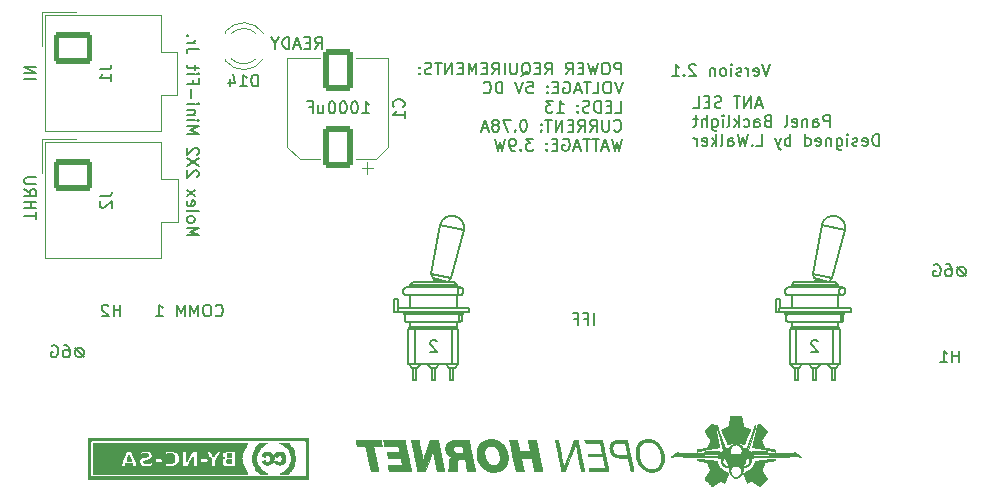
<source format=gbr>
%TF.GenerationSoftware,KiCad,Pcbnew,(6.0.9)*%
%TF.CreationDate,2022-12-26T23:41:22-09:00*%
%TF.ProjectId,PCB_ ANT SEL PANEL,5043422c-2041-44e5-9420-53454c205041,rev?*%
%TF.SameCoordinates,Original*%
%TF.FileFunction,Legend,Bot*%
%TF.FilePolarity,Positive*%
%FSLAX46Y46*%
G04 Gerber Fmt 4.6, Leading zero omitted, Abs format (unit mm)*
G04 Created by KiCad (PCBNEW (6.0.9)) date 2022-12-26 23:41:22*
%MOMM*%
%LPD*%
G01*
G04 APERTURE LIST*
G04 Aperture macros list*
%AMRoundRect*
0 Rectangle with rounded corners*
0 $1 Rounding radius*
0 $2 $3 $4 $5 $6 $7 $8 $9 X,Y pos of 4 corners*
0 Add a 4 corners polygon primitive as box body*
4,1,4,$2,$3,$4,$5,$6,$7,$8,$9,$2,$3,0*
0 Add four circle primitives for the rounded corners*
1,1,$1+$1,$2,$3*
1,1,$1+$1,$4,$5*
1,1,$1+$1,$6,$7*
1,1,$1+$1,$8,$9*
0 Add four rect primitives between the rounded corners*
20,1,$1+$1,$2,$3,$4,$5,0*
20,1,$1+$1,$4,$5,$6,$7,0*
20,1,$1+$1,$6,$7,$8,$9,0*
20,1,$1+$1,$8,$9,$2,$3,0*%
G04 Aperture macros list end*
%ADD10C,0.150000*%
%ADD11C,0.200000*%
%ADD12C,0.120000*%
%ADD13C,0.010000*%
%ADD14C,3.572000*%
%ADD15C,12.700000*%
%ADD16C,4.300000*%
%ADD17RoundRect,0.250000X1.000000X-1.500000X1.000000X1.500000X-1.000000X1.500000X-1.000000X-1.500000X0*%
%ADD18RoundRect,0.250001X-1.399999X1.099999X-1.399999X-1.099999X1.399999X-1.099999X1.399999X1.099999X0*%
%ADD19O,3.300000X2.700000*%
%ADD20R,1.800000X1.800000*%
%ADD21C,1.800000*%
G04 APERTURE END LIST*
D10*
X126536342Y-65374780D02*
X126536342Y-64374780D01*
X125726819Y-64850971D02*
X126060152Y-64850971D01*
X126060152Y-65374780D02*
X126060152Y-64374780D01*
X125583961Y-64374780D01*
X124869676Y-64850971D02*
X125203009Y-64850971D01*
X125203009Y-65374780D02*
X125203009Y-64374780D01*
X124726819Y-64374780D01*
X106923809Y-47427380D02*
X107495238Y-47427380D01*
X107209523Y-47427380D02*
X107209523Y-46427380D01*
X107304761Y-46570238D01*
X107400000Y-46665476D01*
X107495238Y-46713095D01*
X106304761Y-46427380D02*
X106209523Y-46427380D01*
X106114285Y-46475000D01*
X106066666Y-46522619D01*
X106019047Y-46617857D01*
X105971428Y-46808333D01*
X105971428Y-47046428D01*
X106019047Y-47236904D01*
X106066666Y-47332142D01*
X106114285Y-47379761D01*
X106209523Y-47427380D01*
X106304761Y-47427380D01*
X106400000Y-47379761D01*
X106447619Y-47332142D01*
X106495238Y-47236904D01*
X106542857Y-47046428D01*
X106542857Y-46808333D01*
X106495238Y-46617857D01*
X106447619Y-46522619D01*
X106400000Y-46475000D01*
X106304761Y-46427380D01*
X105352380Y-46427380D02*
X105257142Y-46427380D01*
X105161904Y-46475000D01*
X105114285Y-46522619D01*
X105066666Y-46617857D01*
X105019047Y-46808333D01*
X105019047Y-47046428D01*
X105066666Y-47236904D01*
X105114285Y-47332142D01*
X105161904Y-47379761D01*
X105257142Y-47427380D01*
X105352380Y-47427380D01*
X105447619Y-47379761D01*
X105495238Y-47332142D01*
X105542857Y-47236904D01*
X105590476Y-47046428D01*
X105590476Y-46808333D01*
X105542857Y-46617857D01*
X105495238Y-46522619D01*
X105447619Y-46475000D01*
X105352380Y-46427380D01*
X104400000Y-46427380D02*
X104304761Y-46427380D01*
X104209523Y-46475000D01*
X104161904Y-46522619D01*
X104114285Y-46617857D01*
X104066666Y-46808333D01*
X104066666Y-47046428D01*
X104114285Y-47236904D01*
X104161904Y-47332142D01*
X104209523Y-47379761D01*
X104304761Y-47427380D01*
X104400000Y-47427380D01*
X104495238Y-47379761D01*
X104542857Y-47332142D01*
X104590476Y-47236904D01*
X104638095Y-47046428D01*
X104638095Y-46808333D01*
X104590476Y-46617857D01*
X104542857Y-46522619D01*
X104495238Y-46475000D01*
X104400000Y-46427380D01*
X103209523Y-46760714D02*
X103209523Y-47427380D01*
X103638095Y-46760714D02*
X103638095Y-47284523D01*
X103590476Y-47379761D01*
X103495238Y-47427380D01*
X103352380Y-47427380D01*
X103257142Y-47379761D01*
X103209523Y-47332142D01*
X102400000Y-46903571D02*
X102733333Y-46903571D01*
X102733333Y-47427380D02*
X102733333Y-46427380D01*
X102257142Y-46427380D01*
X79323179Y-56377293D02*
X79323179Y-55805864D01*
X78323179Y-56091579D02*
X79323179Y-56091579D01*
X78323179Y-55472531D02*
X79323179Y-55472531D01*
X78846988Y-55472531D02*
X78846988Y-54901102D01*
X78323179Y-54901102D02*
X79323179Y-54901102D01*
X78323179Y-53853483D02*
X78799369Y-54186817D01*
X78323179Y-54424912D02*
X79323179Y-54424912D01*
X79323179Y-54043960D01*
X79275560Y-53948721D01*
X79227940Y-53901102D01*
X79132702Y-53853483D01*
X78989845Y-53853483D01*
X78894607Y-53901102D01*
X78846988Y-53948721D01*
X78799369Y-54043960D01*
X78799369Y-54424912D01*
X79323179Y-53424912D02*
X78513655Y-53424912D01*
X78418417Y-53377293D01*
X78370798Y-53329674D01*
X78323179Y-53234436D01*
X78323179Y-53043960D01*
X78370798Y-52948721D01*
X78418417Y-52901102D01*
X78513655Y-52853483D01*
X79323179Y-52853483D01*
X102925000Y-41977380D02*
X103258333Y-41501190D01*
X103496428Y-41977380D02*
X103496428Y-40977380D01*
X103115476Y-40977380D01*
X103020238Y-41025000D01*
X102972619Y-41072619D01*
X102925000Y-41167857D01*
X102925000Y-41310714D01*
X102972619Y-41405952D01*
X103020238Y-41453571D01*
X103115476Y-41501190D01*
X103496428Y-41501190D01*
X102496428Y-41453571D02*
X102163095Y-41453571D01*
X102020238Y-41977380D02*
X102496428Y-41977380D01*
X102496428Y-40977380D01*
X102020238Y-40977380D01*
X101639285Y-41691666D02*
X101163095Y-41691666D01*
X101734523Y-41977380D02*
X101401190Y-40977380D01*
X101067857Y-41977380D01*
X100734523Y-41977380D02*
X100734523Y-40977380D01*
X100496428Y-40977380D01*
X100353571Y-41025000D01*
X100258333Y-41120238D01*
X100210714Y-41215476D01*
X100163095Y-41405952D01*
X100163095Y-41548809D01*
X100210714Y-41739285D01*
X100258333Y-41834523D01*
X100353571Y-41929761D01*
X100496428Y-41977380D01*
X100734523Y-41977380D01*
X99544047Y-41501190D02*
X99544047Y-41977380D01*
X99877380Y-40977380D02*
X99544047Y-41501190D01*
X99210714Y-40977380D01*
X128823404Y-44146180D02*
X128823404Y-43146180D01*
X128442452Y-43146180D01*
X128347214Y-43193800D01*
X128299595Y-43241419D01*
X128251976Y-43336657D01*
X128251976Y-43479514D01*
X128299595Y-43574752D01*
X128347214Y-43622371D01*
X128442452Y-43669990D01*
X128823404Y-43669990D01*
X127632928Y-43146180D02*
X127442452Y-43146180D01*
X127347214Y-43193800D01*
X127251976Y-43289038D01*
X127204357Y-43479514D01*
X127204357Y-43812847D01*
X127251976Y-44003323D01*
X127347214Y-44098561D01*
X127442452Y-44146180D01*
X127632928Y-44146180D01*
X127728166Y-44098561D01*
X127823404Y-44003323D01*
X127871023Y-43812847D01*
X127871023Y-43479514D01*
X127823404Y-43289038D01*
X127728166Y-43193800D01*
X127632928Y-43146180D01*
X126871023Y-43146180D02*
X126632928Y-44146180D01*
X126442452Y-43431895D01*
X126251976Y-44146180D01*
X126013880Y-43146180D01*
X125632928Y-43622371D02*
X125299595Y-43622371D01*
X125156738Y-44146180D02*
X125632928Y-44146180D01*
X125632928Y-43146180D01*
X125156738Y-43146180D01*
X124156738Y-44146180D02*
X124490071Y-43669990D01*
X124728166Y-44146180D02*
X124728166Y-43146180D01*
X124347214Y-43146180D01*
X124251976Y-43193800D01*
X124204357Y-43241419D01*
X124156738Y-43336657D01*
X124156738Y-43479514D01*
X124204357Y-43574752D01*
X124251976Y-43622371D01*
X124347214Y-43669990D01*
X124728166Y-43669990D01*
X122394833Y-44146180D02*
X122728166Y-43669990D01*
X122966261Y-44146180D02*
X122966261Y-43146180D01*
X122585309Y-43146180D01*
X122490071Y-43193800D01*
X122442452Y-43241419D01*
X122394833Y-43336657D01*
X122394833Y-43479514D01*
X122442452Y-43574752D01*
X122490071Y-43622371D01*
X122585309Y-43669990D01*
X122966261Y-43669990D01*
X121966261Y-43622371D02*
X121632928Y-43622371D01*
X121490071Y-44146180D02*
X121966261Y-44146180D01*
X121966261Y-43146180D01*
X121490071Y-43146180D01*
X120394833Y-44241419D02*
X120490071Y-44193800D01*
X120585309Y-44098561D01*
X120728166Y-43955704D01*
X120823404Y-43908085D01*
X120918642Y-43908085D01*
X120871023Y-44146180D02*
X120966261Y-44098561D01*
X121061500Y-44003323D01*
X121109119Y-43812847D01*
X121109119Y-43479514D01*
X121061500Y-43289038D01*
X120966261Y-43193800D01*
X120871023Y-43146180D01*
X120680547Y-43146180D01*
X120585309Y-43193800D01*
X120490071Y-43289038D01*
X120442452Y-43479514D01*
X120442452Y-43812847D01*
X120490071Y-44003323D01*
X120585309Y-44098561D01*
X120680547Y-44146180D01*
X120871023Y-44146180D01*
X120013880Y-43146180D02*
X120013880Y-43955704D01*
X119966261Y-44050942D01*
X119918642Y-44098561D01*
X119823404Y-44146180D01*
X119632928Y-44146180D01*
X119537690Y-44098561D01*
X119490071Y-44050942D01*
X119442452Y-43955704D01*
X119442452Y-43146180D01*
X118966261Y-44146180D02*
X118966261Y-43146180D01*
X117918642Y-44146180D02*
X118251976Y-43669990D01*
X118490071Y-44146180D02*
X118490071Y-43146180D01*
X118109119Y-43146180D01*
X118013880Y-43193800D01*
X117966261Y-43241419D01*
X117918642Y-43336657D01*
X117918642Y-43479514D01*
X117966261Y-43574752D01*
X118013880Y-43622371D01*
X118109119Y-43669990D01*
X118490071Y-43669990D01*
X117490071Y-43622371D02*
X117156738Y-43622371D01*
X117013880Y-44146180D02*
X117490071Y-44146180D01*
X117490071Y-43146180D01*
X117013880Y-43146180D01*
X116585309Y-44146180D02*
X116585309Y-43146180D01*
X116251976Y-43860466D01*
X115918642Y-43146180D01*
X115918642Y-44146180D01*
X115442452Y-43622371D02*
X115109119Y-43622371D01*
X114966261Y-44146180D02*
X115442452Y-44146180D01*
X115442452Y-43146180D01*
X114966261Y-43146180D01*
X114537690Y-44146180D02*
X114537690Y-43146180D01*
X113966261Y-44146180D01*
X113966261Y-43146180D01*
X113632928Y-43146180D02*
X113061500Y-43146180D01*
X113347214Y-44146180D02*
X113347214Y-43146180D01*
X112775785Y-44098561D02*
X112632928Y-44146180D01*
X112394833Y-44146180D01*
X112299595Y-44098561D01*
X112251976Y-44050942D01*
X112204357Y-43955704D01*
X112204357Y-43860466D01*
X112251976Y-43765228D01*
X112299595Y-43717609D01*
X112394833Y-43669990D01*
X112585309Y-43622371D01*
X112680547Y-43574752D01*
X112728166Y-43527133D01*
X112775785Y-43431895D01*
X112775785Y-43336657D01*
X112728166Y-43241419D01*
X112680547Y-43193800D01*
X112585309Y-43146180D01*
X112347214Y-43146180D01*
X112204357Y-43193800D01*
X111775785Y-44050942D02*
X111728166Y-44098561D01*
X111775785Y-44146180D01*
X111823404Y-44098561D01*
X111775785Y-44050942D01*
X111775785Y-44146180D01*
X111775785Y-43527133D02*
X111728166Y-43574752D01*
X111775785Y-43622371D01*
X111823404Y-43574752D01*
X111775785Y-43527133D01*
X111775785Y-43622371D01*
X128966261Y-44756180D02*
X128632928Y-45756180D01*
X128299595Y-44756180D01*
X127775785Y-44756180D02*
X127585309Y-44756180D01*
X127490071Y-44803800D01*
X127394833Y-44899038D01*
X127347214Y-45089514D01*
X127347214Y-45422847D01*
X127394833Y-45613323D01*
X127490071Y-45708561D01*
X127585309Y-45756180D01*
X127775785Y-45756180D01*
X127871023Y-45708561D01*
X127966261Y-45613323D01*
X128013880Y-45422847D01*
X128013880Y-45089514D01*
X127966261Y-44899038D01*
X127871023Y-44803800D01*
X127775785Y-44756180D01*
X126442452Y-45756180D02*
X126918642Y-45756180D01*
X126918642Y-44756180D01*
X126251976Y-44756180D02*
X125680547Y-44756180D01*
X125966261Y-45756180D02*
X125966261Y-44756180D01*
X125394833Y-45470466D02*
X124918642Y-45470466D01*
X125490071Y-45756180D02*
X125156738Y-44756180D01*
X124823404Y-45756180D01*
X123966261Y-44803800D02*
X124061500Y-44756180D01*
X124204357Y-44756180D01*
X124347214Y-44803800D01*
X124442452Y-44899038D01*
X124490071Y-44994276D01*
X124537690Y-45184752D01*
X124537690Y-45327609D01*
X124490071Y-45518085D01*
X124442452Y-45613323D01*
X124347214Y-45708561D01*
X124204357Y-45756180D01*
X124109119Y-45756180D01*
X123966261Y-45708561D01*
X123918642Y-45660942D01*
X123918642Y-45327609D01*
X124109119Y-45327609D01*
X123490071Y-45232371D02*
X123156738Y-45232371D01*
X123013880Y-45756180D02*
X123490071Y-45756180D01*
X123490071Y-44756180D01*
X123013880Y-44756180D01*
X122585309Y-45660942D02*
X122537690Y-45708561D01*
X122585309Y-45756180D01*
X122632928Y-45708561D01*
X122585309Y-45660942D01*
X122585309Y-45756180D01*
X122585309Y-45137133D02*
X122537690Y-45184752D01*
X122585309Y-45232371D01*
X122632928Y-45184752D01*
X122585309Y-45137133D01*
X122585309Y-45232371D01*
X120871023Y-44756180D02*
X121347214Y-44756180D01*
X121394833Y-45232371D01*
X121347214Y-45184752D01*
X121251976Y-45137133D01*
X121013880Y-45137133D01*
X120918642Y-45184752D01*
X120871023Y-45232371D01*
X120823404Y-45327609D01*
X120823404Y-45565704D01*
X120871023Y-45660942D01*
X120918642Y-45708561D01*
X121013880Y-45756180D01*
X121251976Y-45756180D01*
X121347214Y-45708561D01*
X121394833Y-45660942D01*
X120537690Y-44756180D02*
X120204357Y-45756180D01*
X119871023Y-44756180D01*
X118775785Y-45756180D02*
X118775785Y-44756180D01*
X118537690Y-44756180D01*
X118394833Y-44803800D01*
X118299595Y-44899038D01*
X118251976Y-44994276D01*
X118204357Y-45184752D01*
X118204357Y-45327609D01*
X118251976Y-45518085D01*
X118299595Y-45613323D01*
X118394833Y-45708561D01*
X118537690Y-45756180D01*
X118775785Y-45756180D01*
X117204357Y-45660942D02*
X117251976Y-45708561D01*
X117394833Y-45756180D01*
X117490071Y-45756180D01*
X117632928Y-45708561D01*
X117728166Y-45613323D01*
X117775785Y-45518085D01*
X117823404Y-45327609D01*
X117823404Y-45184752D01*
X117775785Y-44994276D01*
X117728166Y-44899038D01*
X117632928Y-44803800D01*
X117490071Y-44756180D01*
X117394833Y-44756180D01*
X117251976Y-44803800D01*
X117204357Y-44851419D01*
X128347214Y-47366180D02*
X128823404Y-47366180D01*
X128823404Y-46366180D01*
X128013880Y-46842371D02*
X127680547Y-46842371D01*
X127537690Y-47366180D02*
X128013880Y-47366180D01*
X128013880Y-46366180D01*
X127537690Y-46366180D01*
X127109119Y-47366180D02*
X127109119Y-46366180D01*
X126871023Y-46366180D01*
X126728166Y-46413800D01*
X126632928Y-46509038D01*
X126585309Y-46604276D01*
X126537690Y-46794752D01*
X126537690Y-46937609D01*
X126585309Y-47128085D01*
X126632928Y-47223323D01*
X126728166Y-47318561D01*
X126871023Y-47366180D01*
X127109119Y-47366180D01*
X126156738Y-47318561D02*
X126013880Y-47366180D01*
X125775785Y-47366180D01*
X125680547Y-47318561D01*
X125632928Y-47270942D01*
X125585309Y-47175704D01*
X125585309Y-47080466D01*
X125632928Y-46985228D01*
X125680547Y-46937609D01*
X125775785Y-46889990D01*
X125966261Y-46842371D01*
X126061500Y-46794752D01*
X126109119Y-46747133D01*
X126156738Y-46651895D01*
X126156738Y-46556657D01*
X126109119Y-46461419D01*
X126061500Y-46413800D01*
X125966261Y-46366180D01*
X125728166Y-46366180D01*
X125585309Y-46413800D01*
X125156738Y-47270942D02*
X125109119Y-47318561D01*
X125156738Y-47366180D01*
X125204357Y-47318561D01*
X125156738Y-47270942D01*
X125156738Y-47366180D01*
X125156738Y-46747133D02*
X125109119Y-46794752D01*
X125156738Y-46842371D01*
X125204357Y-46794752D01*
X125156738Y-46747133D01*
X125156738Y-46842371D01*
X123394833Y-47366180D02*
X123966261Y-47366180D01*
X123680547Y-47366180D02*
X123680547Y-46366180D01*
X123775785Y-46509038D01*
X123871023Y-46604276D01*
X123966261Y-46651895D01*
X123061500Y-46366180D02*
X122442452Y-46366180D01*
X122775785Y-46747133D01*
X122632928Y-46747133D01*
X122537690Y-46794752D01*
X122490071Y-46842371D01*
X122442452Y-46937609D01*
X122442452Y-47175704D01*
X122490071Y-47270942D01*
X122537690Y-47318561D01*
X122632928Y-47366180D01*
X122918642Y-47366180D01*
X123013880Y-47318561D01*
X123061500Y-47270942D01*
X128251976Y-48880942D02*
X128299595Y-48928561D01*
X128442452Y-48976180D01*
X128537690Y-48976180D01*
X128680547Y-48928561D01*
X128775785Y-48833323D01*
X128823404Y-48738085D01*
X128871023Y-48547609D01*
X128871023Y-48404752D01*
X128823404Y-48214276D01*
X128775785Y-48119038D01*
X128680547Y-48023800D01*
X128537690Y-47976180D01*
X128442452Y-47976180D01*
X128299595Y-48023800D01*
X128251976Y-48071419D01*
X127823404Y-47976180D02*
X127823404Y-48785704D01*
X127775785Y-48880942D01*
X127728166Y-48928561D01*
X127632928Y-48976180D01*
X127442452Y-48976180D01*
X127347214Y-48928561D01*
X127299595Y-48880942D01*
X127251976Y-48785704D01*
X127251976Y-47976180D01*
X126204357Y-48976180D02*
X126537690Y-48499990D01*
X126775785Y-48976180D02*
X126775785Y-47976180D01*
X126394833Y-47976180D01*
X126299595Y-48023800D01*
X126251976Y-48071419D01*
X126204357Y-48166657D01*
X126204357Y-48309514D01*
X126251976Y-48404752D01*
X126299595Y-48452371D01*
X126394833Y-48499990D01*
X126775785Y-48499990D01*
X125204357Y-48976180D02*
X125537690Y-48499990D01*
X125775785Y-48976180D02*
X125775785Y-47976180D01*
X125394833Y-47976180D01*
X125299595Y-48023800D01*
X125251976Y-48071419D01*
X125204357Y-48166657D01*
X125204357Y-48309514D01*
X125251976Y-48404752D01*
X125299595Y-48452371D01*
X125394833Y-48499990D01*
X125775785Y-48499990D01*
X124775785Y-48452371D02*
X124442452Y-48452371D01*
X124299595Y-48976180D02*
X124775785Y-48976180D01*
X124775785Y-47976180D01*
X124299595Y-47976180D01*
X123871023Y-48976180D02*
X123871023Y-47976180D01*
X123299595Y-48976180D01*
X123299595Y-47976180D01*
X122966261Y-47976180D02*
X122394833Y-47976180D01*
X122680547Y-48976180D02*
X122680547Y-47976180D01*
X122061500Y-48880942D02*
X122013880Y-48928561D01*
X122061500Y-48976180D01*
X122109119Y-48928561D01*
X122061500Y-48880942D01*
X122061500Y-48976180D01*
X122061500Y-48357133D02*
X122013880Y-48404752D01*
X122061500Y-48452371D01*
X122109119Y-48404752D01*
X122061500Y-48357133D01*
X122061500Y-48452371D01*
X120632928Y-47976180D02*
X120537690Y-47976180D01*
X120442452Y-48023800D01*
X120394833Y-48071419D01*
X120347214Y-48166657D01*
X120299595Y-48357133D01*
X120299595Y-48595228D01*
X120347214Y-48785704D01*
X120394833Y-48880942D01*
X120442452Y-48928561D01*
X120537690Y-48976180D01*
X120632928Y-48976180D01*
X120728166Y-48928561D01*
X120775785Y-48880942D01*
X120823404Y-48785704D01*
X120871023Y-48595228D01*
X120871023Y-48357133D01*
X120823404Y-48166657D01*
X120775785Y-48071419D01*
X120728166Y-48023800D01*
X120632928Y-47976180D01*
X119871023Y-48880942D02*
X119823404Y-48928561D01*
X119871023Y-48976180D01*
X119918642Y-48928561D01*
X119871023Y-48880942D01*
X119871023Y-48976180D01*
X119490071Y-47976180D02*
X118823404Y-47976180D01*
X119251976Y-48976180D01*
X118299595Y-48404752D02*
X118394833Y-48357133D01*
X118442452Y-48309514D01*
X118490071Y-48214276D01*
X118490071Y-48166657D01*
X118442452Y-48071419D01*
X118394833Y-48023800D01*
X118299595Y-47976180D01*
X118109119Y-47976180D01*
X118013880Y-48023800D01*
X117966261Y-48071419D01*
X117918642Y-48166657D01*
X117918642Y-48214276D01*
X117966261Y-48309514D01*
X118013880Y-48357133D01*
X118109119Y-48404752D01*
X118299595Y-48404752D01*
X118394833Y-48452371D01*
X118442452Y-48499990D01*
X118490071Y-48595228D01*
X118490071Y-48785704D01*
X118442452Y-48880942D01*
X118394833Y-48928561D01*
X118299595Y-48976180D01*
X118109119Y-48976180D01*
X118013880Y-48928561D01*
X117966261Y-48880942D01*
X117918642Y-48785704D01*
X117918642Y-48595228D01*
X117966261Y-48499990D01*
X118013880Y-48452371D01*
X118109119Y-48404752D01*
X117537690Y-48690466D02*
X117061500Y-48690466D01*
X117632928Y-48976180D02*
X117299595Y-47976180D01*
X116966261Y-48976180D01*
X128918642Y-49586180D02*
X128680547Y-50586180D01*
X128490071Y-49871895D01*
X128299595Y-50586180D01*
X128061500Y-49586180D01*
X127728166Y-50300466D02*
X127251976Y-50300466D01*
X127823404Y-50586180D02*
X127490071Y-49586180D01*
X127156738Y-50586180D01*
X126966261Y-49586180D02*
X126394833Y-49586180D01*
X126680547Y-50586180D02*
X126680547Y-49586180D01*
X126204357Y-49586180D02*
X125632928Y-49586180D01*
X125918642Y-50586180D02*
X125918642Y-49586180D01*
X125347214Y-50300466D02*
X124871023Y-50300466D01*
X125442452Y-50586180D02*
X125109119Y-49586180D01*
X124775785Y-50586180D01*
X123918642Y-49633800D02*
X124013880Y-49586180D01*
X124156738Y-49586180D01*
X124299595Y-49633800D01*
X124394833Y-49729038D01*
X124442452Y-49824276D01*
X124490071Y-50014752D01*
X124490071Y-50157609D01*
X124442452Y-50348085D01*
X124394833Y-50443323D01*
X124299595Y-50538561D01*
X124156738Y-50586180D01*
X124061500Y-50586180D01*
X123918642Y-50538561D01*
X123871023Y-50490942D01*
X123871023Y-50157609D01*
X124061500Y-50157609D01*
X123442452Y-50062371D02*
X123109119Y-50062371D01*
X122966261Y-50586180D02*
X123442452Y-50586180D01*
X123442452Y-49586180D01*
X122966261Y-49586180D01*
X122537690Y-50490942D02*
X122490071Y-50538561D01*
X122537690Y-50586180D01*
X122585309Y-50538561D01*
X122537690Y-50490942D01*
X122537690Y-50586180D01*
X122537690Y-49967133D02*
X122490071Y-50014752D01*
X122537690Y-50062371D01*
X122585309Y-50014752D01*
X122537690Y-49967133D01*
X122537690Y-50062371D01*
X121394833Y-49586180D02*
X120775785Y-49586180D01*
X121109119Y-49967133D01*
X120966261Y-49967133D01*
X120871023Y-50014752D01*
X120823404Y-50062371D01*
X120775785Y-50157609D01*
X120775785Y-50395704D01*
X120823404Y-50490942D01*
X120871023Y-50538561D01*
X120966261Y-50586180D01*
X121251976Y-50586180D01*
X121347214Y-50538561D01*
X121394833Y-50490942D01*
X120347214Y-50490942D02*
X120299595Y-50538561D01*
X120347214Y-50586180D01*
X120394833Y-50538561D01*
X120347214Y-50490942D01*
X120347214Y-50586180D01*
X119823404Y-50586180D02*
X119632928Y-50586180D01*
X119537690Y-50538561D01*
X119490071Y-50490942D01*
X119394833Y-50348085D01*
X119347214Y-50157609D01*
X119347214Y-49776657D01*
X119394833Y-49681419D01*
X119442452Y-49633800D01*
X119537690Y-49586180D01*
X119728166Y-49586180D01*
X119823404Y-49633800D01*
X119871023Y-49681419D01*
X119918642Y-49776657D01*
X119918642Y-50014752D01*
X119871023Y-50109990D01*
X119823404Y-50157609D01*
X119728166Y-50205228D01*
X119537690Y-50205228D01*
X119442452Y-50157609D01*
X119394833Y-50109990D01*
X119347214Y-50014752D01*
X119013880Y-49586180D02*
X118775785Y-50586180D01*
X118585309Y-49871895D01*
X118394833Y-50586180D01*
X118156738Y-49586180D01*
X141444456Y-43280080D02*
X141111122Y-44280080D01*
X140777789Y-43280080D01*
X140063503Y-44232461D02*
X140158741Y-44280080D01*
X140349218Y-44280080D01*
X140444456Y-44232461D01*
X140492075Y-44137223D01*
X140492075Y-43756271D01*
X140444456Y-43661033D01*
X140349218Y-43613414D01*
X140158741Y-43613414D01*
X140063503Y-43661033D01*
X140015884Y-43756271D01*
X140015884Y-43851509D01*
X140492075Y-43946747D01*
X139587313Y-44280080D02*
X139587313Y-43613414D01*
X139587313Y-43803890D02*
X139539694Y-43708652D01*
X139492075Y-43661033D01*
X139396837Y-43613414D01*
X139301599Y-43613414D01*
X139015884Y-44232461D02*
X138920646Y-44280080D01*
X138730170Y-44280080D01*
X138634932Y-44232461D01*
X138587313Y-44137223D01*
X138587313Y-44089604D01*
X138634932Y-43994366D01*
X138730170Y-43946747D01*
X138873027Y-43946747D01*
X138968265Y-43899128D01*
X139015884Y-43803890D01*
X139015884Y-43756271D01*
X138968265Y-43661033D01*
X138873027Y-43613414D01*
X138730170Y-43613414D01*
X138634932Y-43661033D01*
X138158741Y-44280080D02*
X138158741Y-43613414D01*
X138158741Y-43280080D02*
X138206360Y-43327700D01*
X138158741Y-43375319D01*
X138111122Y-43327700D01*
X138158741Y-43280080D01*
X138158741Y-43375319D01*
X137539694Y-44280080D02*
X137634932Y-44232461D01*
X137682551Y-44184842D01*
X137730170Y-44089604D01*
X137730170Y-43803890D01*
X137682551Y-43708652D01*
X137634932Y-43661033D01*
X137539694Y-43613414D01*
X137396837Y-43613414D01*
X137301599Y-43661033D01*
X137253980Y-43708652D01*
X137206360Y-43803890D01*
X137206360Y-44089604D01*
X137253980Y-44184842D01*
X137301599Y-44232461D01*
X137396837Y-44280080D01*
X137539694Y-44280080D01*
X136777789Y-43613414D02*
X136777789Y-44280080D01*
X136777789Y-43708652D02*
X136730170Y-43661033D01*
X136634932Y-43613414D01*
X136492075Y-43613414D01*
X136396837Y-43661033D01*
X136349218Y-43756271D01*
X136349218Y-44280080D01*
X135158741Y-43375319D02*
X135111122Y-43327700D01*
X135015884Y-43280080D01*
X134777789Y-43280080D01*
X134682551Y-43327700D01*
X134634932Y-43375319D01*
X134587313Y-43470557D01*
X134587313Y-43565795D01*
X134634932Y-43708652D01*
X135206360Y-44280080D01*
X134587313Y-44280080D01*
X134158741Y-44184842D02*
X134111122Y-44232461D01*
X134158741Y-44280080D01*
X134206360Y-44232461D01*
X134158741Y-44184842D01*
X134158741Y-44280080D01*
X133158741Y-44280080D02*
X133730170Y-44280080D01*
X133444456Y-44280080D02*
X133444456Y-43280080D01*
X133539694Y-43422938D01*
X133634932Y-43518176D01*
X133730170Y-43565795D01*
X113235714Y-66747619D02*
X113188095Y-66700000D01*
X113092857Y-66652380D01*
X112854761Y-66652380D01*
X112759523Y-66700000D01*
X112711904Y-66747619D01*
X112664285Y-66842857D01*
X112664285Y-66938095D01*
X112711904Y-67080952D01*
X113283333Y-67652380D01*
X112664285Y-67652380D01*
X145485714Y-66747619D02*
X145438095Y-66700000D01*
X145342857Y-66652380D01*
X145104761Y-66652380D01*
X145009523Y-66700000D01*
X144961904Y-66747619D01*
X144914285Y-66842857D01*
X144914285Y-66938095D01*
X144961904Y-67080952D01*
X145533333Y-67652380D01*
X144914285Y-67652380D01*
X94505185Y-64530242D02*
X94552804Y-64577861D01*
X94695661Y-64625480D01*
X94790900Y-64625480D01*
X94933757Y-64577861D01*
X95028995Y-64482623D01*
X95076614Y-64387385D01*
X95124233Y-64196909D01*
X95124233Y-64054052D01*
X95076614Y-63863576D01*
X95028995Y-63768338D01*
X94933757Y-63673100D01*
X94790900Y-63625480D01*
X94695661Y-63625480D01*
X94552804Y-63673100D01*
X94505185Y-63720719D01*
X93886138Y-63625480D02*
X93695661Y-63625480D01*
X93600423Y-63673100D01*
X93505185Y-63768338D01*
X93457566Y-63958814D01*
X93457566Y-64292147D01*
X93505185Y-64482623D01*
X93600423Y-64577861D01*
X93695661Y-64625480D01*
X93886138Y-64625480D01*
X93981376Y-64577861D01*
X94076614Y-64482623D01*
X94124233Y-64292147D01*
X94124233Y-63958814D01*
X94076614Y-63768338D01*
X93981376Y-63673100D01*
X93886138Y-63625480D01*
X93028995Y-64625480D02*
X93028995Y-63625480D01*
X92695661Y-64339766D01*
X92362328Y-63625480D01*
X92362328Y-64625480D01*
X91886138Y-64625480D02*
X91886138Y-63625480D01*
X91552804Y-64339766D01*
X91219471Y-63625480D01*
X91219471Y-64625480D01*
X89457566Y-64625480D02*
X90028995Y-64625480D01*
X89743280Y-64625480D02*
X89743280Y-63625480D01*
X89838519Y-63768338D01*
X89933757Y-63863576D01*
X90028995Y-63911195D01*
X140749261Y-46689666D02*
X140273071Y-46689666D01*
X140844500Y-46975380D02*
X140511166Y-45975380D01*
X140177833Y-46975380D01*
X139844500Y-46975380D02*
X139844500Y-45975380D01*
X139273071Y-46975380D01*
X139273071Y-45975380D01*
X138939738Y-45975380D02*
X138368309Y-45975380D01*
X138654023Y-46975380D02*
X138654023Y-45975380D01*
X137320690Y-46927761D02*
X137177833Y-46975380D01*
X136939738Y-46975380D01*
X136844500Y-46927761D01*
X136796880Y-46880142D01*
X136749261Y-46784904D01*
X136749261Y-46689666D01*
X136796880Y-46594428D01*
X136844500Y-46546809D01*
X136939738Y-46499190D01*
X137130214Y-46451571D01*
X137225452Y-46403952D01*
X137273071Y-46356333D01*
X137320690Y-46261095D01*
X137320690Y-46165857D01*
X137273071Y-46070619D01*
X137225452Y-46023000D01*
X137130214Y-45975380D01*
X136892119Y-45975380D01*
X136749261Y-46023000D01*
X136320690Y-46451571D02*
X135987357Y-46451571D01*
X135844500Y-46975380D02*
X136320690Y-46975380D01*
X136320690Y-45975380D01*
X135844500Y-45975380D01*
X134939738Y-46975380D02*
X135415928Y-46975380D01*
X135415928Y-45975380D01*
X146511166Y-48585380D02*
X146511166Y-47585380D01*
X146130214Y-47585380D01*
X146034976Y-47633000D01*
X145987357Y-47680619D01*
X145939738Y-47775857D01*
X145939738Y-47918714D01*
X145987357Y-48013952D01*
X146034976Y-48061571D01*
X146130214Y-48109190D01*
X146511166Y-48109190D01*
X145082595Y-48585380D02*
X145082595Y-48061571D01*
X145130214Y-47966333D01*
X145225452Y-47918714D01*
X145415928Y-47918714D01*
X145511166Y-47966333D01*
X145082595Y-48537761D02*
X145177833Y-48585380D01*
X145415928Y-48585380D01*
X145511166Y-48537761D01*
X145558785Y-48442523D01*
X145558785Y-48347285D01*
X145511166Y-48252047D01*
X145415928Y-48204428D01*
X145177833Y-48204428D01*
X145082595Y-48156809D01*
X144606404Y-47918714D02*
X144606404Y-48585380D01*
X144606404Y-48013952D02*
X144558785Y-47966333D01*
X144463547Y-47918714D01*
X144320690Y-47918714D01*
X144225452Y-47966333D01*
X144177833Y-48061571D01*
X144177833Y-48585380D01*
X143320690Y-48537761D02*
X143415928Y-48585380D01*
X143606404Y-48585380D01*
X143701642Y-48537761D01*
X143749261Y-48442523D01*
X143749261Y-48061571D01*
X143701642Y-47966333D01*
X143606404Y-47918714D01*
X143415928Y-47918714D01*
X143320690Y-47966333D01*
X143273071Y-48061571D01*
X143273071Y-48156809D01*
X143749261Y-48252047D01*
X142701642Y-48585380D02*
X142796880Y-48537761D01*
X142844500Y-48442523D01*
X142844500Y-47585380D01*
X141225452Y-48061571D02*
X141082595Y-48109190D01*
X141034976Y-48156809D01*
X140987357Y-48252047D01*
X140987357Y-48394904D01*
X141034976Y-48490142D01*
X141082595Y-48537761D01*
X141177833Y-48585380D01*
X141558785Y-48585380D01*
X141558785Y-47585380D01*
X141225452Y-47585380D01*
X141130214Y-47633000D01*
X141082595Y-47680619D01*
X141034976Y-47775857D01*
X141034976Y-47871095D01*
X141082595Y-47966333D01*
X141130214Y-48013952D01*
X141225452Y-48061571D01*
X141558785Y-48061571D01*
X140130214Y-48585380D02*
X140130214Y-48061571D01*
X140177833Y-47966333D01*
X140273071Y-47918714D01*
X140463547Y-47918714D01*
X140558785Y-47966333D01*
X140130214Y-48537761D02*
X140225452Y-48585380D01*
X140463547Y-48585380D01*
X140558785Y-48537761D01*
X140606404Y-48442523D01*
X140606404Y-48347285D01*
X140558785Y-48252047D01*
X140463547Y-48204428D01*
X140225452Y-48204428D01*
X140130214Y-48156809D01*
X139225452Y-48537761D02*
X139320690Y-48585380D01*
X139511166Y-48585380D01*
X139606404Y-48537761D01*
X139654023Y-48490142D01*
X139701642Y-48394904D01*
X139701642Y-48109190D01*
X139654023Y-48013952D01*
X139606404Y-47966333D01*
X139511166Y-47918714D01*
X139320690Y-47918714D01*
X139225452Y-47966333D01*
X138796880Y-48585380D02*
X138796880Y-47585380D01*
X138701642Y-48204428D02*
X138415928Y-48585380D01*
X138415928Y-47918714D02*
X138796880Y-48299666D01*
X137844500Y-48585380D02*
X137939738Y-48537761D01*
X137987357Y-48442523D01*
X137987357Y-47585380D01*
X137463547Y-48585380D02*
X137463547Y-47918714D01*
X137463547Y-47585380D02*
X137511166Y-47633000D01*
X137463547Y-47680619D01*
X137415928Y-47633000D01*
X137463547Y-47585380D01*
X137463547Y-47680619D01*
X136558785Y-47918714D02*
X136558785Y-48728238D01*
X136606404Y-48823476D01*
X136654023Y-48871095D01*
X136749261Y-48918714D01*
X136892119Y-48918714D01*
X136987357Y-48871095D01*
X136558785Y-48537761D02*
X136654023Y-48585380D01*
X136844500Y-48585380D01*
X136939738Y-48537761D01*
X136987357Y-48490142D01*
X137034976Y-48394904D01*
X137034976Y-48109190D01*
X136987357Y-48013952D01*
X136939738Y-47966333D01*
X136844500Y-47918714D01*
X136654023Y-47918714D01*
X136558785Y-47966333D01*
X136082595Y-48585380D02*
X136082595Y-47585380D01*
X135654023Y-48585380D02*
X135654023Y-48061571D01*
X135701642Y-47966333D01*
X135796880Y-47918714D01*
X135939738Y-47918714D01*
X136034976Y-47966333D01*
X136082595Y-48013952D01*
X135320690Y-47918714D02*
X134939738Y-47918714D01*
X135177833Y-47585380D02*
X135177833Y-48442523D01*
X135130214Y-48537761D01*
X135034976Y-48585380D01*
X134939738Y-48585380D01*
X150654023Y-50195380D02*
X150654023Y-49195380D01*
X150415928Y-49195380D01*
X150273071Y-49243000D01*
X150177833Y-49338238D01*
X150130214Y-49433476D01*
X150082595Y-49623952D01*
X150082595Y-49766809D01*
X150130214Y-49957285D01*
X150177833Y-50052523D01*
X150273071Y-50147761D01*
X150415928Y-50195380D01*
X150654023Y-50195380D01*
X149273071Y-50147761D02*
X149368309Y-50195380D01*
X149558785Y-50195380D01*
X149654023Y-50147761D01*
X149701642Y-50052523D01*
X149701642Y-49671571D01*
X149654023Y-49576333D01*
X149558785Y-49528714D01*
X149368309Y-49528714D01*
X149273071Y-49576333D01*
X149225452Y-49671571D01*
X149225452Y-49766809D01*
X149701642Y-49862047D01*
X148844500Y-50147761D02*
X148749261Y-50195380D01*
X148558785Y-50195380D01*
X148463547Y-50147761D01*
X148415928Y-50052523D01*
X148415928Y-50004904D01*
X148463547Y-49909666D01*
X148558785Y-49862047D01*
X148701642Y-49862047D01*
X148796880Y-49814428D01*
X148844500Y-49719190D01*
X148844500Y-49671571D01*
X148796880Y-49576333D01*
X148701642Y-49528714D01*
X148558785Y-49528714D01*
X148463547Y-49576333D01*
X147987357Y-50195380D02*
X147987357Y-49528714D01*
X147987357Y-49195380D02*
X148034976Y-49243000D01*
X147987357Y-49290619D01*
X147939738Y-49243000D01*
X147987357Y-49195380D01*
X147987357Y-49290619D01*
X147082595Y-49528714D02*
X147082595Y-50338238D01*
X147130214Y-50433476D01*
X147177833Y-50481095D01*
X147273071Y-50528714D01*
X147415928Y-50528714D01*
X147511166Y-50481095D01*
X147082595Y-50147761D02*
X147177833Y-50195380D01*
X147368309Y-50195380D01*
X147463547Y-50147761D01*
X147511166Y-50100142D01*
X147558785Y-50004904D01*
X147558785Y-49719190D01*
X147511166Y-49623952D01*
X147463547Y-49576333D01*
X147368309Y-49528714D01*
X147177833Y-49528714D01*
X147082595Y-49576333D01*
X146606404Y-49528714D02*
X146606404Y-50195380D01*
X146606404Y-49623952D02*
X146558785Y-49576333D01*
X146463547Y-49528714D01*
X146320690Y-49528714D01*
X146225452Y-49576333D01*
X146177833Y-49671571D01*
X146177833Y-50195380D01*
X145320690Y-50147761D02*
X145415928Y-50195380D01*
X145606404Y-50195380D01*
X145701642Y-50147761D01*
X145749261Y-50052523D01*
X145749261Y-49671571D01*
X145701642Y-49576333D01*
X145606404Y-49528714D01*
X145415928Y-49528714D01*
X145320690Y-49576333D01*
X145273071Y-49671571D01*
X145273071Y-49766809D01*
X145749261Y-49862047D01*
X144415928Y-50195380D02*
X144415928Y-49195380D01*
X144415928Y-50147761D02*
X144511166Y-50195380D01*
X144701642Y-50195380D01*
X144796880Y-50147761D01*
X144844500Y-50100142D01*
X144892119Y-50004904D01*
X144892119Y-49719190D01*
X144844500Y-49623952D01*
X144796880Y-49576333D01*
X144701642Y-49528714D01*
X144511166Y-49528714D01*
X144415928Y-49576333D01*
X143177833Y-50195380D02*
X143177833Y-49195380D01*
X143177833Y-49576333D02*
X143082595Y-49528714D01*
X142892119Y-49528714D01*
X142796880Y-49576333D01*
X142749261Y-49623952D01*
X142701642Y-49719190D01*
X142701642Y-50004904D01*
X142749261Y-50100142D01*
X142796880Y-50147761D01*
X142892119Y-50195380D01*
X143082595Y-50195380D01*
X143177833Y-50147761D01*
X142368309Y-49528714D02*
X142130214Y-50195380D01*
X141892119Y-49528714D02*
X142130214Y-50195380D01*
X142225452Y-50433476D01*
X142273071Y-50481095D01*
X142368309Y-50528714D01*
X140273071Y-50195380D02*
X140749261Y-50195380D01*
X140749261Y-49195380D01*
X139939738Y-50100142D02*
X139892119Y-50147761D01*
X139939738Y-50195380D01*
X139987357Y-50147761D01*
X139939738Y-50100142D01*
X139939738Y-50195380D01*
X139558785Y-49195380D02*
X139320690Y-50195380D01*
X139130214Y-49481095D01*
X138939738Y-50195380D01*
X138701642Y-49195380D01*
X137892119Y-50195380D02*
X137892119Y-49671571D01*
X137939738Y-49576333D01*
X138034976Y-49528714D01*
X138225452Y-49528714D01*
X138320690Y-49576333D01*
X137892119Y-50147761D02*
X137987357Y-50195380D01*
X138225452Y-50195380D01*
X138320690Y-50147761D01*
X138368309Y-50052523D01*
X138368309Y-49957285D01*
X138320690Y-49862047D01*
X138225452Y-49814428D01*
X137987357Y-49814428D01*
X137892119Y-49766809D01*
X137273071Y-50195380D02*
X137368309Y-50147761D01*
X137415928Y-50052523D01*
X137415928Y-49195380D01*
X136892119Y-50195380D02*
X136892119Y-49195380D01*
X136796880Y-49814428D02*
X136511166Y-50195380D01*
X136511166Y-49528714D02*
X136892119Y-49909666D01*
X135701642Y-50147761D02*
X135796880Y-50195380D01*
X135987357Y-50195380D01*
X136082595Y-50147761D01*
X136130214Y-50052523D01*
X136130214Y-49671571D01*
X136082595Y-49576333D01*
X135987357Y-49528714D01*
X135796880Y-49528714D01*
X135701642Y-49576333D01*
X135654023Y-49671571D01*
X135654023Y-49766809D01*
X136130214Y-49862047D01*
X135225452Y-50195380D02*
X135225452Y-49528714D01*
X135225452Y-49719190D02*
X135177833Y-49623952D01*
X135130214Y-49576333D01*
X135034976Y-49528714D01*
X134939738Y-49528714D01*
X78323179Y-44526769D02*
X79323179Y-44526769D01*
X78323179Y-44050579D02*
X79323179Y-44050579D01*
X78323179Y-43479150D01*
X79323179Y-43479150D01*
X92067119Y-57779180D02*
X93067119Y-57779180D01*
X92352833Y-57445847D01*
X93067119Y-57112514D01*
X92067119Y-57112514D01*
X92067119Y-56493466D02*
X92114738Y-56588704D01*
X92162357Y-56636323D01*
X92257595Y-56683942D01*
X92543309Y-56683942D01*
X92638547Y-56636323D01*
X92686166Y-56588704D01*
X92733785Y-56493466D01*
X92733785Y-56350609D01*
X92686166Y-56255371D01*
X92638547Y-56207752D01*
X92543309Y-56160133D01*
X92257595Y-56160133D01*
X92162357Y-56207752D01*
X92114738Y-56255371D01*
X92067119Y-56350609D01*
X92067119Y-56493466D01*
X92067119Y-55588704D02*
X92114738Y-55683942D01*
X92209976Y-55731561D01*
X93067119Y-55731561D01*
X92114738Y-54826800D02*
X92067119Y-54922038D01*
X92067119Y-55112514D01*
X92114738Y-55207752D01*
X92209976Y-55255371D01*
X92590928Y-55255371D01*
X92686166Y-55207752D01*
X92733785Y-55112514D01*
X92733785Y-54922038D01*
X92686166Y-54826800D01*
X92590928Y-54779180D01*
X92495690Y-54779180D01*
X92400452Y-55255371D01*
X92067119Y-54445847D02*
X92733785Y-53922038D01*
X92733785Y-54445847D02*
X92067119Y-53922038D01*
X92971880Y-52826800D02*
X93019500Y-52779180D01*
X93067119Y-52683942D01*
X93067119Y-52445847D01*
X93019500Y-52350609D01*
X92971880Y-52302990D01*
X92876642Y-52255371D01*
X92781404Y-52255371D01*
X92638547Y-52302990D01*
X92067119Y-52874419D01*
X92067119Y-52255371D01*
X93067119Y-51922038D02*
X92067119Y-51255371D01*
X93067119Y-51255371D02*
X92067119Y-51922038D01*
X92971880Y-50922038D02*
X93019500Y-50874419D01*
X93067119Y-50779180D01*
X93067119Y-50541085D01*
X93019500Y-50445847D01*
X92971880Y-50398228D01*
X92876642Y-50350609D01*
X92781404Y-50350609D01*
X92638547Y-50398228D01*
X92067119Y-50969657D01*
X92067119Y-50350609D01*
X92067119Y-49160133D02*
X93067119Y-49160133D01*
X92352833Y-48826800D01*
X93067119Y-48493466D01*
X92067119Y-48493466D01*
X92067119Y-48017276D02*
X92733785Y-48017276D01*
X93067119Y-48017276D02*
X93019500Y-48064895D01*
X92971880Y-48017276D01*
X93019500Y-47969657D01*
X93067119Y-48017276D01*
X92971880Y-48017276D01*
X92733785Y-47541085D02*
X92067119Y-47541085D01*
X92638547Y-47541085D02*
X92686166Y-47493466D01*
X92733785Y-47398228D01*
X92733785Y-47255371D01*
X92686166Y-47160133D01*
X92590928Y-47112514D01*
X92067119Y-47112514D01*
X92067119Y-46636323D02*
X92733785Y-46636323D01*
X93067119Y-46636323D02*
X93019500Y-46683942D01*
X92971880Y-46636323D01*
X93019500Y-46588704D01*
X93067119Y-46636323D01*
X92971880Y-46636323D01*
X92448071Y-46160133D02*
X92448071Y-45398228D01*
X92590928Y-44588704D02*
X92590928Y-44922038D01*
X92067119Y-44922038D02*
X93067119Y-44922038D01*
X93067119Y-44445847D01*
X92067119Y-44064895D02*
X92733785Y-44064895D01*
X93067119Y-44064895D02*
X93019500Y-44112514D01*
X92971880Y-44064895D01*
X93019500Y-44017276D01*
X93067119Y-44064895D01*
X92971880Y-44064895D01*
X92733785Y-43731561D02*
X92733785Y-43350609D01*
X93067119Y-43588704D02*
X92209976Y-43588704D01*
X92114738Y-43541085D01*
X92067119Y-43445847D01*
X92067119Y-43350609D01*
X93067119Y-41969657D02*
X92352833Y-41969657D01*
X92209976Y-42017276D01*
X92114738Y-42112514D01*
X92067119Y-42255371D01*
X92067119Y-42350609D01*
X92067119Y-41493466D02*
X92733785Y-41493466D01*
X92543309Y-41493466D02*
X92638547Y-41445847D01*
X92686166Y-41398228D01*
X92733785Y-41302990D01*
X92733785Y-41207752D01*
X92162357Y-40874419D02*
X92114738Y-40826800D01*
X92067119Y-40874419D01*
X92114738Y-40922038D01*
X92162357Y-40874419D01*
X92067119Y-40874419D01*
%TO.C,2*%
X157434974Y-68518053D02*
X157434974Y-67518053D01*
X157434974Y-67994244D02*
X156863546Y-67994244D01*
X156863546Y-68518053D02*
X156863546Y-67518053D01*
X155863546Y-68518053D02*
X156434974Y-68518053D01*
X156149260Y-68518053D02*
X156149260Y-67518053D01*
X156244498Y-67660911D01*
X156339736Y-67756149D01*
X156434974Y-67803768D01*
X157748788Y-60472676D02*
X157558312Y-60472676D01*
X157367836Y-60567914D01*
X157272598Y-60758390D01*
X157272598Y-60948866D01*
X157367836Y-61139342D01*
X157558312Y-61234580D01*
X157748788Y-61234580D01*
X157939264Y-61139342D01*
X158034502Y-60948866D01*
X158034502Y-60758390D01*
X157939264Y-60567914D01*
X157748788Y-60472676D01*
X157272598Y-60472676D02*
X158034502Y-61234580D01*
X156367836Y-60234580D02*
X156558312Y-60234580D01*
X156653550Y-60282200D01*
X156701169Y-60329819D01*
X156796407Y-60472676D01*
X156844026Y-60663152D01*
X156844026Y-61044104D01*
X156796407Y-61139342D01*
X156748788Y-61186961D01*
X156653550Y-61234580D01*
X156463074Y-61234580D01*
X156367836Y-61186961D01*
X156320217Y-61139342D01*
X156272598Y-61044104D01*
X156272598Y-60806009D01*
X156320217Y-60710771D01*
X156367836Y-60663152D01*
X156463074Y-60615533D01*
X156653550Y-60615533D01*
X156748788Y-60663152D01*
X156796407Y-60710771D01*
X156844026Y-60806009D01*
X155320217Y-60282200D02*
X155415455Y-60234580D01*
X155558312Y-60234580D01*
X155701169Y-60282200D01*
X155796407Y-60377438D01*
X155844026Y-60472676D01*
X155891645Y-60663152D01*
X155891645Y-60806009D01*
X155844026Y-60996485D01*
X155796407Y-61091723D01*
X155701169Y-61186961D01*
X155558312Y-61234580D01*
X155463074Y-61234580D01*
X155320217Y-61186961D01*
X155272598Y-61139342D01*
X155272598Y-60806009D01*
X155463074Y-60806009D01*
%TO.C,1*%
X83055008Y-67317976D02*
X82864532Y-67317976D01*
X82674056Y-67413214D01*
X82578818Y-67603690D01*
X82578818Y-67794166D01*
X82674056Y-67984642D01*
X82864532Y-68079880D01*
X83055008Y-68079880D01*
X83245484Y-67984642D01*
X83340722Y-67794166D01*
X83340722Y-67603690D01*
X83245484Y-67413214D01*
X83055008Y-67317976D01*
X82578818Y-67317976D02*
X83340722Y-68079880D01*
X81674056Y-67079880D02*
X81864532Y-67079880D01*
X81959770Y-67127500D01*
X82007389Y-67175119D01*
X82102627Y-67317976D01*
X82150246Y-67508452D01*
X82150246Y-67889404D01*
X82102627Y-67984642D01*
X82055008Y-68032261D01*
X81959770Y-68079880D01*
X81769294Y-68079880D01*
X81674056Y-68032261D01*
X81626437Y-67984642D01*
X81578818Y-67889404D01*
X81578818Y-67651309D01*
X81626437Y-67556071D01*
X81674056Y-67508452D01*
X81769294Y-67460833D01*
X81959770Y-67460833D01*
X82055008Y-67508452D01*
X82102627Y-67556071D01*
X82150246Y-67651309D01*
X80626437Y-67127500D02*
X80721675Y-67079880D01*
X80864532Y-67079880D01*
X81007389Y-67127500D01*
X81102627Y-67222738D01*
X81150246Y-67317976D01*
X81197865Y-67508452D01*
X81197865Y-67651309D01*
X81150246Y-67841785D01*
X81102627Y-67937023D01*
X81007389Y-68032261D01*
X80864532Y-68079880D01*
X80769294Y-68079880D01*
X80626437Y-68032261D01*
X80578818Y-67984642D01*
X80578818Y-67651309D01*
X80769294Y-67651309D01*
X86436104Y-64633100D02*
X86436104Y-63633100D01*
X86436104Y-64109291D02*
X85864676Y-64109291D01*
X85864676Y-64633100D02*
X85864676Y-63633100D01*
X85436104Y-63728339D02*
X85388485Y-63680720D01*
X85293247Y-63633100D01*
X85055152Y-63633100D01*
X84959914Y-63680720D01*
X84912295Y-63728339D01*
X84864676Y-63823577D01*
X84864676Y-63918815D01*
X84912295Y-64061672D01*
X85483723Y-64633100D01*
X84864676Y-64633100D01*
%TO.C,C1*%
X110407142Y-46883333D02*
X110454761Y-46835714D01*
X110502380Y-46692857D01*
X110502380Y-46597619D01*
X110454761Y-46454761D01*
X110359523Y-46359523D01*
X110264285Y-46311904D01*
X110073809Y-46264285D01*
X109930952Y-46264285D01*
X109740476Y-46311904D01*
X109645238Y-46359523D01*
X109550000Y-46454761D01*
X109502380Y-46597619D01*
X109502380Y-46692857D01*
X109550000Y-46835714D01*
X109597619Y-46883333D01*
X110502380Y-47835714D02*
X110502380Y-47264285D01*
X110502380Y-47550000D02*
X109502380Y-47550000D01*
X109645238Y-47454761D01*
X109740476Y-47359523D01*
X109788095Y-47264285D01*
%TO.C,J1*%
X84678224Y-43704606D02*
X85392510Y-43704606D01*
X85535367Y-43656987D01*
X85630605Y-43561749D01*
X85678224Y-43418892D01*
X85678224Y-43323654D01*
X85678224Y-44704606D02*
X85678224Y-44133178D01*
X85678224Y-44418892D02*
X84678224Y-44418892D01*
X84821082Y-44323654D01*
X84916320Y-44228416D01*
X84963939Y-44133178D01*
%TO.C,J2*%
X84703624Y-54456426D02*
X85417910Y-54456426D01*
X85560767Y-54408807D01*
X85656005Y-54313569D01*
X85703624Y-54170712D01*
X85703624Y-54075474D01*
X84798863Y-54884998D02*
X84751244Y-54932617D01*
X84703624Y-55027855D01*
X84703624Y-55265950D01*
X84751244Y-55361188D01*
X84798863Y-55408807D01*
X84894101Y-55456426D01*
X84989339Y-55456426D01*
X85132196Y-55408807D01*
X85703624Y-54837379D01*
X85703624Y-55456426D01*
%TO.C,D14*%
X98094285Y-45162380D02*
X98094285Y-44162380D01*
X97856190Y-44162380D01*
X97713333Y-44210000D01*
X97618095Y-44305238D01*
X97570476Y-44400476D01*
X97522857Y-44590952D01*
X97522857Y-44733809D01*
X97570476Y-44924285D01*
X97618095Y-45019523D01*
X97713333Y-45114761D01*
X97856190Y-45162380D01*
X98094285Y-45162380D01*
X96570476Y-45162380D02*
X97141904Y-45162380D01*
X96856190Y-45162380D02*
X96856190Y-44162380D01*
X96951428Y-44305238D01*
X97046666Y-44400476D01*
X97141904Y-44448095D01*
X95713333Y-44495714D02*
X95713333Y-45162380D01*
X95951428Y-44114761D02*
X96189523Y-44829047D01*
X95570476Y-44829047D01*
%TO.C,CC-NC-SA_18mm_x_3.5mm*%
D11*
%TO.C,G1*%
X115973067Y-64230667D02*
X115973067Y-63892000D01*
X110912154Y-65713267D02*
X110912154Y-65543267D01*
X112782258Y-61058768D02*
X114409418Y-61419501D01*
X111134481Y-68970881D02*
X110840200Y-68676600D01*
X110567559Y-62798765D02*
X110663451Y-62833667D01*
X111978682Y-68676600D02*
X112406867Y-68676600D01*
X110500468Y-64571014D02*
X110500468Y-64923253D01*
X114516867Y-68443267D02*
X114516867Y-65966600D01*
X112448969Y-68676600D02*
X112500200Y-68676600D01*
X111097913Y-65713267D02*
X110816867Y-65713267D01*
X115366598Y-64571014D02*
X115366598Y-64923253D01*
X109640000Y-64230667D02*
X109906099Y-64230667D01*
X114516867Y-68676600D02*
X114516867Y-65883267D01*
X111350200Y-68676600D02*
X111916867Y-68676600D01*
X115458674Y-62327348D02*
X115458674Y-62679586D01*
X111240200Y-69996600D02*
X111240200Y-69729934D01*
X111493533Y-69729934D02*
X111493533Y-69996600D01*
X110816867Y-68676600D02*
X111350200Y-68676600D01*
X109906099Y-63892000D02*
X115973067Y-63892000D01*
X113035544Y-61456347D02*
X112970457Y-61749934D01*
X112553403Y-62173267D02*
X110663451Y-62173267D01*
X110663451Y-62173267D02*
X110567559Y-62208168D01*
X114908533Y-63892000D02*
X114908533Y-62833667D01*
X113418097Y-68676600D02*
X113366867Y-68676600D01*
X114174556Y-61708860D02*
X114409418Y-61419501D01*
X112782258Y-61058768D02*
X112872828Y-61420273D01*
X113950200Y-68676600D02*
X114516867Y-68676600D01*
X111350200Y-65713267D02*
X111350200Y-65883267D01*
X115203616Y-62833667D02*
X112553403Y-62833667D01*
X112872828Y-61420273D02*
X114174556Y-61708860D01*
X110423167Y-64230667D02*
X110423167Y-64416934D01*
X110816867Y-65883267D02*
X110816867Y-65713267D01*
X109906099Y-64230667D02*
X115973067Y-64230667D01*
X109906099Y-63892000D02*
X109906099Y-64230667D01*
X115150572Y-64571014D02*
X115150572Y-64923253D01*
X114373533Y-69729934D02*
X114373533Y-69009934D01*
X110593428Y-65051847D02*
X110663451Y-65077334D01*
X114373533Y-69996600D02*
X114626867Y-69996600D01*
X114973533Y-65713267D02*
X114973533Y-65543267D01*
X111228762Y-69009934D02*
X111504971Y-69009934D01*
X112448969Y-68676600D02*
X112406867Y-68676600D01*
X113517912Y-56901106D02*
X112782258Y-61058768D01*
X115050200Y-68676600D02*
X115050200Y-65883267D01*
X114362095Y-69009934D02*
X114638305Y-69009934D01*
X112806867Y-69996600D02*
X113060200Y-69996600D01*
X114626867Y-69009934D02*
X114626867Y-69729934D01*
X115203616Y-62173267D02*
X112553403Y-62173267D01*
X113994737Y-61749934D02*
X114011840Y-61672786D01*
X110408393Y-62327348D02*
X110408393Y-62679586D01*
X113060200Y-69729934D02*
X113060200Y-69996600D01*
X114373533Y-69996600D02*
X114373533Y-69729934D01*
X114516867Y-68676600D02*
X115050200Y-68676600D01*
X113230803Y-61499635D02*
X113175313Y-61749934D01*
X115007655Y-62327348D02*
X115007655Y-62679586D01*
X110977772Y-61986600D02*
X110977772Y-62173267D01*
X109978667Y-63130000D02*
X109978667Y-63892000D01*
X111350200Y-65883267D02*
X111350200Y-68676600D01*
X113060200Y-69009934D02*
X113060200Y-69729934D01*
X111350200Y-68443267D02*
X111350200Y-65966600D01*
X110423167Y-64416934D02*
X115443900Y-64416934D01*
X112553403Y-62833667D02*
X110663451Y-62833667D01*
X115443900Y-64416934D02*
X115443900Y-64230667D01*
X109640000Y-63130000D02*
X109978667Y-63130000D01*
X113460200Y-68676600D02*
X113418097Y-68676600D01*
X114908533Y-61986600D02*
X114671867Y-61749934D01*
X111240200Y-69996600D02*
X111493533Y-69996600D01*
X112500200Y-68676600D02*
X113366867Y-68676600D01*
X112701147Y-68970881D02*
X112406867Y-68676600D01*
X112806867Y-69729934D02*
X112806867Y-69009934D01*
X110816867Y-68676600D02*
X110816867Y-65883267D01*
X114516867Y-65883267D02*
X114516867Y-65713267D01*
X115203616Y-62833667D02*
X115299507Y-62798765D01*
X114908533Y-65543267D02*
X114908533Y-65077334D01*
X112806867Y-69996600D02*
X112806867Y-69729934D01*
X113950200Y-68676600D02*
X113888385Y-68676600D01*
X115499793Y-57340479D02*
X113517912Y-56901106D01*
X110663451Y-64416934D02*
X110593428Y-64442420D01*
X114908533Y-62173267D02*
X114908533Y-61986600D01*
X111493533Y-69009934D02*
X111493533Y-69729934D01*
X112795428Y-69009934D02*
X113071638Y-69009934D01*
X110977772Y-62833667D02*
X110977772Y-63892000D01*
X110912154Y-65543267D02*
X114973533Y-65543267D01*
X111916867Y-68676600D02*
X111978682Y-68676600D01*
X114626867Y-69729934D02*
X114626867Y-69996600D01*
X113789881Y-61749934D02*
X113816581Y-61629498D01*
X113460200Y-68676600D02*
X113888385Y-68676600D01*
X114908533Y-61986600D02*
X110977772Y-61986600D01*
X109640000Y-63130000D02*
X109640000Y-64230667D01*
X115273639Y-64442420D02*
X115203616Y-64416934D01*
X114267814Y-68970881D02*
X113973533Y-68676600D01*
X111893533Y-68676600D02*
X111599252Y-68970881D01*
X114409418Y-61419501D02*
X115499793Y-57340479D01*
X115299507Y-62208168D02*
X115203616Y-62173267D01*
X111240200Y-69729934D02*
X111240200Y-69009934D01*
X110977772Y-61986600D02*
X111217090Y-61749934D01*
X112751460Y-65077334D02*
X110663451Y-65077334D01*
X115203616Y-65077334D02*
X112751460Y-65077334D01*
X113460200Y-68676600D02*
X113165919Y-68970881D01*
X115026867Y-68676600D02*
X114732586Y-68970881D01*
X114671867Y-61749934D02*
X111217090Y-61749934D01*
X110977772Y-65077334D02*
X110977772Y-65543267D01*
X115050200Y-65713267D02*
X114769153Y-65713267D01*
X111097913Y-65713267D02*
X114769153Y-65713267D01*
X115050200Y-65883267D02*
X115050200Y-65713267D01*
X115203616Y-65077334D02*
X115273639Y-65051847D01*
X114267817Y-68970878D02*
G75*
G03*
X114362095Y-69009933I94283J94278D01*
G01*
X113071638Y-69009934D02*
G75*
G03*
X113165919Y-68970881I-1J133335D01*
G01*
X111134481Y-68970881D02*
G75*
G03*
X111228762Y-69009933I94281J94281D01*
G01*
X114638305Y-69009937D02*
G75*
G03*
X114732586Y-68970881I-5J133337D01*
G01*
X115499793Y-57340479D02*
G75*
G03*
X113517913Y-56901107I-990940J219686D01*
G01*
X111504971Y-69009934D02*
G75*
G03*
X111599252Y-68970881I-1J133335D01*
G01*
X112701147Y-68970881D02*
G75*
G03*
X112795428Y-69009933I94281J94281D01*
G01*
X110465289Y-62271737D02*
X110408393Y-62327348D01*
X115301183Y-64461600D02*
X115332592Y-64503851D01*
X115150572Y-64571014D02*
X115177824Y-64515403D01*
X110593444Y-64443708D02*
X110590564Y-64443888D01*
X115261612Y-62808676D02*
X115195757Y-62806713D01*
X115256292Y-62197496D02*
X115322099Y-62217934D01*
X115387675Y-62260185D02*
X115452810Y-62321038D01*
X110465289Y-62735197D02*
X110528944Y-62780544D01*
X110588865Y-65049649D02*
X110593444Y-65050164D01*
X115302878Y-65030954D02*
X115272211Y-65052343D01*
X115064552Y-62271737D02*
X115128207Y-62226390D01*
X110590564Y-64443888D02*
X110559055Y-64469104D01*
X115128207Y-62226390D02*
X115192210Y-62200952D01*
X110559055Y-64469104D02*
X110527720Y-64515403D01*
X115177824Y-64515403D02*
X115208313Y-64470057D01*
X115389434Y-62745359D02*
X115325638Y-62787287D01*
X110527720Y-64515403D02*
X110500468Y-64571014D01*
X115452810Y-62321038D02*
X115458674Y-62327348D01*
X115238969Y-64444619D02*
X115269663Y-64441163D01*
X115363790Y-64564705D02*
X115366598Y-64571014D01*
X115177824Y-64978864D02*
X115150572Y-64923253D01*
X115332592Y-64503851D02*
X115363790Y-64564705D01*
X115366598Y-64923253D02*
X115363790Y-64929563D01*
X115007655Y-62327348D02*
X115064552Y-62271737D01*
X115240668Y-65050380D02*
X115209159Y-65025163D01*
X115209159Y-65025163D02*
X115177824Y-64978864D01*
X110530710Y-62225438D02*
X110465289Y-62271737D01*
X110528944Y-62780544D02*
X110567653Y-62795929D01*
X115064552Y-62735197D02*
X115007655Y-62679586D01*
X115363790Y-64929563D02*
X115333434Y-64989026D01*
X115325638Y-62787287D02*
X115261612Y-62808676D01*
X115129972Y-62781496D02*
X115064552Y-62735197D01*
X115452810Y-62685896D02*
X115389434Y-62745359D01*
X115458674Y-62679586D02*
X115452810Y-62685896D01*
X115322099Y-62217934D02*
X115387675Y-62260185D01*
X110500468Y-64923253D02*
X110527720Y-64978864D01*
X115272211Y-65052343D02*
X115240668Y-65050380D01*
X110408393Y-62679586D02*
X110465289Y-62735197D01*
X110527720Y-64978864D02*
X110558209Y-65024210D01*
X115269663Y-64441163D02*
X115301183Y-64461600D01*
X115195757Y-62806713D02*
X115129972Y-62781496D01*
X110558209Y-65024210D02*
X110588865Y-65049649D01*
X115208313Y-64470057D02*
X115238969Y-64444619D01*
X115333434Y-64989026D02*
X115302878Y-65030954D01*
X110567651Y-62211277D02*
X110530710Y-62225438D01*
X115192210Y-62200952D02*
X115256292Y-62197496D01*
%TO.C,G2*%
X145817912Y-56901106D02*
X145082258Y-61058768D01*
X142893428Y-65051847D02*
X142963451Y-65077334D01*
X147208533Y-63892000D02*
X147208533Y-62833667D01*
X147743900Y-64416934D02*
X147743900Y-64230667D01*
X147326867Y-68676600D02*
X147032586Y-68970881D01*
X145082258Y-61058768D02*
X145172828Y-61420273D01*
X145106867Y-69729934D02*
X145106867Y-69009934D01*
X147758674Y-62327348D02*
X147758674Y-62679586D01*
X144853403Y-62833667D02*
X142963451Y-62833667D01*
X147208533Y-61986600D02*
X143277772Y-61986600D01*
X143540200Y-69996600D02*
X143540200Y-69729934D01*
X142963451Y-62173267D02*
X142867559Y-62208168D01*
X145172828Y-61420273D02*
X146474556Y-61708860D01*
X146926867Y-69009934D02*
X146926867Y-69729934D01*
X143277772Y-61986600D02*
X143277772Y-62173267D01*
X147503616Y-62833667D02*
X144853403Y-62833667D01*
X142800468Y-64571014D02*
X142800468Y-64923253D01*
X145001147Y-68970881D02*
X144706867Y-68676600D01*
X142206099Y-64230667D02*
X148273067Y-64230667D01*
X145082258Y-61058768D02*
X146709418Y-61419501D01*
X142723167Y-64230667D02*
X142723167Y-64416934D01*
X147573639Y-64442420D02*
X147503616Y-64416934D01*
X141940000Y-63130000D02*
X141940000Y-64230667D01*
X146816867Y-65883267D02*
X146816867Y-65713267D01*
X145530803Y-61499635D02*
X145475313Y-61749934D01*
X145760200Y-68676600D02*
X145465919Y-68970881D01*
X146926867Y-69729934D02*
X146926867Y-69996600D01*
X143650200Y-68443267D02*
X143650200Y-65966600D01*
X146662095Y-69009934D02*
X146938305Y-69009934D01*
X143212154Y-65543267D02*
X147273533Y-65543267D01*
X146816867Y-68443267D02*
X146816867Y-65966600D01*
X142278667Y-63130000D02*
X142278667Y-63892000D01*
X143793533Y-69729934D02*
X143793533Y-69996600D01*
X143116867Y-68676600D02*
X143116867Y-65883267D01*
X147350200Y-65713267D02*
X147069153Y-65713267D01*
X146673533Y-69996600D02*
X146673533Y-69729934D01*
X148273067Y-64230667D02*
X148273067Y-63892000D01*
X146971867Y-61749934D02*
X143517090Y-61749934D01*
X143650200Y-65713267D02*
X143650200Y-65883267D01*
X147350200Y-65883267D02*
X147350200Y-65713267D01*
X145360200Y-69729934D02*
X145360200Y-69996600D01*
X145106867Y-69996600D02*
X145360200Y-69996600D01*
X145335544Y-61456347D02*
X145270457Y-61749934D01*
X147599507Y-62208168D02*
X147503616Y-62173267D01*
X147503616Y-65077334D02*
X147573639Y-65051847D01*
X143650200Y-65883267D02*
X143650200Y-68676600D01*
X147307655Y-62327348D02*
X147307655Y-62679586D01*
X146294737Y-61749934D02*
X146311840Y-61672786D01*
X143540200Y-69729934D02*
X143540200Y-69009934D01*
X143434481Y-68970881D02*
X143140200Y-68676600D01*
X146816867Y-68676600D02*
X146816867Y-65883267D01*
X142867559Y-62798765D02*
X142963451Y-62833667D01*
X145760200Y-68676600D02*
X146188385Y-68676600D01*
X146816867Y-68676600D02*
X147350200Y-68676600D01*
X143540200Y-69996600D02*
X143793533Y-69996600D01*
X147503616Y-62833667D02*
X147599507Y-62798765D01*
X144216867Y-68676600D02*
X144278682Y-68676600D01*
X145095428Y-69009934D02*
X145371638Y-69009934D01*
X144800200Y-68676600D02*
X145666867Y-68676600D01*
X145106867Y-69996600D02*
X145106867Y-69729934D01*
X143277772Y-61986600D02*
X143517090Y-61749934D01*
X146709418Y-61419501D02*
X147799793Y-57340479D01*
X144748969Y-68676600D02*
X144800200Y-68676600D01*
X144748969Y-68676600D02*
X144706867Y-68676600D01*
X142708393Y-62327348D02*
X142708393Y-62679586D01*
X143116867Y-65883267D02*
X143116867Y-65713267D01*
X147503616Y-65077334D02*
X145051460Y-65077334D01*
X146089881Y-61749934D02*
X146116581Y-61629498D01*
X143793533Y-69009934D02*
X143793533Y-69729934D01*
X143528762Y-69009934D02*
X143804971Y-69009934D01*
X142963451Y-64416934D02*
X142893428Y-64442420D01*
X146567814Y-68970881D02*
X146273533Y-68676600D01*
X147350200Y-68676600D02*
X147350200Y-65883267D01*
X146474556Y-61708860D02*
X146709418Y-61419501D01*
X147208533Y-65543267D02*
X147208533Y-65077334D01*
X145718097Y-68676600D02*
X145666867Y-68676600D01*
X142206099Y-63892000D02*
X148273067Y-63892000D01*
X144853403Y-62173267D02*
X142963451Y-62173267D01*
X147503616Y-62173267D02*
X144853403Y-62173267D01*
X143397913Y-65713267D02*
X143116867Y-65713267D01*
X144193533Y-68676600D02*
X143899252Y-68970881D01*
X143277772Y-62833667D02*
X143277772Y-63892000D01*
X143650200Y-68676600D02*
X144216867Y-68676600D01*
X147273533Y-65713267D02*
X147273533Y-65543267D01*
X146250200Y-68676600D02*
X146816867Y-68676600D01*
X145360200Y-69009934D02*
X145360200Y-69729934D01*
X147799793Y-57340479D02*
X145817912Y-56901106D01*
X147450572Y-64571014D02*
X147450572Y-64923253D01*
X147208533Y-62173267D02*
X147208533Y-61986600D01*
X146673533Y-69996600D02*
X146926867Y-69996600D01*
X143212154Y-65713267D02*
X143212154Y-65543267D01*
X143116867Y-68676600D02*
X143650200Y-68676600D01*
X147666598Y-64571014D02*
X147666598Y-64923253D01*
X147208533Y-61986600D02*
X146971867Y-61749934D01*
X145051460Y-65077334D02*
X142963451Y-65077334D01*
X142206099Y-63892000D02*
X142206099Y-64230667D01*
X141940000Y-64230667D02*
X142206099Y-64230667D01*
X146673533Y-69729934D02*
X146673533Y-69009934D01*
X143397913Y-65713267D02*
X147069153Y-65713267D01*
X146250200Y-68676600D02*
X146188385Y-68676600D01*
X141940000Y-63130000D02*
X142278667Y-63130000D01*
X142723167Y-64416934D02*
X147743900Y-64416934D01*
X143277772Y-65077334D02*
X143277772Y-65543267D01*
X144278682Y-68676600D02*
X144706867Y-68676600D01*
X145760200Y-68676600D02*
X145718097Y-68676600D01*
X145371638Y-69009934D02*
G75*
G03*
X145465919Y-68970881I-1J133335D01*
G01*
X146567817Y-68970878D02*
G75*
G03*
X146662095Y-69009933I94283J94278D01*
G01*
X143434481Y-68970881D02*
G75*
G03*
X143528762Y-69009933I94281J94281D01*
G01*
X143804971Y-69009934D02*
G75*
G03*
X143899252Y-68970881I-1J133335D01*
G01*
X147799793Y-57340479D02*
G75*
G03*
X145817913Y-56901107I-990940J219686D01*
G01*
X145001147Y-68970881D02*
G75*
G03*
X145095428Y-69009933I94281J94281D01*
G01*
X146938305Y-69009937D02*
G75*
G03*
X147032586Y-68970881I-5J133337D01*
G01*
X142827720Y-64978864D02*
X142858209Y-65024210D01*
X147622099Y-62217934D02*
X147687675Y-62260185D01*
X147625638Y-62787287D02*
X147561612Y-62808676D01*
X147561612Y-62808676D02*
X147495757Y-62806713D01*
X147689434Y-62745359D02*
X147625638Y-62787287D01*
X147509159Y-65025163D02*
X147477824Y-64978864D01*
X142765289Y-62735197D02*
X142828944Y-62780544D01*
X147540668Y-65050380D02*
X147509159Y-65025163D01*
X147429972Y-62781496D02*
X147364552Y-62735197D01*
X147633434Y-64989026D02*
X147602878Y-65030954D01*
X147572211Y-65052343D02*
X147540668Y-65050380D01*
X142708393Y-62679586D02*
X142765289Y-62735197D01*
X147602878Y-65030954D02*
X147572211Y-65052343D01*
X147601183Y-64461600D02*
X147632592Y-64503851D01*
X142867651Y-62211277D02*
X142830710Y-62225438D01*
X147428207Y-62226390D02*
X147492210Y-62200952D01*
X142800468Y-64923253D02*
X142827720Y-64978864D01*
X147477824Y-64515403D02*
X147508313Y-64470057D01*
X142827720Y-64515403D02*
X142800468Y-64571014D01*
X147508313Y-64470057D02*
X147538969Y-64444619D01*
X142858209Y-65024210D02*
X142888865Y-65049649D01*
X142888865Y-65049649D02*
X142893444Y-65050164D01*
X142828944Y-62780544D02*
X142867653Y-62795929D01*
X147492210Y-62200952D02*
X147556292Y-62197496D01*
X147477824Y-64978864D02*
X147450572Y-64923253D01*
X147687675Y-62260185D02*
X147752810Y-62321038D01*
X147663790Y-64564705D02*
X147666598Y-64571014D01*
X147666598Y-64923253D02*
X147663790Y-64929563D01*
X147758674Y-62679586D02*
X147752810Y-62685896D01*
X147495757Y-62806713D02*
X147429972Y-62781496D01*
X142765289Y-62271737D02*
X142708393Y-62327348D01*
X147307655Y-62327348D02*
X147364552Y-62271737D01*
X142893444Y-64443708D02*
X142890564Y-64443888D01*
X142859055Y-64469104D02*
X142827720Y-64515403D01*
X147632592Y-64503851D02*
X147663790Y-64564705D01*
X147752810Y-62321038D02*
X147758674Y-62327348D01*
X142830710Y-62225438D02*
X142765289Y-62271737D01*
X147569663Y-64441163D02*
X147601183Y-64461600D01*
X147364552Y-62735197D02*
X147307655Y-62679586D01*
X142890564Y-64443888D02*
X142859055Y-64469104D01*
X147450572Y-64571014D02*
X147477824Y-64515403D01*
X147663790Y-64929563D02*
X147633434Y-64989026D01*
X147364552Y-62271737D02*
X147428207Y-62226390D01*
X147556292Y-62197496D02*
X147622099Y-62217934D01*
X147538969Y-64444619D02*
X147569663Y-64441163D01*
X147752810Y-62685896D02*
X147689434Y-62745359D01*
D12*
%TO.C,C1*%
X108045563Y-51310000D02*
X106360000Y-51310000D01*
X109110000Y-50245563D02*
X109110000Y-42790000D01*
X107360000Y-52550000D02*
X107360000Y-51550000D01*
X100590000Y-50245563D02*
X100590000Y-42790000D01*
X101654437Y-51310000D02*
X100590000Y-50245563D01*
X108045563Y-51310000D02*
X109110000Y-50245563D01*
X107860000Y-52050000D02*
X106860000Y-52050000D01*
X100590000Y-42790000D02*
X103340000Y-42790000D01*
X109110000Y-42790000D02*
X106360000Y-42790000D01*
X101654437Y-51310000D02*
X103340000Y-51310000D01*
%TO.C,J1*%
X91265220Y-42227940D02*
X91265220Y-44037940D01*
X80045220Y-48947940D02*
X89865220Y-48947940D01*
X89865220Y-42227940D02*
X91265220Y-42227940D01*
X91265220Y-45847940D02*
X91265220Y-44037940D01*
X80045220Y-44037940D02*
X80045220Y-48947940D01*
X79805220Y-41737940D02*
X79805220Y-38887940D01*
X89865220Y-39127940D02*
X89865220Y-42227940D01*
X89865220Y-48947940D02*
X89865220Y-45847940D01*
X80045220Y-44037940D02*
X80045220Y-39127940D01*
X79805220Y-38887940D02*
X82655220Y-38887940D01*
X89865220Y-45847940D02*
X91265220Y-45847940D01*
X80045220Y-39127940D02*
X89865220Y-39127940D01*
%TO.C,J2*%
X79830620Y-49639760D02*
X82680620Y-49639760D01*
X89890620Y-49879760D02*
X89890620Y-52979760D01*
X80070620Y-59699760D02*
X89890620Y-59699760D01*
X89890620Y-59699760D02*
X89890620Y-56599760D01*
X89890620Y-56599760D02*
X91290620Y-56599760D01*
X80070620Y-49879760D02*
X89890620Y-49879760D01*
X89890620Y-52979760D02*
X91290620Y-52979760D01*
X79830620Y-52489760D02*
X79830620Y-49639760D01*
X80070620Y-54789760D02*
X80070620Y-49879760D01*
X91290620Y-52979760D02*
X91290620Y-54789760D01*
X80070620Y-54789760D02*
X80070620Y-59699760D01*
X91290620Y-56599760D02*
X91290620Y-54789760D01*
%TO.C,D14*%
X95320000Y-40670000D02*
X95320000Y-40514000D01*
X95320000Y-42986000D02*
X95320000Y-42830000D01*
X95839039Y-42830000D02*
G75*
G03*
X97921130Y-42829837I1040961J1080000D01*
G01*
X98552335Y-40671392D02*
G75*
G03*
X95320000Y-40514484I-1672335J-1078608D01*
G01*
X95320000Y-42985516D02*
G75*
G03*
X98552335Y-42828608I1560000J1235516D01*
G01*
X97921130Y-40670163D02*
G75*
G03*
X95839039Y-40670000I-1041130J-1079837D01*
G01*
%TO.C,G3*%
G36*
X116201673Y-76431869D02*
G01*
X116223241Y-76533868D01*
X116244339Y-76633659D01*
X116264899Y-76730923D01*
X116284853Y-76825339D01*
X116304133Y-76916588D01*
X116322673Y-77004350D01*
X116340405Y-77088305D01*
X116357261Y-77168134D01*
X116373174Y-77243517D01*
X116388076Y-77314134D01*
X116401901Y-77379665D01*
X116414579Y-77439791D01*
X116426045Y-77494191D01*
X116436231Y-77542547D01*
X116445068Y-77584538D01*
X116452490Y-77619845D01*
X116458429Y-77648147D01*
X116462817Y-77669125D01*
X116465588Y-77682460D01*
X116466673Y-77687831D01*
X116469404Y-77703733D01*
X115827196Y-77701563D01*
X115722391Y-77210496D01*
X115713592Y-77169263D01*
X115700448Y-77107660D01*
X115687876Y-77048717D01*
X115675984Y-76992945D01*
X115664880Y-76940854D01*
X115654674Y-76892956D01*
X115645474Y-76849761D01*
X115637389Y-76811781D01*
X115630528Y-76779526D01*
X115625000Y-76753508D01*
X115620913Y-76734237D01*
X115618377Y-76722224D01*
X115617500Y-76717980D01*
X115617173Y-76717903D01*
X115610850Y-76717681D01*
X115597078Y-76717545D01*
X115576651Y-76717493D01*
X115550367Y-76717523D01*
X115519021Y-76717633D01*
X115483409Y-76717822D01*
X115444328Y-76718088D01*
X115402572Y-76718430D01*
X115358486Y-76718853D01*
X115311178Y-76719433D01*
X115270746Y-76720141D01*
X115236313Y-76721042D01*
X115207001Y-76722200D01*
X115181933Y-76723680D01*
X115160231Y-76725549D01*
X115141019Y-76727870D01*
X115123417Y-76730708D01*
X115106549Y-76734130D01*
X115089537Y-76738200D01*
X115071504Y-76742983D01*
X115045376Y-76751377D01*
X115005292Y-76770300D01*
X114971539Y-76794844D01*
X114944119Y-76825007D01*
X114923032Y-76860789D01*
X114908278Y-76902191D01*
X114904992Y-76916147D01*
X114901867Y-76934229D01*
X114899797Y-76954023D01*
X114898804Y-76976363D01*
X114898912Y-77002080D01*
X114900144Y-77032010D01*
X114902521Y-77066983D01*
X114906068Y-77107833D01*
X114910806Y-77155393D01*
X114916760Y-77210496D01*
X114921728Y-77256696D01*
X114928141Y-77323002D01*
X114932860Y-77382464D01*
X114935889Y-77435967D01*
X114937232Y-77484397D01*
X114936893Y-77528640D01*
X114934875Y-77569581D01*
X114931183Y-77608107D01*
X114925819Y-77645103D01*
X114918789Y-77681455D01*
X114913978Y-77703680D01*
X114173847Y-77703680D01*
X114173847Y-77610953D01*
X114191838Y-77598569D01*
X114218516Y-77576941D01*
X114244714Y-77546182D01*
X114263844Y-77510799D01*
X114275748Y-77471031D01*
X114277917Y-77453753D01*
X114279019Y-77426988D01*
X114278780Y-77392378D01*
X114277211Y-77350192D01*
X114274322Y-77300699D01*
X114270123Y-77244166D01*
X114264624Y-77180863D01*
X114261552Y-77145675D01*
X114257478Y-77091243D01*
X114254333Y-77038581D01*
X114252138Y-76988636D01*
X114250915Y-76942354D01*
X114250686Y-76900683D01*
X114251473Y-76864568D01*
X114253297Y-76834958D01*
X114256181Y-76812798D01*
X114266670Y-76768447D01*
X114286065Y-76714993D01*
X114312030Y-76666746D01*
X114344781Y-76623382D01*
X114384534Y-76584575D01*
X114431506Y-76550002D01*
X114444479Y-76541577D01*
X114457467Y-76532927D01*
X114466124Y-76526896D01*
X114469041Y-76524443D01*
X114466890Y-76523468D01*
X114458284Y-76519914D01*
X114444702Y-76514437D01*
X114427847Y-76507730D01*
X114411021Y-76500891D01*
X114333359Y-76464347D01*
X114260969Y-76421793D01*
X114194558Y-76373634D01*
X114148544Y-76332983D01*
X114099466Y-76279507D01*
X114057150Y-76220956D01*
X114021589Y-76157315D01*
X113992775Y-76088571D01*
X113970700Y-76014709D01*
X113955358Y-75935717D01*
X113954600Y-75930237D01*
X113951549Y-75899276D01*
X113949543Y-75862822D01*
X113949476Y-75860063D01*
X114590611Y-75860063D01*
X114591200Y-75868809D01*
X114597907Y-75922023D01*
X114609850Y-75969307D01*
X114627388Y-76011554D01*
X114650878Y-76049655D01*
X114680677Y-76084504D01*
X114701075Y-76103424D01*
X114737324Y-76130008D01*
X114778894Y-76152606D01*
X114826453Y-76171511D01*
X114880665Y-76187015D01*
X114942197Y-76199411D01*
X114954580Y-76200861D01*
X114973825Y-76202248D01*
X114998902Y-76203533D01*
X115028970Y-76204710D01*
X115063188Y-76205771D01*
X115100714Y-76206709D01*
X115140710Y-76207516D01*
X115182332Y-76208184D01*
X115224741Y-76208708D01*
X115267095Y-76209078D01*
X115308553Y-76209289D01*
X115348276Y-76209332D01*
X115385421Y-76209201D01*
X115419148Y-76208887D01*
X115448615Y-76208385D01*
X115472983Y-76207685D01*
X115491410Y-76206782D01*
X115503055Y-76205667D01*
X115507077Y-76204333D01*
X115506265Y-76199827D01*
X115503827Y-76187628D01*
X115499900Y-76168437D01*
X115494623Y-76142915D01*
X115488134Y-76111725D01*
X115480571Y-76075530D01*
X115472072Y-76034990D01*
X115462775Y-75990769D01*
X115452819Y-75943528D01*
X115442341Y-75893930D01*
X115377873Y-75589130D01*
X115134635Y-75589378D01*
X115096508Y-75589439D01*
X115042489Y-75589640D01*
X114995662Y-75590017D01*
X114955248Y-75590620D01*
X114920467Y-75591501D01*
X114890537Y-75592711D01*
X114864679Y-75594303D01*
X114842111Y-75596328D01*
X114822054Y-75598838D01*
X114803726Y-75601884D01*
X114786347Y-75605519D01*
X114769137Y-75609793D01*
X114751315Y-75614759D01*
X114720356Y-75624954D01*
X114693464Y-75637109D01*
X114670648Y-75651805D01*
X114649644Y-75670280D01*
X114630287Y-75693156D01*
X114610843Y-75727540D01*
X114597659Y-75767107D01*
X114590870Y-75811426D01*
X114590611Y-75860063D01*
X113949476Y-75860063D01*
X113948581Y-75823190D01*
X113948666Y-75782697D01*
X113949800Y-75743658D01*
X113951982Y-75708388D01*
X113955215Y-75679204D01*
X113956383Y-75671541D01*
X113970817Y-75599832D01*
X113990688Y-75534361D01*
X114016088Y-75474830D01*
X114022137Y-75463027D01*
X114054960Y-75408817D01*
X114093887Y-75359138D01*
X114139067Y-75313915D01*
X114190645Y-75273074D01*
X114248770Y-75236538D01*
X114313589Y-75204233D01*
X114385248Y-75176083D01*
X114463894Y-75152014D01*
X114549675Y-75131951D01*
X114642738Y-75115818D01*
X114743230Y-75103540D01*
X114744286Y-75103437D01*
X114755226Y-75102602D01*
X114769728Y-75101850D01*
X114788169Y-75101178D01*
X114810927Y-75100581D01*
X114838379Y-75100057D01*
X114870902Y-75099603D01*
X114908873Y-75099215D01*
X114952670Y-75098889D01*
X115002670Y-75098622D01*
X115059251Y-75098412D01*
X115122788Y-75098254D01*
X115193661Y-75098146D01*
X115272246Y-75098083D01*
X115358920Y-75098063D01*
X115919576Y-75098063D01*
X116153550Y-76204333D01*
X116191759Y-76384996D01*
X116201673Y-76431869D01*
G37*
D13*
X116201673Y-76431869D02*
X116223241Y-76533868D01*
X116244339Y-76633659D01*
X116264899Y-76730923D01*
X116284853Y-76825339D01*
X116304133Y-76916588D01*
X116322673Y-77004350D01*
X116340405Y-77088305D01*
X116357261Y-77168134D01*
X116373174Y-77243517D01*
X116388076Y-77314134D01*
X116401901Y-77379665D01*
X116414579Y-77439791D01*
X116426045Y-77494191D01*
X116436231Y-77542547D01*
X116445068Y-77584538D01*
X116452490Y-77619845D01*
X116458429Y-77648147D01*
X116462817Y-77669125D01*
X116465588Y-77682460D01*
X116466673Y-77687831D01*
X116469404Y-77703733D01*
X115827196Y-77701563D01*
X115722391Y-77210496D01*
X115713592Y-77169263D01*
X115700448Y-77107660D01*
X115687876Y-77048717D01*
X115675984Y-76992945D01*
X115664880Y-76940854D01*
X115654674Y-76892956D01*
X115645474Y-76849761D01*
X115637389Y-76811781D01*
X115630528Y-76779526D01*
X115625000Y-76753508D01*
X115620913Y-76734237D01*
X115618377Y-76722224D01*
X115617500Y-76717980D01*
X115617173Y-76717903D01*
X115610850Y-76717681D01*
X115597078Y-76717545D01*
X115576651Y-76717493D01*
X115550367Y-76717523D01*
X115519021Y-76717633D01*
X115483409Y-76717822D01*
X115444328Y-76718088D01*
X115402572Y-76718430D01*
X115358486Y-76718853D01*
X115311178Y-76719433D01*
X115270746Y-76720141D01*
X115236313Y-76721042D01*
X115207001Y-76722200D01*
X115181933Y-76723680D01*
X115160231Y-76725549D01*
X115141019Y-76727870D01*
X115123417Y-76730708D01*
X115106549Y-76734130D01*
X115089537Y-76738200D01*
X115071504Y-76742983D01*
X115045376Y-76751377D01*
X115005292Y-76770300D01*
X114971539Y-76794844D01*
X114944119Y-76825007D01*
X114923032Y-76860789D01*
X114908278Y-76902191D01*
X114904992Y-76916147D01*
X114901867Y-76934229D01*
X114899797Y-76954023D01*
X114898804Y-76976363D01*
X114898912Y-77002080D01*
X114900144Y-77032010D01*
X114902521Y-77066983D01*
X114906068Y-77107833D01*
X114910806Y-77155393D01*
X114916760Y-77210496D01*
X114921728Y-77256696D01*
X114928141Y-77323002D01*
X114932860Y-77382464D01*
X114935889Y-77435967D01*
X114937232Y-77484397D01*
X114936893Y-77528640D01*
X114934875Y-77569581D01*
X114931183Y-77608107D01*
X114925819Y-77645103D01*
X114918789Y-77681455D01*
X114913978Y-77703680D01*
X114173847Y-77703680D01*
X114173847Y-77610953D01*
X114191838Y-77598569D01*
X114218516Y-77576941D01*
X114244714Y-77546182D01*
X114263844Y-77510799D01*
X114275748Y-77471031D01*
X114277917Y-77453753D01*
X114279019Y-77426988D01*
X114278780Y-77392378D01*
X114277211Y-77350192D01*
X114274322Y-77300699D01*
X114270123Y-77244166D01*
X114264624Y-77180863D01*
X114261552Y-77145675D01*
X114257478Y-77091243D01*
X114254333Y-77038581D01*
X114252138Y-76988636D01*
X114250915Y-76942354D01*
X114250686Y-76900683D01*
X114251473Y-76864568D01*
X114253297Y-76834958D01*
X114256181Y-76812798D01*
X114266670Y-76768447D01*
X114286065Y-76714993D01*
X114312030Y-76666746D01*
X114344781Y-76623382D01*
X114384534Y-76584575D01*
X114431506Y-76550002D01*
X114444479Y-76541577D01*
X114457467Y-76532927D01*
X114466124Y-76526896D01*
X114469041Y-76524443D01*
X114466890Y-76523468D01*
X114458284Y-76519914D01*
X114444702Y-76514437D01*
X114427847Y-76507730D01*
X114411021Y-76500891D01*
X114333359Y-76464347D01*
X114260969Y-76421793D01*
X114194558Y-76373634D01*
X114148544Y-76332983D01*
X114099466Y-76279507D01*
X114057150Y-76220956D01*
X114021589Y-76157315D01*
X113992775Y-76088571D01*
X113970700Y-76014709D01*
X113955358Y-75935717D01*
X113954600Y-75930237D01*
X113951549Y-75899276D01*
X113949543Y-75862822D01*
X113949476Y-75860063D01*
X114590611Y-75860063D01*
X114591200Y-75868809D01*
X114597907Y-75922023D01*
X114609850Y-75969307D01*
X114627388Y-76011554D01*
X114650878Y-76049655D01*
X114680677Y-76084504D01*
X114701075Y-76103424D01*
X114737324Y-76130008D01*
X114778894Y-76152606D01*
X114826453Y-76171511D01*
X114880665Y-76187015D01*
X114942197Y-76199411D01*
X114954580Y-76200861D01*
X114973825Y-76202248D01*
X114998902Y-76203533D01*
X115028970Y-76204710D01*
X115063188Y-76205771D01*
X115100714Y-76206709D01*
X115140710Y-76207516D01*
X115182332Y-76208184D01*
X115224741Y-76208708D01*
X115267095Y-76209078D01*
X115308553Y-76209289D01*
X115348276Y-76209332D01*
X115385421Y-76209201D01*
X115419148Y-76208887D01*
X115448615Y-76208385D01*
X115472983Y-76207685D01*
X115491410Y-76206782D01*
X115503055Y-76205667D01*
X115507077Y-76204333D01*
X115506265Y-76199827D01*
X115503827Y-76187628D01*
X115499900Y-76168437D01*
X115494623Y-76142915D01*
X115488134Y-76111725D01*
X115480571Y-76075530D01*
X115472072Y-76034990D01*
X115462775Y-75990769D01*
X115452819Y-75943528D01*
X115442341Y-75893930D01*
X115377873Y-75589130D01*
X115134635Y-75589378D01*
X115096508Y-75589439D01*
X115042489Y-75589640D01*
X114995662Y-75590017D01*
X114955248Y-75590620D01*
X114920467Y-75591501D01*
X114890537Y-75592711D01*
X114864679Y-75594303D01*
X114842111Y-75596328D01*
X114822054Y-75598838D01*
X114803726Y-75601884D01*
X114786347Y-75605519D01*
X114769137Y-75609793D01*
X114751315Y-75614759D01*
X114720356Y-75624954D01*
X114693464Y-75637109D01*
X114670648Y-75651805D01*
X114649644Y-75670280D01*
X114630287Y-75693156D01*
X114610843Y-75727540D01*
X114597659Y-75767107D01*
X114590870Y-75811426D01*
X114590611Y-75860063D01*
X113949476Y-75860063D01*
X113948581Y-75823190D01*
X113948666Y-75782697D01*
X113949800Y-75743658D01*
X113951982Y-75708388D01*
X113955215Y-75679204D01*
X113956383Y-75671541D01*
X113970817Y-75599832D01*
X113990688Y-75534361D01*
X114016088Y-75474830D01*
X114022137Y-75463027D01*
X114054960Y-75408817D01*
X114093887Y-75359138D01*
X114139067Y-75313915D01*
X114190645Y-75273074D01*
X114248770Y-75236538D01*
X114313589Y-75204233D01*
X114385248Y-75176083D01*
X114463894Y-75152014D01*
X114549675Y-75131951D01*
X114642738Y-75115818D01*
X114743230Y-75103540D01*
X114744286Y-75103437D01*
X114755226Y-75102602D01*
X114769728Y-75101850D01*
X114788169Y-75101178D01*
X114810927Y-75100581D01*
X114838379Y-75100057D01*
X114870902Y-75099603D01*
X114908873Y-75099215D01*
X114952670Y-75098889D01*
X115002670Y-75098622D01*
X115059251Y-75098412D01*
X115122788Y-75098254D01*
X115193661Y-75098146D01*
X115272246Y-75098083D01*
X115358920Y-75098063D01*
X115919576Y-75098063D01*
X116153550Y-76204333D01*
X116191759Y-76384996D01*
X116201673Y-76431869D01*
G36*
X129633085Y-76451217D02*
G01*
X129653690Y-76553406D01*
X129673825Y-76653298D01*
X129693428Y-76750577D01*
X129712434Y-76844926D01*
X129730781Y-76936031D01*
X129748404Y-77023574D01*
X129765241Y-77107241D01*
X129781228Y-77186715D01*
X129796301Y-77261680D01*
X129810397Y-77331821D01*
X129823453Y-77396822D01*
X129835404Y-77456366D01*
X129846189Y-77510138D01*
X129855742Y-77557822D01*
X129864000Y-77599102D01*
X129870901Y-77633663D01*
X129876381Y-77661187D01*
X129880375Y-77681360D01*
X129882821Y-77693866D01*
X129883656Y-77698388D01*
X129882085Y-77699900D01*
X129876435Y-77701186D01*
X129865968Y-77702168D01*
X129849953Y-77702877D01*
X129827662Y-77703344D01*
X129798364Y-77703601D01*
X129761331Y-77703680D01*
X129638915Y-77703680D01*
X129634785Y-77683571D01*
X129634678Y-77683043D01*
X129633131Y-77675130D01*
X129630109Y-77659498D01*
X129625712Y-77636663D01*
X129620038Y-77607138D01*
X129613185Y-77571438D01*
X129605253Y-77530075D01*
X129596339Y-77483565D01*
X129586542Y-77432420D01*
X129575961Y-77377156D01*
X129564694Y-77318285D01*
X129552840Y-77256323D01*
X129540497Y-77191782D01*
X129527763Y-77125177D01*
X129424870Y-76586891D01*
X129060583Y-76584894D01*
X129018465Y-76584654D01*
X128953234Y-76584231D01*
X128895420Y-76583767D01*
X128844363Y-76583242D01*
X128799401Y-76582630D01*
X128759873Y-76581910D01*
X128725120Y-76581059D01*
X128694480Y-76580052D01*
X128667292Y-76578868D01*
X128642896Y-76577484D01*
X128620631Y-76575875D01*
X128599836Y-76574020D01*
X128579850Y-76571895D01*
X128560013Y-76569477D01*
X128539663Y-76566744D01*
X128536635Y-76566318D01*
X128451117Y-76550995D01*
X128370537Y-76530033D01*
X128295375Y-76503601D01*
X128226110Y-76471865D01*
X128163223Y-76434994D01*
X128159284Y-76432345D01*
X128129548Y-76410021D01*
X128097768Y-76382678D01*
X128065813Y-76352176D01*
X128035554Y-76320374D01*
X128008860Y-76289133D01*
X127987602Y-76260313D01*
X127978030Y-76245520D01*
X127942339Y-76182165D01*
X127912817Y-76114928D01*
X127889312Y-76043283D01*
X127871671Y-75966703D01*
X127859741Y-75884660D01*
X127853371Y-75796630D01*
X127852500Y-75755987D01*
X127852857Y-75746815D01*
X128089817Y-75746815D01*
X128090070Y-75805030D01*
X128091170Y-75829644D01*
X128098337Y-75903585D01*
X128111184Y-75971371D01*
X128129822Y-76033195D01*
X128154363Y-76089248D01*
X128184915Y-76139722D01*
X128221590Y-76184808D01*
X128264499Y-76224700D01*
X128313752Y-76259588D01*
X128369459Y-76289665D01*
X128387632Y-76297885D01*
X128442723Y-76319047D01*
X128501746Y-76336212D01*
X128565685Y-76349601D01*
X128635525Y-76359432D01*
X128712252Y-76365925D01*
X128729172Y-76366746D01*
X128753798Y-76367555D01*
X128783839Y-76368259D01*
X128818524Y-76368858D01*
X128857081Y-76369353D01*
X128898740Y-76369746D01*
X128942729Y-76370037D01*
X128988276Y-76370227D01*
X129034612Y-76370318D01*
X129080964Y-76370310D01*
X129126562Y-76370205D01*
X129170634Y-76370003D01*
X129212410Y-76369706D01*
X129251117Y-76369315D01*
X129285985Y-76368830D01*
X129316243Y-76368253D01*
X129341119Y-76367584D01*
X129359842Y-76366825D01*
X129371642Y-76365977D01*
X129375747Y-76365040D01*
X129375745Y-76365004D01*
X129374851Y-76359938D01*
X129372382Y-76347096D01*
X129368438Y-76326979D01*
X129363119Y-76300088D01*
X129356526Y-76266923D01*
X129348758Y-76227986D01*
X129339916Y-76183777D01*
X129330100Y-76134796D01*
X129319410Y-76081545D01*
X129307946Y-76024525D01*
X129295809Y-75964235D01*
X129283098Y-75901177D01*
X129269913Y-75835853D01*
X129269235Y-75832493D01*
X129256079Y-75767329D01*
X129243401Y-75704496D01*
X129231301Y-75644489D01*
X129219879Y-75587808D01*
X129209234Y-75534948D01*
X129199468Y-75486408D01*
X129190679Y-75442686D01*
X129182968Y-75404277D01*
X129176435Y-75371680D01*
X129171180Y-75345393D01*
X129167302Y-75325912D01*
X129164902Y-75313735D01*
X129164080Y-75309359D01*
X129163526Y-75309113D01*
X129156547Y-75308538D01*
X129142202Y-75308108D01*
X129121299Y-75307815D01*
X129094644Y-75307651D01*
X129063042Y-75307606D01*
X129027302Y-75307674D01*
X128988228Y-75307845D01*
X128946627Y-75308111D01*
X128903307Y-75308464D01*
X128859072Y-75308897D01*
X128814731Y-75309399D01*
X128771089Y-75309964D01*
X128728952Y-75310583D01*
X128689128Y-75311247D01*
X128652422Y-75311949D01*
X128619641Y-75312679D01*
X128591592Y-75313431D01*
X128569080Y-75314195D01*
X128552913Y-75314963D01*
X128543897Y-75315727D01*
X128493792Y-75324110D01*
X128425118Y-75339622D01*
X128363662Y-75358870D01*
X128309107Y-75382040D01*
X128261139Y-75409323D01*
X128219441Y-75440905D01*
X128183696Y-75476977D01*
X128153590Y-75517726D01*
X128128806Y-75563340D01*
X128128109Y-75564857D01*
X128112222Y-75605325D01*
X128100684Y-75648269D01*
X128093285Y-75694997D01*
X128089817Y-75746815D01*
X127852857Y-75746815D01*
X127855569Y-75677051D01*
X127865199Y-75603279D01*
X127881458Y-75534462D01*
X127904414Y-75470391D01*
X127934136Y-75410859D01*
X127970691Y-75355656D01*
X128014147Y-75304576D01*
X128036750Y-75281993D01*
X128080353Y-75244217D01*
X128126660Y-75211673D01*
X128176552Y-75183954D01*
X128230910Y-75160655D01*
X128290616Y-75141369D01*
X128356551Y-75125691D01*
X128429597Y-75113214D01*
X128433735Y-75112625D01*
X128454971Y-75109729D01*
X128475663Y-75107178D01*
X128496455Y-75104953D01*
X128517990Y-75103035D01*
X128540913Y-75101406D01*
X128565866Y-75100045D01*
X128593494Y-75098936D01*
X128624439Y-75098058D01*
X128659346Y-75097393D01*
X128698857Y-75096921D01*
X128743617Y-75096625D01*
X128794270Y-75096484D01*
X128851457Y-75096480D01*
X128915824Y-75096595D01*
X128988014Y-75096809D01*
X129360164Y-75098063D01*
X129615706Y-76365040D01*
X129621865Y-76395579D01*
X129633085Y-76451217D01*
G37*
X129633085Y-76451217D02*
X129653690Y-76553406D01*
X129673825Y-76653298D01*
X129693428Y-76750577D01*
X129712434Y-76844926D01*
X129730781Y-76936031D01*
X129748404Y-77023574D01*
X129765241Y-77107241D01*
X129781228Y-77186715D01*
X129796301Y-77261680D01*
X129810397Y-77331821D01*
X129823453Y-77396822D01*
X129835404Y-77456366D01*
X129846189Y-77510138D01*
X129855742Y-77557822D01*
X129864000Y-77599102D01*
X129870901Y-77633663D01*
X129876381Y-77661187D01*
X129880375Y-77681360D01*
X129882821Y-77693866D01*
X129883656Y-77698388D01*
X129882085Y-77699900D01*
X129876435Y-77701186D01*
X129865968Y-77702168D01*
X129849953Y-77702877D01*
X129827662Y-77703344D01*
X129798364Y-77703601D01*
X129761331Y-77703680D01*
X129638915Y-77703680D01*
X129634785Y-77683571D01*
X129634678Y-77683043D01*
X129633131Y-77675130D01*
X129630109Y-77659498D01*
X129625712Y-77636663D01*
X129620038Y-77607138D01*
X129613185Y-77571438D01*
X129605253Y-77530075D01*
X129596339Y-77483565D01*
X129586542Y-77432420D01*
X129575961Y-77377156D01*
X129564694Y-77318285D01*
X129552840Y-77256323D01*
X129540497Y-77191782D01*
X129527763Y-77125177D01*
X129424870Y-76586891D01*
X129060583Y-76584894D01*
X129018465Y-76584654D01*
X128953234Y-76584231D01*
X128895420Y-76583767D01*
X128844363Y-76583242D01*
X128799401Y-76582630D01*
X128759873Y-76581910D01*
X128725120Y-76581059D01*
X128694480Y-76580052D01*
X128667292Y-76578868D01*
X128642896Y-76577484D01*
X128620631Y-76575875D01*
X128599836Y-76574020D01*
X128579850Y-76571895D01*
X128560013Y-76569477D01*
X128539663Y-76566744D01*
X128536635Y-76566318D01*
X128451117Y-76550995D01*
X128370537Y-76530033D01*
X128295375Y-76503601D01*
X128226110Y-76471865D01*
X128163223Y-76434994D01*
X128159284Y-76432345D01*
X128129548Y-76410021D01*
X128097768Y-76382678D01*
X128065813Y-76352176D01*
X128035554Y-76320374D01*
X128008860Y-76289133D01*
X127987602Y-76260313D01*
X127978030Y-76245520D01*
X127942339Y-76182165D01*
X127912817Y-76114928D01*
X127889312Y-76043283D01*
X127871671Y-75966703D01*
X127859741Y-75884660D01*
X127853371Y-75796630D01*
X127852500Y-75755987D01*
X127852857Y-75746815D01*
X128089817Y-75746815D01*
X128090070Y-75805030D01*
X128091170Y-75829644D01*
X128098337Y-75903585D01*
X128111184Y-75971371D01*
X128129822Y-76033195D01*
X128154363Y-76089248D01*
X128184915Y-76139722D01*
X128221590Y-76184808D01*
X128264499Y-76224700D01*
X128313752Y-76259588D01*
X128369459Y-76289665D01*
X128387632Y-76297885D01*
X128442723Y-76319047D01*
X128501746Y-76336212D01*
X128565685Y-76349601D01*
X128635525Y-76359432D01*
X128712252Y-76365925D01*
X128729172Y-76366746D01*
X128753798Y-76367555D01*
X128783839Y-76368259D01*
X128818524Y-76368858D01*
X128857081Y-76369353D01*
X128898740Y-76369746D01*
X128942729Y-76370037D01*
X128988276Y-76370227D01*
X129034612Y-76370318D01*
X129080964Y-76370310D01*
X129126562Y-76370205D01*
X129170634Y-76370003D01*
X129212410Y-76369706D01*
X129251117Y-76369315D01*
X129285985Y-76368830D01*
X129316243Y-76368253D01*
X129341119Y-76367584D01*
X129359842Y-76366825D01*
X129371642Y-76365977D01*
X129375747Y-76365040D01*
X129375745Y-76365004D01*
X129374851Y-76359938D01*
X129372382Y-76347096D01*
X129368438Y-76326979D01*
X129363119Y-76300088D01*
X129356526Y-76266923D01*
X129348758Y-76227986D01*
X129339916Y-76183777D01*
X129330100Y-76134796D01*
X129319410Y-76081545D01*
X129307946Y-76024525D01*
X129295809Y-75964235D01*
X129283098Y-75901177D01*
X129269913Y-75835853D01*
X129269235Y-75832493D01*
X129256079Y-75767329D01*
X129243401Y-75704496D01*
X129231301Y-75644489D01*
X129219879Y-75587808D01*
X129209234Y-75534948D01*
X129199468Y-75486408D01*
X129190679Y-75442686D01*
X129182968Y-75404277D01*
X129176435Y-75371680D01*
X129171180Y-75345393D01*
X129167302Y-75325912D01*
X129164902Y-75313735D01*
X129164080Y-75309359D01*
X129163526Y-75309113D01*
X129156547Y-75308538D01*
X129142202Y-75308108D01*
X129121299Y-75307815D01*
X129094644Y-75307651D01*
X129063042Y-75307606D01*
X129027302Y-75307674D01*
X128988228Y-75307845D01*
X128946627Y-75308111D01*
X128903307Y-75308464D01*
X128859072Y-75308897D01*
X128814731Y-75309399D01*
X128771089Y-75309964D01*
X128728952Y-75310583D01*
X128689128Y-75311247D01*
X128652422Y-75311949D01*
X128619641Y-75312679D01*
X128591592Y-75313431D01*
X128569080Y-75314195D01*
X128552913Y-75314963D01*
X128543897Y-75315727D01*
X128493792Y-75324110D01*
X128425118Y-75339622D01*
X128363662Y-75358870D01*
X128309107Y-75382040D01*
X128261139Y-75409323D01*
X128219441Y-75440905D01*
X128183696Y-75476977D01*
X128153590Y-75517726D01*
X128128806Y-75563340D01*
X128128109Y-75564857D01*
X128112222Y-75605325D01*
X128100684Y-75648269D01*
X128093285Y-75694997D01*
X128089817Y-75746815D01*
X127852857Y-75746815D01*
X127855569Y-75677051D01*
X127865199Y-75603279D01*
X127881458Y-75534462D01*
X127904414Y-75470391D01*
X127934136Y-75410859D01*
X127970691Y-75355656D01*
X128014147Y-75304576D01*
X128036750Y-75281993D01*
X128080353Y-75244217D01*
X128126660Y-75211673D01*
X128176552Y-75183954D01*
X128230910Y-75160655D01*
X128290616Y-75141369D01*
X128356551Y-75125691D01*
X128429597Y-75113214D01*
X128433735Y-75112625D01*
X128454971Y-75109729D01*
X128475663Y-75107178D01*
X128496455Y-75104953D01*
X128517990Y-75103035D01*
X128540913Y-75101406D01*
X128565866Y-75100045D01*
X128593494Y-75098936D01*
X128624439Y-75098058D01*
X128659346Y-75097393D01*
X128698857Y-75096921D01*
X128743617Y-75096625D01*
X128794270Y-75096484D01*
X128851457Y-75096480D01*
X128915824Y-75096595D01*
X128988014Y-75096809D01*
X129360164Y-75098063D01*
X129615706Y-76365040D01*
X129621865Y-76395579D01*
X129633085Y-76451217D01*
G36*
X143858251Y-76362401D02*
G01*
X143891385Y-76386744D01*
X143922117Y-76409471D01*
X143949736Y-76430068D01*
X143973530Y-76448020D01*
X143992790Y-76462812D01*
X144006804Y-76473931D01*
X144014861Y-76480861D01*
X144028331Y-76494989D01*
X144038175Y-76509052D01*
X144043945Y-76523491D01*
X144045559Y-76530058D01*
X144047418Y-76542183D01*
X144047054Y-76549823D01*
X144046139Y-76551616D01*
X144037520Y-76557548D01*
X144022067Y-76560009D01*
X144000574Y-76558843D01*
X143993508Y-76557664D01*
X143986070Y-76555509D01*
X143977580Y-76551840D01*
X143967068Y-76546085D01*
X143953566Y-76537669D01*
X143936103Y-76526020D01*
X143913712Y-76510565D01*
X143885423Y-76490730D01*
X143879234Y-76486375D01*
X143852513Y-76467658D01*
X143831594Y-76453240D01*
X143815581Y-76442594D01*
X143803575Y-76435195D01*
X143794679Y-76430515D01*
X143787996Y-76428028D01*
X143782628Y-76427208D01*
X143777678Y-76427528D01*
X143775215Y-76427828D01*
X143764077Y-76428992D01*
X143745390Y-76430828D01*
X143719757Y-76433280D01*
X143687779Y-76436295D01*
X143650056Y-76439819D01*
X143607191Y-76443796D01*
X143559785Y-76448171D01*
X143508439Y-76452892D01*
X143453754Y-76457902D01*
X143396332Y-76463147D01*
X143336775Y-76468573D01*
X143275683Y-76474125D01*
X143213659Y-76479749D01*
X143151303Y-76485389D01*
X143089216Y-76490993D01*
X143028001Y-76496504D01*
X142968259Y-76501869D01*
X142910590Y-76507032D01*
X142855597Y-76511940D01*
X142803880Y-76516537D01*
X142756042Y-76520770D01*
X142712683Y-76524583D01*
X142674405Y-76527922D01*
X142641809Y-76530733D01*
X142615496Y-76532960D01*
X142604853Y-76533758D01*
X142582087Y-76535071D01*
X142553413Y-76536313D01*
X142518511Y-76537493D01*
X142477063Y-76538617D01*
X142428747Y-76539694D01*
X142373244Y-76540730D01*
X142310234Y-76541734D01*
X142239397Y-76542713D01*
X142160413Y-76543675D01*
X142096646Y-76544417D01*
X142026943Y-76545247D01*
X141954210Y-76546130D01*
X141879885Y-76547048D01*
X141805405Y-76547982D01*
X141732206Y-76548915D01*
X141661725Y-76549828D01*
X141595400Y-76550703D01*
X141534667Y-76551522D01*
X141480963Y-76552266D01*
X141434117Y-76552927D01*
X141304000Y-76554761D01*
X141181993Y-76556479D01*
X141067831Y-76558088D01*
X140961249Y-76559593D01*
X140861983Y-76560997D01*
X140769768Y-76562308D01*
X140684340Y-76563530D01*
X140605434Y-76564668D01*
X140532785Y-76565727D01*
X140466128Y-76566713D01*
X140405199Y-76567631D01*
X140349733Y-76568487D01*
X140299466Y-76569284D01*
X140254133Y-76570030D01*
X140213469Y-76570728D01*
X140177210Y-76571384D01*
X140145090Y-76572003D01*
X140116846Y-76572592D01*
X140092212Y-76573153D01*
X140070925Y-76573694D01*
X140052718Y-76574219D01*
X140037328Y-76574734D01*
X140024491Y-76575243D01*
X140013940Y-76575752D01*
X140005412Y-76576266D01*
X139998643Y-76576790D01*
X139993366Y-76577331D01*
X139989318Y-76577891D01*
X139986234Y-76578478D01*
X139983850Y-76579096D01*
X139981900Y-76579751D01*
X139980121Y-76580447D01*
X139978247Y-76581191D01*
X139976013Y-76581986D01*
X139958048Y-76586749D01*
X139929775Y-76591713D01*
X139896397Y-76595506D01*
X139859749Y-76597928D01*
X139821663Y-76598779D01*
X139803405Y-76598864D01*
X139787522Y-76599110D01*
X139776768Y-76599480D01*
X139772813Y-76599934D01*
X139773028Y-76600700D01*
X139775420Y-76607397D01*
X139779903Y-76619374D01*
X139785771Y-76634740D01*
X139795010Y-76660337D01*
X139811417Y-76717780D01*
X139821812Y-76774444D01*
X139825970Y-76828862D01*
X139823662Y-76879563D01*
X139822103Y-76891943D01*
X139819178Y-76909536D01*
X139817605Y-76919002D01*
X139811460Y-76944664D01*
X139803126Y-76970312D01*
X139792059Y-76997329D01*
X139777717Y-77027098D01*
X139759558Y-77061004D01*
X139737039Y-77100429D01*
X139722189Y-77125123D01*
X139704129Y-77152330D01*
X139685612Y-77176360D01*
X139664569Y-77199851D01*
X139638930Y-77225439D01*
X139601803Y-77258311D01*
X139549680Y-77295631D01*
X139493519Y-77326098D01*
X139432039Y-77350485D01*
X139398895Y-77360416D01*
X139340798Y-77372206D01*
X139284120Y-77376566D01*
X139229667Y-77373457D01*
X139178245Y-77362840D01*
X139169552Y-77360383D01*
X139154487Y-77356461D01*
X139143721Y-77354117D01*
X139139156Y-77353792D01*
X139138806Y-77354672D01*
X139137666Y-77362217D01*
X139136336Y-77376008D01*
X139134913Y-77394420D01*
X139133493Y-77415832D01*
X139132173Y-77438619D01*
X139131048Y-77461159D01*
X139130217Y-77481828D01*
X139129774Y-77499004D01*
X139129816Y-77511063D01*
X139130563Y-77534175D01*
X139131341Y-77576289D01*
X139130899Y-77612697D01*
X139128987Y-77645229D01*
X139126060Y-77669813D01*
X139125358Y-77675713D01*
X139119762Y-77705979D01*
X139111951Y-77737853D01*
X139101677Y-77773166D01*
X139088691Y-77813746D01*
X139076308Y-77849121D01*
X139055047Y-77901814D01*
X139031829Y-77950895D01*
X139007440Y-77994750D01*
X138982666Y-78031763D01*
X138972541Y-78044749D01*
X138949364Y-78071850D01*
X138922498Y-78100676D01*
X138893680Y-78129514D01*
X138864648Y-78156653D01*
X138837140Y-78180382D01*
X138812893Y-78198989D01*
X138800850Y-78207245D01*
X138751357Y-78237263D01*
X138701083Y-78261835D01*
X138651584Y-78280267D01*
X138604413Y-78291866D01*
X138579573Y-78294549D01*
X138547200Y-78294928D01*
X138512741Y-78292774D01*
X138479279Y-78288288D01*
X138449896Y-78281675D01*
X138417474Y-78271066D01*
X138357937Y-78244908D01*
X138299786Y-78210486D01*
X138242957Y-78167762D01*
X138187388Y-78116696D01*
X138158356Y-78086284D01*
X138121972Y-78043259D01*
X138091039Y-77999595D01*
X138064092Y-77953160D01*
X138039665Y-77901820D01*
X138024614Y-77865378D01*
X138004460Y-77809707D01*
X137987909Y-77754931D01*
X137975233Y-77702242D01*
X137972125Y-77684229D01*
X138082967Y-77684229D01*
X138087555Y-77734391D01*
X138097461Y-77787595D01*
X138112505Y-77842851D01*
X138132504Y-77899170D01*
X138157281Y-77955563D01*
X138175901Y-77990522D01*
X138207299Y-78038474D01*
X138243477Y-78083320D01*
X138283530Y-78124317D01*
X138326551Y-78160718D01*
X138371632Y-78191780D01*
X138417867Y-78216756D01*
X138464349Y-78234902D01*
X138510171Y-78245472D01*
X138523828Y-78247273D01*
X138546340Y-78248954D01*
X138567208Y-78248230D01*
X138590708Y-78245079D01*
X138621877Y-78238038D01*
X138668263Y-78221205D01*
X138714936Y-78197141D01*
X138761000Y-78166463D01*
X138805558Y-78129789D01*
X138847715Y-78087737D01*
X138886575Y-78040927D01*
X138892356Y-78033089D01*
X138924129Y-77983074D01*
X138952000Y-77926368D01*
X138976240Y-77862430D01*
X138979267Y-77853230D01*
X138992393Y-77810241D01*
X139001931Y-77772360D01*
X139008250Y-77737631D01*
X139011720Y-77704100D01*
X139012713Y-77669813D01*
X139012613Y-77655028D01*
X139012059Y-77635804D01*
X139010618Y-77620463D01*
X139007826Y-77606154D01*
X139003217Y-77590028D01*
X138996327Y-77569233D01*
X138981603Y-77531662D01*
X138962984Y-77493307D01*
X138941652Y-77456177D01*
X138918705Y-77422039D01*
X138895243Y-77392662D01*
X138872365Y-77369815D01*
X138854110Y-77355882D01*
X138819186Y-77335216D01*
X138778161Y-77316720D01*
X138732412Y-77300850D01*
X138683315Y-77288058D01*
X138632247Y-77278799D01*
X138580585Y-77273528D01*
X138554422Y-77272618D01*
X138498601Y-77274778D01*
X138442194Y-77282072D01*
X138386894Y-77294093D01*
X138334395Y-77310432D01*
X138286389Y-77330682D01*
X138244571Y-77354435D01*
X138236412Y-77360278D01*
X138211892Y-77382316D01*
X138187025Y-77410633D01*
X138162778Y-77443722D01*
X138140119Y-77480072D01*
X138120013Y-77518177D01*
X138103427Y-77556526D01*
X138091328Y-77593613D01*
X138090463Y-77596985D01*
X138083876Y-77638097D01*
X138082967Y-77684229D01*
X137972125Y-77684229D01*
X137966707Y-77652832D01*
X137962605Y-77607893D01*
X137963199Y-77568616D01*
X137963469Y-77565336D01*
X137964779Y-77545341D01*
X137965461Y-77524765D01*
X137965501Y-77502037D01*
X137964883Y-77475586D01*
X137963591Y-77443841D01*
X137961610Y-77405230D01*
X137960511Y-77387139D01*
X137959097Y-77371007D01*
X137957437Y-77361118D01*
X137955307Y-77356232D01*
X137952480Y-77355111D01*
X137951301Y-77355287D01*
X137942593Y-77357148D01*
X137928779Y-77360490D01*
X137912263Y-77364737D01*
X137865338Y-77373755D01*
X137810145Y-77376684D01*
X137753239Y-77372130D01*
X137695442Y-77360265D01*
X137637574Y-77341266D01*
X137580458Y-77315306D01*
X137524913Y-77282558D01*
X137505734Y-77268375D01*
X137483035Y-77249076D01*
X137458975Y-77226650D01*
X137435184Y-77202737D01*
X137413290Y-77178974D01*
X137394922Y-77157000D01*
X137381708Y-77138455D01*
X137356567Y-77097118D01*
X137333137Y-77056336D01*
X137314163Y-77020064D01*
X137299236Y-76987173D01*
X137287944Y-76956535D01*
X137279877Y-76927019D01*
X137275745Y-76903799D01*
X137404937Y-76903799D01*
X137407236Y-76939055D01*
X137412499Y-76969196D01*
X137425710Y-77010327D01*
X137449148Y-77059636D01*
X137479791Y-77106078D01*
X137516957Y-77148487D01*
X137518650Y-77150162D01*
X137563703Y-77188887D01*
X137613668Y-77221622D01*
X137667113Y-77247548D01*
X137722603Y-77265849D01*
X137768130Y-77274704D01*
X137814984Y-77278120D01*
X137859311Y-77275492D01*
X137899901Y-77266897D01*
X137935546Y-77252411D01*
X137945511Y-77246991D01*
X137951493Y-77242370D01*
X137952161Y-77240052D01*
X139138598Y-77240052D01*
X139139600Y-77240827D01*
X139148050Y-77245621D01*
X139161369Y-77251975D01*
X139177058Y-77258791D01*
X139192617Y-77264974D01*
X139205546Y-77269427D01*
X139224408Y-77273598D01*
X139250457Y-77276805D01*
X139278900Y-77278373D01*
X139306603Y-77278138D01*
X139330430Y-77275936D01*
X139332639Y-77275584D01*
X139378031Y-77265104D01*
X139425328Y-77248548D01*
X139472016Y-77226928D01*
X139515581Y-77201260D01*
X139541066Y-77182228D01*
X139569289Y-77157090D01*
X139596425Y-77129169D01*
X139620327Y-77100684D01*
X139638847Y-77073855D01*
X139648609Y-77056696D01*
X139670528Y-77008653D01*
X139684697Y-76959808D01*
X139691163Y-76909536D01*
X139689977Y-76857216D01*
X139681187Y-76802224D01*
X139664843Y-76743936D01*
X139662764Y-76737912D01*
X139656191Y-76720296D01*
X139648189Y-76700255D01*
X139639406Y-76679260D01*
X139630489Y-76658783D01*
X139622089Y-76640295D01*
X139614853Y-76625267D01*
X139609430Y-76615172D01*
X139606467Y-76611479D01*
X139604574Y-76611997D01*
X139595721Y-76614770D01*
X139580688Y-76619613D01*
X139560610Y-76626159D01*
X139536624Y-76634036D01*
X139509865Y-76642877D01*
X139494704Y-76647871D01*
X139467751Y-76656605D01*
X139443356Y-76664331D01*
X139422885Y-76670625D01*
X139407705Y-76675064D01*
X139399182Y-76677223D01*
X139396695Y-76677725D01*
X139385830Y-76682012D01*
X139381253Y-76689216D01*
X139380606Y-76692125D01*
X139378203Y-76702931D01*
X139374417Y-76719970D01*
X139369530Y-76741956D01*
X139363831Y-76767605D01*
X139357604Y-76795629D01*
X139347104Y-76841858D01*
X139336131Y-76887421D01*
X139326020Y-76926042D01*
X139316546Y-76958484D01*
X139307485Y-76985508D01*
X139298614Y-77007875D01*
X139289708Y-77026346D01*
X139271746Y-77057514D01*
X139249409Y-77092567D01*
X139224465Y-77128888D01*
X139198570Y-77164065D01*
X139173378Y-77195690D01*
X139170091Y-77199633D01*
X139157364Y-77215136D01*
X139147233Y-77227856D01*
X139140657Y-77236570D01*
X139140283Y-77237202D01*
X139138598Y-77240052D01*
X137952161Y-77240052D01*
X137952983Y-77237202D01*
X137949760Y-77229988D01*
X137941603Y-77219230D01*
X137928289Y-77203432D01*
X137908758Y-77179432D01*
X137882796Y-77145096D01*
X137856928Y-77108528D01*
X137833097Y-77072489D01*
X137813243Y-77039742D01*
X137806359Y-77027298D01*
X137798537Y-77011803D01*
X137791350Y-76995553D01*
X137784511Y-76977604D01*
X137777733Y-76957014D01*
X137770730Y-76932838D01*
X137763215Y-76904133D01*
X137754901Y-76869956D01*
X137745501Y-76829364D01*
X137734729Y-76781412D01*
X137712735Y-76682528D01*
X137645282Y-76662108D01*
X137634921Y-76658944D01*
X137607495Y-76650350D01*
X137580132Y-76641508D01*
X137555520Y-76633294D01*
X137536345Y-76626584D01*
X137523540Y-76621995D01*
X137507761Y-76616565D01*
X137496171Y-76612854D01*
X137490643Y-76611479D01*
X137487937Y-76613249D01*
X137482070Y-76621785D01*
X137474442Y-76636257D01*
X137465565Y-76655403D01*
X137455954Y-76677961D01*
X137446122Y-76702668D01*
X137436582Y-76728262D01*
X137427849Y-76753482D01*
X137420435Y-76777064D01*
X137414855Y-76797746D01*
X137409073Y-76829158D01*
X137405562Y-76866233D01*
X137404937Y-76903799D01*
X137275745Y-76903799D01*
X137274623Y-76897496D01*
X137271772Y-76866836D01*
X137270913Y-76833912D01*
X137271115Y-76820889D01*
X137272382Y-76795172D01*
X137274556Y-76770000D01*
X137277335Y-76749330D01*
X137280259Y-76735205D01*
X137286157Y-76711748D01*
X137293775Y-76684685D01*
X137302393Y-76656450D01*
X137311291Y-76629473D01*
X137319748Y-76606188D01*
X137320224Y-76604729D01*
X137319862Y-76602026D01*
X137316309Y-76600290D01*
X137308246Y-76599311D01*
X137294354Y-76598877D01*
X137273316Y-76598779D01*
X137242343Y-76598222D01*
X137205081Y-76596087D01*
X137170815Y-76592538D01*
X137141356Y-76587770D01*
X137118513Y-76581980D01*
X137118481Y-76581969D01*
X137115137Y-76580883D01*
X137111735Y-76579887D01*
X137107894Y-76578971D01*
X137103231Y-76578125D01*
X137097364Y-76577340D01*
X137089911Y-76576607D01*
X137080489Y-76575915D01*
X137068717Y-76575256D01*
X137054211Y-76574619D01*
X137036591Y-76573995D01*
X137015474Y-76573374D01*
X136990477Y-76572747D01*
X136961219Y-76572105D01*
X136927317Y-76571437D01*
X136888389Y-76570734D01*
X136844052Y-76569987D01*
X136793925Y-76569185D01*
X136737626Y-76568320D01*
X136674772Y-76567381D01*
X136604981Y-76566359D01*
X136527870Y-76565245D01*
X136443059Y-76564029D01*
X136350163Y-76562701D01*
X136329601Y-76562407D01*
X136217611Y-76560808D01*
X136113510Y-76559324D01*
X136016810Y-76557949D01*
X135927019Y-76556675D01*
X135843650Y-76555496D01*
X135766211Y-76554406D01*
X135694213Y-76553398D01*
X135627166Y-76552466D01*
X135564580Y-76551602D01*
X135505967Y-76550800D01*
X135450835Y-76550054D01*
X135398695Y-76549357D01*
X135349057Y-76548703D01*
X135301432Y-76548084D01*
X135255330Y-76547495D01*
X135210261Y-76546928D01*
X135165735Y-76546377D01*
X135121263Y-76545835D01*
X135076355Y-76545297D01*
X135030520Y-76544755D01*
X134983269Y-76544202D01*
X134934113Y-76543632D01*
X134877227Y-76542960D01*
X134814207Y-76542164D01*
X134758448Y-76541387D01*
X134709283Y-76540613D01*
X134666046Y-76539823D01*
X134628071Y-76539000D01*
X134594692Y-76538125D01*
X134565243Y-76537181D01*
X134539057Y-76536151D01*
X134515469Y-76535016D01*
X134493813Y-76533759D01*
X134473422Y-76532362D01*
X134453630Y-76530806D01*
X134441554Y-76529781D01*
X134418974Y-76527816D01*
X134389201Y-76525191D01*
X134352935Y-76521969D01*
X134310875Y-76518214D01*
X134263721Y-76513988D01*
X134212170Y-76509356D01*
X134156923Y-76504380D01*
X134098679Y-76499124D01*
X134038136Y-76493651D01*
X133975994Y-76488024D01*
X133912952Y-76482308D01*
X133849708Y-76476565D01*
X133786963Y-76470858D01*
X133725415Y-76465252D01*
X133665764Y-76459809D01*
X133608708Y-76454592D01*
X133554947Y-76449666D01*
X133505179Y-76445093D01*
X133460104Y-76440937D01*
X133420421Y-76437261D01*
X133386830Y-76434129D01*
X133302163Y-76426198D01*
X133209800Y-76491053D01*
X133209016Y-76491604D01*
X133181007Y-76511193D01*
X133158871Y-76526434D01*
X133141628Y-76537900D01*
X133128298Y-76546169D01*
X133117902Y-76551815D01*
X133109460Y-76555414D01*
X133101992Y-76557541D01*
X133094519Y-76558772D01*
X133076260Y-76560223D01*
X133060295Y-76558632D01*
X133051024Y-76552915D01*
X133047853Y-76542650D01*
X133050187Y-76527418D01*
X133058061Y-76507032D01*
X133072316Y-76486739D01*
X133093579Y-76467635D01*
X133094134Y-76467215D01*
X133113983Y-76452301D01*
X133138282Y-76434280D01*
X133166325Y-76413658D01*
X133197407Y-76390940D01*
X133230822Y-76366634D01*
X133265865Y-76341245D01*
X133301830Y-76315279D01*
X133304390Y-76313437D01*
X133597493Y-76313437D01*
X133597668Y-76313487D01*
X133603486Y-76314113D01*
X133617158Y-76315309D01*
X133638185Y-76317036D01*
X133666065Y-76319256D01*
X133700299Y-76321931D01*
X133740386Y-76325022D01*
X133785826Y-76328491D01*
X133836118Y-76332300D01*
X133890763Y-76336411D01*
X133949259Y-76340786D01*
X134011107Y-76345386D01*
X134075806Y-76350172D01*
X134142856Y-76355108D01*
X134686463Y-76395023D01*
X135854863Y-76405964D01*
X135881566Y-76406214D01*
X135980166Y-76407136D01*
X136076577Y-76408035D01*
X136170450Y-76408909D01*
X136261436Y-76409755D01*
X136349188Y-76410568D01*
X136433356Y-76411346D01*
X136513591Y-76412087D01*
X136589545Y-76412785D01*
X136660869Y-76413440D01*
X136727214Y-76414046D01*
X136788231Y-76414601D01*
X136843572Y-76415102D01*
X136892888Y-76415546D01*
X136935830Y-76415929D01*
X136972050Y-76416249D01*
X137001198Y-76416501D01*
X137022927Y-76416684D01*
X137036886Y-76416793D01*
X137042728Y-76416825D01*
X137062193Y-76416746D01*
X137064756Y-76364888D01*
X137066035Y-76346211D01*
X137068588Y-76321719D01*
X137071805Y-76299301D01*
X137075280Y-76282153D01*
X137076017Y-76279246D01*
X137079273Y-76264853D01*
X137080976Y-76254447D01*
X137080768Y-76250112D01*
X137079018Y-76250099D01*
X137069555Y-76250288D01*
X137052204Y-76250727D01*
X137027319Y-76251404D01*
X136995255Y-76252311D01*
X136956367Y-76253434D01*
X136911008Y-76254765D01*
X136859533Y-76256292D01*
X136802298Y-76258005D01*
X136739655Y-76259892D01*
X136671960Y-76261944D01*
X136599566Y-76264150D01*
X136522830Y-76266498D01*
X136442104Y-76268978D01*
X136357744Y-76271580D01*
X136270104Y-76274292D01*
X136179538Y-76277105D01*
X136086401Y-76280007D01*
X135991047Y-76282987D01*
X134903798Y-76317027D01*
X134297714Y-76294836D01*
X134236484Y-76292588D01*
X134166993Y-76290018D01*
X134100040Y-76287524D01*
X134036119Y-76285125D01*
X133975722Y-76282840D01*
X133919344Y-76280688D01*
X133867478Y-76278688D01*
X133820618Y-76276860D01*
X133779257Y-76275222D01*
X133743890Y-76273793D01*
X133715009Y-76272594D01*
X133693108Y-76271642D01*
X133678682Y-76270958D01*
X133672223Y-76270560D01*
X133665526Y-76269980D01*
X133656946Y-76270381D01*
X133648767Y-76273231D01*
X133638656Y-76279480D01*
X133624277Y-76290078D01*
X133619108Y-76294043D01*
X133607498Y-76303402D01*
X133599809Y-76310289D01*
X133597493Y-76313437D01*
X133304390Y-76313437D01*
X133338011Y-76289243D01*
X133373703Y-76263643D01*
X133408201Y-76238983D01*
X133440798Y-76215772D01*
X133470789Y-76194515D01*
X133497468Y-76175718D01*
X133520131Y-76159887D01*
X133538070Y-76147528D01*
X133550582Y-76139147D01*
X133556959Y-76135251D01*
X133563844Y-76132165D01*
X133584235Y-76126159D01*
X133601002Y-76126038D01*
X133613287Y-76131496D01*
X133620227Y-76142229D01*
X133620962Y-76157932D01*
X133619181Y-76170066D01*
X133670222Y-76172658D01*
X133675362Y-76172899D01*
X133690460Y-76173542D01*
X133713165Y-76174466D01*
X133742940Y-76175650D01*
X133779250Y-76177072D01*
X133821557Y-76178713D01*
X133869326Y-76180552D01*
X133922020Y-76182569D01*
X133979103Y-76184742D01*
X134040039Y-76187052D01*
X134104291Y-76189477D01*
X134171323Y-76191998D01*
X134240599Y-76194594D01*
X134311582Y-76197243D01*
X134901902Y-76219236D01*
X135547716Y-76199298D01*
X135572401Y-76198535D01*
X135645084Y-76196292D01*
X135715369Y-76194124D01*
X135782791Y-76192044D01*
X135846884Y-76190068D01*
X135907179Y-76188210D01*
X135963211Y-76186483D01*
X136014513Y-76184904D01*
X136060619Y-76183485D01*
X136101061Y-76182241D01*
X136135374Y-76181188D01*
X136163090Y-76180338D01*
X136183744Y-76179706D01*
X136196868Y-76179307D01*
X136201997Y-76179156D01*
X136202406Y-76179144D01*
X136206033Y-76178738D01*
X136205457Y-76177795D01*
X136200156Y-76176214D01*
X136189613Y-76173894D01*
X136173307Y-76170734D01*
X136150719Y-76166633D01*
X136121330Y-76161490D01*
X136084621Y-76155205D01*
X136040072Y-76147675D01*
X136028508Y-76145733D01*
X135990325Y-76139336D01*
X135959569Y-76134079D01*
X135935530Y-76129663D01*
X135917495Y-76125792D01*
X135904754Y-76122168D01*
X135896595Y-76118493D01*
X135892307Y-76114470D01*
X135891177Y-76109801D01*
X135892494Y-76104189D01*
X135895548Y-76097336D01*
X135899625Y-76088945D01*
X135906347Y-76076156D01*
X135921735Y-76056234D01*
X135941044Y-76042704D01*
X135965827Y-76034286D01*
X135980700Y-76031449D01*
X136010137Y-76027501D01*
X136047510Y-76024017D01*
X136092507Y-76021021D01*
X136144812Y-76018536D01*
X136204113Y-76016585D01*
X136216177Y-76016289D01*
X136231387Y-76016011D01*
X136246907Y-76015861D01*
X136263188Y-76015860D01*
X136280683Y-76016028D01*
X136299845Y-76016387D01*
X136321125Y-76016957D01*
X136344976Y-76017760D01*
X136371851Y-76018815D01*
X136402202Y-76020145D01*
X136436480Y-76021769D01*
X136475140Y-76023709D01*
X136518632Y-76025985D01*
X136567409Y-76028618D01*
X136621924Y-76031630D01*
X136682629Y-76035041D01*
X136749976Y-76038871D01*
X136824417Y-76043142D01*
X136906406Y-76047874D01*
X136996394Y-76053089D01*
X137299725Y-76070691D01*
X137389141Y-76024719D01*
X137404190Y-76016938D01*
X137429078Y-76003873D01*
X137451282Y-75991975D01*
X137469586Y-75981909D01*
X137482771Y-75974337D01*
X137489620Y-75969925D01*
X137500685Y-75961102D01*
X137492987Y-75935118D01*
X138056518Y-75935118D01*
X138056614Y-75963780D01*
X138056676Y-75971253D01*
X138057732Y-76010326D01*
X138059911Y-76050184D01*
X138063064Y-76089669D01*
X138067041Y-76127627D01*
X138071695Y-76162901D01*
X138076874Y-76194333D01*
X138082430Y-76220769D01*
X138088215Y-76241050D01*
X138094077Y-76254022D01*
X138094381Y-76254447D01*
X138097657Y-76259033D01*
X138102268Y-76263942D01*
X138108136Y-76268184D01*
X138115917Y-76271850D01*
X138126266Y-76275032D01*
X138139837Y-76277822D01*
X138157284Y-76280313D01*
X138179263Y-76282594D01*
X138206429Y-76284759D01*
X138239435Y-76286898D01*
X138278937Y-76289105D01*
X138325589Y-76291469D01*
X138380046Y-76294084D01*
X138401042Y-76295069D01*
X138438324Y-76296783D01*
X138472688Y-76298317D01*
X138503211Y-76299632D01*
X138528970Y-76300690D01*
X138549041Y-76301452D01*
X138562502Y-76301881D01*
X138568430Y-76301936D01*
X138569933Y-76301829D01*
X138580251Y-76301190D01*
X138597477Y-76300196D01*
X138620409Y-76298912D01*
X138647842Y-76297403D01*
X138678572Y-76295733D01*
X138711395Y-76293968D01*
X138745107Y-76292172D01*
X138778504Y-76290410D01*
X138810382Y-76288747D01*
X138839536Y-76287247D01*
X138864763Y-76285977D01*
X138867059Y-76285861D01*
X138894061Y-76284288D01*
X138919079Y-76282459D01*
X138940491Y-76280521D01*
X138956681Y-76278617D01*
X138966030Y-76276895D01*
X138985104Y-76267637D01*
X139000863Y-76252018D01*
X139001918Y-76249804D01*
X140014985Y-76249804D01*
X140015017Y-76252052D01*
X140016349Y-76261073D01*
X140018909Y-76275336D01*
X140022394Y-76293067D01*
X140025865Y-76312931D01*
X140029653Y-76345683D01*
X140031047Y-76376136D01*
X140031047Y-76416746D01*
X140171805Y-76416156D01*
X140188581Y-76416063D01*
X140213583Y-76415889D01*
X140246201Y-76415640D01*
X140286006Y-76415319D01*
X140332572Y-76414930D01*
X140385468Y-76414477D01*
X140444267Y-76413963D01*
X140508542Y-76413394D01*
X140577863Y-76412772D01*
X140651802Y-76412101D01*
X140729932Y-76411385D01*
X140811823Y-76410629D01*
X140897049Y-76409836D01*
X140985180Y-76409009D01*
X141075789Y-76408153D01*
X141168446Y-76407272D01*
X141262725Y-76406369D01*
X141358196Y-76405448D01*
X142403830Y-76395331D01*
X142951829Y-76355103D01*
X142967768Y-76353932D01*
X143034572Y-76349017D01*
X143098902Y-76344268D01*
X143160260Y-76339723D01*
X143218150Y-76335419D01*
X143272073Y-76331395D01*
X143321533Y-76327686D01*
X143366031Y-76324332D01*
X143405070Y-76321370D01*
X143438152Y-76318836D01*
X143464780Y-76316768D01*
X143484457Y-76315204D01*
X143496684Y-76314182D01*
X143500965Y-76313738D01*
X143500721Y-76313206D01*
X143495980Y-76308824D01*
X143486461Y-76301124D01*
X143473666Y-76291338D01*
X143445230Y-76270073D01*
X142819072Y-76293563D01*
X142192915Y-76317053D01*
X141104572Y-76283027D01*
X141044044Y-76281136D01*
X140950024Y-76278203D01*
X140858452Y-76275354D01*
X140769682Y-76272598D01*
X140684069Y-76269946D01*
X140601966Y-76267409D01*
X140523726Y-76264998D01*
X140449704Y-76262723D01*
X140380253Y-76260596D01*
X140315727Y-76258627D01*
X140256480Y-76256827D01*
X140202865Y-76255207D01*
X140155236Y-76253777D01*
X140113948Y-76252549D01*
X140079353Y-76251533D01*
X140051805Y-76250739D01*
X140031659Y-76250179D01*
X140019268Y-76249864D01*
X140014985Y-76249804D01*
X139001918Y-76249804D01*
X139010305Y-76232207D01*
X139012826Y-76222179D01*
X139019292Y-76190814D01*
X139025056Y-76154815D01*
X139030021Y-76115624D01*
X139034091Y-76074679D01*
X139037170Y-76033418D01*
X139039161Y-75993282D01*
X139039969Y-75955709D01*
X139039497Y-75922139D01*
X139037648Y-75894010D01*
X139034328Y-75872763D01*
X139030530Y-75858597D01*
X139017451Y-75822135D01*
X138999107Y-75782165D01*
X138976268Y-75740146D01*
X138949699Y-75697536D01*
X138920169Y-75655793D01*
X138892238Y-75621106D01*
X138864484Y-75592216D01*
X138834933Y-75567588D01*
X138801391Y-75545397D01*
X138761663Y-75523814D01*
X138708350Y-75499626D01*
X138653476Y-75480932D01*
X138600348Y-75469819D01*
X138548037Y-75466226D01*
X138495616Y-75470095D01*
X138442156Y-75481366D01*
X138386730Y-75499981D01*
X138380265Y-75502557D01*
X138325657Y-75527718D01*
X138277222Y-75556407D01*
X138235625Y-75588181D01*
X138201537Y-75622599D01*
X138199192Y-75625387D01*
X138166964Y-75666986D01*
X138136431Y-75712248D01*
X138108875Y-75759007D01*
X138085582Y-75805095D01*
X138067834Y-75848346D01*
X138066360Y-75852534D01*
X138062712Y-75863550D01*
X138060072Y-75873560D01*
X138058286Y-75884144D01*
X138057201Y-75896879D01*
X138056662Y-75913344D01*
X138056518Y-75935118D01*
X137492987Y-75935118D01*
X137190594Y-74914356D01*
X136880503Y-73867611D01*
X136892534Y-73855053D01*
X136901022Y-73847426D01*
X136910144Y-73843850D01*
X136923235Y-73843746D01*
X136941904Y-73844996D01*
X137158864Y-74454596D01*
X137163073Y-74466422D01*
X137207031Y-74589927D01*
X137248250Y-74705724D01*
X137286820Y-74814060D01*
X137322829Y-74915181D01*
X137356366Y-75009335D01*
X137387521Y-75096767D01*
X137416383Y-75177725D01*
X137443041Y-75252455D01*
X137467583Y-75321204D01*
X137490100Y-75384219D01*
X137510681Y-75441746D01*
X137529413Y-75494032D01*
X137546388Y-75541324D01*
X137561693Y-75583868D01*
X137575418Y-75621911D01*
X137587652Y-75655701D01*
X137598484Y-75685482D01*
X137608003Y-75711503D01*
X137616299Y-75734010D01*
X137623460Y-75753250D01*
X137629576Y-75769468D01*
X137634736Y-75782913D01*
X137639029Y-75793831D01*
X137642544Y-75802468D01*
X137645370Y-75809071D01*
X137647597Y-75813886D01*
X137649313Y-75817162D01*
X137650608Y-75819143D01*
X137651570Y-75820078D01*
X137652290Y-75820212D01*
X137686349Y-75811602D01*
X137732240Y-75803047D01*
X137783089Y-75796299D01*
X137837066Y-75791595D01*
X137892344Y-75789171D01*
X137940158Y-75788130D01*
X137956549Y-75758264D01*
X137975768Y-75726586D01*
X138002030Y-75689379D01*
X138032029Y-75651586D01*
X138064005Y-75615302D01*
X138096196Y-75582623D01*
X138126842Y-75555643D01*
X138141383Y-75544718D01*
X138177822Y-75521590D01*
X138220466Y-75499172D01*
X138267780Y-75478118D01*
X138318228Y-75459082D01*
X138370273Y-75442719D01*
X138422380Y-75429683D01*
X138436034Y-75427078D01*
X138472500Y-75422468D01*
X138513530Y-75419875D01*
X138556567Y-75419301D01*
X138599054Y-75420744D01*
X138638433Y-75424205D01*
X138672146Y-75429683D01*
X138715778Y-75440461D01*
X138762799Y-75454743D01*
X138809480Y-75471411D01*
X138854207Y-75489798D01*
X138895365Y-75509239D01*
X138931339Y-75529067D01*
X138960514Y-75548617D01*
X138988524Y-75572164D01*
X139020051Y-75603043D01*
X139052062Y-75638358D01*
X139083086Y-75676392D01*
X139111649Y-75715425D01*
X139136281Y-75753741D01*
X139156706Y-75788176D01*
X139201235Y-75789154D01*
X139210718Y-75789400D01*
X139249984Y-75791149D01*
X139289073Y-75793967D01*
X139326605Y-75797683D01*
X139361197Y-75802124D01*
X139391468Y-75807118D01*
X139416036Y-75812494D01*
X139433519Y-75818079D01*
X139436079Y-75819126D01*
X139445003Y-75822344D01*
X139449080Y-75823077D01*
X139449452Y-75822141D01*
X139452229Y-75814567D01*
X139457530Y-75799887D01*
X139465142Y-75778698D01*
X139474853Y-75751594D01*
X139486450Y-75719172D01*
X139499719Y-75682025D01*
X139514449Y-75640751D01*
X139530425Y-75595944D01*
X139547435Y-75548199D01*
X139565267Y-75498113D01*
X139567727Y-75491200D01*
X139579016Y-75459481D01*
X139592395Y-75421897D01*
X139607697Y-75378908D01*
X139624759Y-75330978D01*
X139643418Y-75278566D01*
X139663508Y-75222135D01*
X139684864Y-75162146D01*
X139707324Y-75099060D01*
X139730723Y-75033338D01*
X139754896Y-74965442D01*
X139779679Y-74895834D01*
X139804908Y-74824974D01*
X139830419Y-74753324D01*
X139856046Y-74681346D01*
X139881627Y-74609501D01*
X139906997Y-74538250D01*
X139931991Y-74468054D01*
X139956445Y-74399375D01*
X139980195Y-74332675D01*
X140003077Y-74268414D01*
X140024926Y-74207054D01*
X140045578Y-74149057D01*
X140064869Y-74094884D01*
X140082634Y-74044996D01*
X140098710Y-73999854D01*
X140112931Y-73959921D01*
X140125134Y-73925657D01*
X140135155Y-73897523D01*
X140142829Y-73875982D01*
X140147992Y-73861494D01*
X140150479Y-73854521D01*
X140150688Y-73853944D01*
X140154515Y-73846764D01*
X140160854Y-73843592D01*
X140172659Y-73842879D01*
X140189067Y-73845566D01*
X140202305Y-73852904D01*
X140210398Y-73863493D01*
X140211691Y-73875931D01*
X140211215Y-73877708D01*
X140208539Y-73887043D01*
X140203614Y-73903961D01*
X140196542Y-73928116D01*
X140187426Y-73959164D01*
X140176366Y-73996760D01*
X140163465Y-74040559D01*
X140148825Y-74090216D01*
X140132547Y-74145386D01*
X140114733Y-74205725D01*
X140095485Y-74270886D01*
X140074906Y-74340526D01*
X140053096Y-74414300D01*
X140030158Y-74491861D01*
X140006193Y-74572867D01*
X139981304Y-74656971D01*
X139955592Y-74743828D01*
X139929159Y-74833094D01*
X139902106Y-74924424D01*
X139596592Y-75955709D01*
X139594871Y-75961519D01*
X139604467Y-75969079D01*
X139608123Y-75971457D01*
X139619041Y-75977682D01*
X139635559Y-75986639D01*
X139656506Y-75997703D01*
X139680715Y-76010254D01*
X139707015Y-76023668D01*
X139799966Y-76070695D01*
X139916565Y-76063753D01*
X139959081Y-76061235D01*
X140015037Y-76057953D01*
X140074606Y-76054490D01*
X140136782Y-76050902D01*
X140200560Y-76047246D01*
X140264935Y-76043579D01*
X140328901Y-76039958D01*
X140391453Y-76036440D01*
X140451585Y-76033080D01*
X140508292Y-76029936D01*
X140560569Y-76027064D01*
X140607410Y-76024522D01*
X140647809Y-76022365D01*
X140680763Y-76020651D01*
X140685946Y-76020388D01*
X140729098Y-76018337D01*
X140766248Y-76016908D01*
X140799598Y-76016081D01*
X140831348Y-76015837D01*
X140863697Y-76016157D01*
X140898846Y-76017023D01*
X140938996Y-76018415D01*
X140960069Y-76019263D01*
X141012570Y-76021888D01*
X141056907Y-76024948D01*
X141093294Y-76028464D01*
X141121947Y-76032461D01*
X141143080Y-76036962D01*
X141156909Y-76041990D01*
X141162172Y-76045264D01*
X141175983Y-76058176D01*
X141188888Y-76075428D01*
X141198967Y-76094195D01*
X141204296Y-76111650D01*
X141204349Y-76111980D01*
X141204896Y-76114137D01*
X141205271Y-76115977D01*
X141204846Y-76117637D01*
X141202993Y-76119252D01*
X141199083Y-76120958D01*
X141192488Y-76122892D01*
X141182579Y-76125190D01*
X141168728Y-76127987D01*
X141150307Y-76131420D01*
X141126687Y-76135625D01*
X141097239Y-76140737D01*
X141061335Y-76146894D01*
X141018347Y-76154230D01*
X140967646Y-76162882D01*
X140963961Y-76163512D01*
X140939367Y-76167784D01*
X140918153Y-76171576D01*
X140901561Y-76174657D01*
X140890833Y-76176798D01*
X140887213Y-76177768D01*
X140888091Y-76177842D01*
X140895972Y-76178189D01*
X140911657Y-76178775D01*
X140934688Y-76179583D01*
X140964611Y-76180600D01*
X141000967Y-76181811D01*
X141043300Y-76183201D01*
X141091154Y-76184755D01*
X141144072Y-76186458D01*
X141201597Y-76188295D01*
X141263272Y-76190253D01*
X141328642Y-76192315D01*
X141397248Y-76194468D01*
X141468635Y-76196696D01*
X141542346Y-76198984D01*
X142196397Y-76219239D01*
X142784830Y-76197251D01*
X142825468Y-76195731D01*
X142895427Y-76193106D01*
X142963372Y-76190547D01*
X143028765Y-76188076D01*
X143091069Y-76185711D01*
X143149746Y-76183475D01*
X143204260Y-76181387D01*
X143254074Y-76179469D01*
X143298649Y-76177741D01*
X143337450Y-76176223D01*
X143369938Y-76174937D01*
X143395578Y-76173903D01*
X143413830Y-76173141D01*
X143424159Y-76172673D01*
X143475056Y-76170083D01*
X143475056Y-76154249D01*
X143475088Y-76152524D01*
X143476942Y-76140245D01*
X143480769Y-76131531D01*
X143484623Y-76128368D01*
X143496980Y-76125060D01*
X143513533Y-76126129D01*
X143532224Y-76131575D01*
X143538547Y-76135109D01*
X143551186Y-76143272D01*
X143569243Y-76155479D01*
X143592006Y-76171215D01*
X143618766Y-76189965D01*
X143648810Y-76211215D01*
X143681429Y-76234450D01*
X143715911Y-76259157D01*
X143751545Y-76284819D01*
X143787620Y-76310924D01*
X143791491Y-76313738D01*
X143823426Y-76336956D01*
X143858251Y-76362401D01*
G37*
X143858251Y-76362401D02*
X143891385Y-76386744D01*
X143922117Y-76409471D01*
X143949736Y-76430068D01*
X143973530Y-76448020D01*
X143992790Y-76462812D01*
X144006804Y-76473931D01*
X144014861Y-76480861D01*
X144028331Y-76494989D01*
X144038175Y-76509052D01*
X144043945Y-76523491D01*
X144045559Y-76530058D01*
X144047418Y-76542183D01*
X144047054Y-76549823D01*
X144046139Y-76551616D01*
X144037520Y-76557548D01*
X144022067Y-76560009D01*
X144000574Y-76558843D01*
X143993508Y-76557664D01*
X143986070Y-76555509D01*
X143977580Y-76551840D01*
X143967068Y-76546085D01*
X143953566Y-76537669D01*
X143936103Y-76526020D01*
X143913712Y-76510565D01*
X143885423Y-76490730D01*
X143879234Y-76486375D01*
X143852513Y-76467658D01*
X143831594Y-76453240D01*
X143815581Y-76442594D01*
X143803575Y-76435195D01*
X143794679Y-76430515D01*
X143787996Y-76428028D01*
X143782628Y-76427208D01*
X143777678Y-76427528D01*
X143775215Y-76427828D01*
X143764077Y-76428992D01*
X143745390Y-76430828D01*
X143719757Y-76433280D01*
X143687779Y-76436295D01*
X143650056Y-76439819D01*
X143607191Y-76443796D01*
X143559785Y-76448171D01*
X143508439Y-76452892D01*
X143453754Y-76457902D01*
X143396332Y-76463147D01*
X143336775Y-76468573D01*
X143275683Y-76474125D01*
X143213659Y-76479749D01*
X143151303Y-76485389D01*
X143089216Y-76490993D01*
X143028001Y-76496504D01*
X142968259Y-76501869D01*
X142910590Y-76507032D01*
X142855597Y-76511940D01*
X142803880Y-76516537D01*
X142756042Y-76520770D01*
X142712683Y-76524583D01*
X142674405Y-76527922D01*
X142641809Y-76530733D01*
X142615496Y-76532960D01*
X142604853Y-76533758D01*
X142582087Y-76535071D01*
X142553413Y-76536313D01*
X142518511Y-76537493D01*
X142477063Y-76538617D01*
X142428747Y-76539694D01*
X142373244Y-76540730D01*
X142310234Y-76541734D01*
X142239397Y-76542713D01*
X142160413Y-76543675D01*
X142096646Y-76544417D01*
X142026943Y-76545247D01*
X141954210Y-76546130D01*
X141879885Y-76547048D01*
X141805405Y-76547982D01*
X141732206Y-76548915D01*
X141661725Y-76549828D01*
X141595400Y-76550703D01*
X141534667Y-76551522D01*
X141480963Y-76552266D01*
X141434117Y-76552927D01*
X141304000Y-76554761D01*
X141181993Y-76556479D01*
X141067831Y-76558088D01*
X140961249Y-76559593D01*
X140861983Y-76560997D01*
X140769768Y-76562308D01*
X140684340Y-76563530D01*
X140605434Y-76564668D01*
X140532785Y-76565727D01*
X140466128Y-76566713D01*
X140405199Y-76567631D01*
X140349733Y-76568487D01*
X140299466Y-76569284D01*
X140254133Y-76570030D01*
X140213469Y-76570728D01*
X140177210Y-76571384D01*
X140145090Y-76572003D01*
X140116846Y-76572592D01*
X140092212Y-76573153D01*
X140070925Y-76573694D01*
X140052718Y-76574219D01*
X140037328Y-76574734D01*
X140024491Y-76575243D01*
X140013940Y-76575752D01*
X140005412Y-76576266D01*
X139998643Y-76576790D01*
X139993366Y-76577331D01*
X139989318Y-76577891D01*
X139986234Y-76578478D01*
X139983850Y-76579096D01*
X139981900Y-76579751D01*
X139980121Y-76580447D01*
X139978247Y-76581191D01*
X139976013Y-76581986D01*
X139958048Y-76586749D01*
X139929775Y-76591713D01*
X139896397Y-76595506D01*
X139859749Y-76597928D01*
X139821663Y-76598779D01*
X139803405Y-76598864D01*
X139787522Y-76599110D01*
X139776768Y-76599480D01*
X139772813Y-76599934D01*
X139773028Y-76600700D01*
X139775420Y-76607397D01*
X139779903Y-76619374D01*
X139785771Y-76634740D01*
X139795010Y-76660337D01*
X139811417Y-76717780D01*
X139821812Y-76774444D01*
X139825970Y-76828862D01*
X139823662Y-76879563D01*
X139822103Y-76891943D01*
X139819178Y-76909536D01*
X139817605Y-76919002D01*
X139811460Y-76944664D01*
X139803126Y-76970312D01*
X139792059Y-76997329D01*
X139777717Y-77027098D01*
X139759558Y-77061004D01*
X139737039Y-77100429D01*
X139722189Y-77125123D01*
X139704129Y-77152330D01*
X139685612Y-77176360D01*
X139664569Y-77199851D01*
X139638930Y-77225439D01*
X139601803Y-77258311D01*
X139549680Y-77295631D01*
X139493519Y-77326098D01*
X139432039Y-77350485D01*
X139398895Y-77360416D01*
X139340798Y-77372206D01*
X139284120Y-77376566D01*
X139229667Y-77373457D01*
X139178245Y-77362840D01*
X139169552Y-77360383D01*
X139154487Y-77356461D01*
X139143721Y-77354117D01*
X139139156Y-77353792D01*
X139138806Y-77354672D01*
X139137666Y-77362217D01*
X139136336Y-77376008D01*
X139134913Y-77394420D01*
X139133493Y-77415832D01*
X139132173Y-77438619D01*
X139131048Y-77461159D01*
X139130217Y-77481828D01*
X139129774Y-77499004D01*
X139129816Y-77511063D01*
X139130563Y-77534175D01*
X139131341Y-77576289D01*
X139130899Y-77612697D01*
X139128987Y-77645229D01*
X139126060Y-77669813D01*
X139125358Y-77675713D01*
X139119762Y-77705979D01*
X139111951Y-77737853D01*
X139101677Y-77773166D01*
X139088691Y-77813746D01*
X139076308Y-77849121D01*
X139055047Y-77901814D01*
X139031829Y-77950895D01*
X139007440Y-77994750D01*
X138982666Y-78031763D01*
X138972541Y-78044749D01*
X138949364Y-78071850D01*
X138922498Y-78100676D01*
X138893680Y-78129514D01*
X138864648Y-78156653D01*
X138837140Y-78180382D01*
X138812893Y-78198989D01*
X138800850Y-78207245D01*
X138751357Y-78237263D01*
X138701083Y-78261835D01*
X138651584Y-78280267D01*
X138604413Y-78291866D01*
X138579573Y-78294549D01*
X138547200Y-78294928D01*
X138512741Y-78292774D01*
X138479279Y-78288288D01*
X138449896Y-78281675D01*
X138417474Y-78271066D01*
X138357937Y-78244908D01*
X138299786Y-78210486D01*
X138242957Y-78167762D01*
X138187388Y-78116696D01*
X138158356Y-78086284D01*
X138121972Y-78043259D01*
X138091039Y-77999595D01*
X138064092Y-77953160D01*
X138039665Y-77901820D01*
X138024614Y-77865378D01*
X138004460Y-77809707D01*
X137987909Y-77754931D01*
X137975233Y-77702242D01*
X137972125Y-77684229D01*
X138082967Y-77684229D01*
X138087555Y-77734391D01*
X138097461Y-77787595D01*
X138112505Y-77842851D01*
X138132504Y-77899170D01*
X138157281Y-77955563D01*
X138175901Y-77990522D01*
X138207299Y-78038474D01*
X138243477Y-78083320D01*
X138283530Y-78124317D01*
X138326551Y-78160718D01*
X138371632Y-78191780D01*
X138417867Y-78216756D01*
X138464349Y-78234902D01*
X138510171Y-78245472D01*
X138523828Y-78247273D01*
X138546340Y-78248954D01*
X138567208Y-78248230D01*
X138590708Y-78245079D01*
X138621877Y-78238038D01*
X138668263Y-78221205D01*
X138714936Y-78197141D01*
X138761000Y-78166463D01*
X138805558Y-78129789D01*
X138847715Y-78087737D01*
X138886575Y-78040927D01*
X138892356Y-78033089D01*
X138924129Y-77983074D01*
X138952000Y-77926368D01*
X138976240Y-77862430D01*
X138979267Y-77853230D01*
X138992393Y-77810241D01*
X139001931Y-77772360D01*
X139008250Y-77737631D01*
X139011720Y-77704100D01*
X139012713Y-77669813D01*
X139012613Y-77655028D01*
X139012059Y-77635804D01*
X139010618Y-77620463D01*
X139007826Y-77606154D01*
X139003217Y-77590028D01*
X138996327Y-77569233D01*
X138981603Y-77531662D01*
X138962984Y-77493307D01*
X138941652Y-77456177D01*
X138918705Y-77422039D01*
X138895243Y-77392662D01*
X138872365Y-77369815D01*
X138854110Y-77355882D01*
X138819186Y-77335216D01*
X138778161Y-77316720D01*
X138732412Y-77300850D01*
X138683315Y-77288058D01*
X138632247Y-77278799D01*
X138580585Y-77273528D01*
X138554422Y-77272618D01*
X138498601Y-77274778D01*
X138442194Y-77282072D01*
X138386894Y-77294093D01*
X138334395Y-77310432D01*
X138286389Y-77330682D01*
X138244571Y-77354435D01*
X138236412Y-77360278D01*
X138211892Y-77382316D01*
X138187025Y-77410633D01*
X138162778Y-77443722D01*
X138140119Y-77480072D01*
X138120013Y-77518177D01*
X138103427Y-77556526D01*
X138091328Y-77593613D01*
X138090463Y-77596985D01*
X138083876Y-77638097D01*
X138082967Y-77684229D01*
X137972125Y-77684229D01*
X137966707Y-77652832D01*
X137962605Y-77607893D01*
X137963199Y-77568616D01*
X137963469Y-77565336D01*
X137964779Y-77545341D01*
X137965461Y-77524765D01*
X137965501Y-77502037D01*
X137964883Y-77475586D01*
X137963591Y-77443841D01*
X137961610Y-77405230D01*
X137960511Y-77387139D01*
X137959097Y-77371007D01*
X137957437Y-77361118D01*
X137955307Y-77356232D01*
X137952480Y-77355111D01*
X137951301Y-77355287D01*
X137942593Y-77357148D01*
X137928779Y-77360490D01*
X137912263Y-77364737D01*
X137865338Y-77373755D01*
X137810145Y-77376684D01*
X137753239Y-77372130D01*
X137695442Y-77360265D01*
X137637574Y-77341266D01*
X137580458Y-77315306D01*
X137524913Y-77282558D01*
X137505734Y-77268375D01*
X137483035Y-77249076D01*
X137458975Y-77226650D01*
X137435184Y-77202737D01*
X137413290Y-77178974D01*
X137394922Y-77157000D01*
X137381708Y-77138455D01*
X137356567Y-77097118D01*
X137333137Y-77056336D01*
X137314163Y-77020064D01*
X137299236Y-76987173D01*
X137287944Y-76956535D01*
X137279877Y-76927019D01*
X137275745Y-76903799D01*
X137404937Y-76903799D01*
X137407236Y-76939055D01*
X137412499Y-76969196D01*
X137425710Y-77010327D01*
X137449148Y-77059636D01*
X137479791Y-77106078D01*
X137516957Y-77148487D01*
X137518650Y-77150162D01*
X137563703Y-77188887D01*
X137613668Y-77221622D01*
X137667113Y-77247548D01*
X137722603Y-77265849D01*
X137768130Y-77274704D01*
X137814984Y-77278120D01*
X137859311Y-77275492D01*
X137899901Y-77266897D01*
X137935546Y-77252411D01*
X137945511Y-77246991D01*
X137951493Y-77242370D01*
X137952161Y-77240052D01*
X139138598Y-77240052D01*
X139139600Y-77240827D01*
X139148050Y-77245621D01*
X139161369Y-77251975D01*
X139177058Y-77258791D01*
X139192617Y-77264974D01*
X139205546Y-77269427D01*
X139224408Y-77273598D01*
X139250457Y-77276805D01*
X139278900Y-77278373D01*
X139306603Y-77278138D01*
X139330430Y-77275936D01*
X139332639Y-77275584D01*
X139378031Y-77265104D01*
X139425328Y-77248548D01*
X139472016Y-77226928D01*
X139515581Y-77201260D01*
X139541066Y-77182228D01*
X139569289Y-77157090D01*
X139596425Y-77129169D01*
X139620327Y-77100684D01*
X139638847Y-77073855D01*
X139648609Y-77056696D01*
X139670528Y-77008653D01*
X139684697Y-76959808D01*
X139691163Y-76909536D01*
X139689977Y-76857216D01*
X139681187Y-76802224D01*
X139664843Y-76743936D01*
X139662764Y-76737912D01*
X139656191Y-76720296D01*
X139648189Y-76700255D01*
X139639406Y-76679260D01*
X139630489Y-76658783D01*
X139622089Y-76640295D01*
X139614853Y-76625267D01*
X139609430Y-76615172D01*
X139606467Y-76611479D01*
X139604574Y-76611997D01*
X139595721Y-76614770D01*
X139580688Y-76619613D01*
X139560610Y-76626159D01*
X139536624Y-76634036D01*
X139509865Y-76642877D01*
X139494704Y-76647871D01*
X139467751Y-76656605D01*
X139443356Y-76664331D01*
X139422885Y-76670625D01*
X139407705Y-76675064D01*
X139399182Y-76677223D01*
X139396695Y-76677725D01*
X139385830Y-76682012D01*
X139381253Y-76689216D01*
X139380606Y-76692125D01*
X139378203Y-76702931D01*
X139374417Y-76719970D01*
X139369530Y-76741956D01*
X139363831Y-76767605D01*
X139357604Y-76795629D01*
X139347104Y-76841858D01*
X139336131Y-76887421D01*
X139326020Y-76926042D01*
X139316546Y-76958484D01*
X139307485Y-76985508D01*
X139298614Y-77007875D01*
X139289708Y-77026346D01*
X139271746Y-77057514D01*
X139249409Y-77092567D01*
X139224465Y-77128888D01*
X139198570Y-77164065D01*
X139173378Y-77195690D01*
X139170091Y-77199633D01*
X139157364Y-77215136D01*
X139147233Y-77227856D01*
X139140657Y-77236570D01*
X139140283Y-77237202D01*
X139138598Y-77240052D01*
X137952161Y-77240052D01*
X137952983Y-77237202D01*
X137949760Y-77229988D01*
X137941603Y-77219230D01*
X137928289Y-77203432D01*
X137908758Y-77179432D01*
X137882796Y-77145096D01*
X137856928Y-77108528D01*
X137833097Y-77072489D01*
X137813243Y-77039742D01*
X137806359Y-77027298D01*
X137798537Y-77011803D01*
X137791350Y-76995553D01*
X137784511Y-76977604D01*
X137777733Y-76957014D01*
X137770730Y-76932838D01*
X137763215Y-76904133D01*
X137754901Y-76869956D01*
X137745501Y-76829364D01*
X137734729Y-76781412D01*
X137712735Y-76682528D01*
X137645282Y-76662108D01*
X137634921Y-76658944D01*
X137607495Y-76650350D01*
X137580132Y-76641508D01*
X137555520Y-76633294D01*
X137536345Y-76626584D01*
X137523540Y-76621995D01*
X137507761Y-76616565D01*
X137496171Y-76612854D01*
X137490643Y-76611479D01*
X137487937Y-76613249D01*
X137482070Y-76621785D01*
X137474442Y-76636257D01*
X137465565Y-76655403D01*
X137455954Y-76677961D01*
X137446122Y-76702668D01*
X137436582Y-76728262D01*
X137427849Y-76753482D01*
X137420435Y-76777064D01*
X137414855Y-76797746D01*
X137409073Y-76829158D01*
X137405562Y-76866233D01*
X137404937Y-76903799D01*
X137275745Y-76903799D01*
X137274623Y-76897496D01*
X137271772Y-76866836D01*
X137270913Y-76833912D01*
X137271115Y-76820889D01*
X137272382Y-76795172D01*
X137274556Y-76770000D01*
X137277335Y-76749330D01*
X137280259Y-76735205D01*
X137286157Y-76711748D01*
X137293775Y-76684685D01*
X137302393Y-76656450D01*
X137311291Y-76629473D01*
X137319748Y-76606188D01*
X137320224Y-76604729D01*
X137319862Y-76602026D01*
X137316309Y-76600290D01*
X137308246Y-76599311D01*
X137294354Y-76598877D01*
X137273316Y-76598779D01*
X137242343Y-76598222D01*
X137205081Y-76596087D01*
X137170815Y-76592538D01*
X137141356Y-76587770D01*
X137118513Y-76581980D01*
X137118481Y-76581969D01*
X137115137Y-76580883D01*
X137111735Y-76579887D01*
X137107894Y-76578971D01*
X137103231Y-76578125D01*
X137097364Y-76577340D01*
X137089911Y-76576607D01*
X137080489Y-76575915D01*
X137068717Y-76575256D01*
X137054211Y-76574619D01*
X137036591Y-76573995D01*
X137015474Y-76573374D01*
X136990477Y-76572747D01*
X136961219Y-76572105D01*
X136927317Y-76571437D01*
X136888389Y-76570734D01*
X136844052Y-76569987D01*
X136793925Y-76569185D01*
X136737626Y-76568320D01*
X136674772Y-76567381D01*
X136604981Y-76566359D01*
X136527870Y-76565245D01*
X136443059Y-76564029D01*
X136350163Y-76562701D01*
X136329601Y-76562407D01*
X136217611Y-76560808D01*
X136113510Y-76559324D01*
X136016810Y-76557949D01*
X135927019Y-76556675D01*
X135843650Y-76555496D01*
X135766211Y-76554406D01*
X135694213Y-76553398D01*
X135627166Y-76552466D01*
X135564580Y-76551602D01*
X135505967Y-76550800D01*
X135450835Y-76550054D01*
X135398695Y-76549357D01*
X135349057Y-76548703D01*
X135301432Y-76548084D01*
X135255330Y-76547495D01*
X135210261Y-76546928D01*
X135165735Y-76546377D01*
X135121263Y-76545835D01*
X135076355Y-76545297D01*
X135030520Y-76544755D01*
X134983269Y-76544202D01*
X134934113Y-76543632D01*
X134877227Y-76542960D01*
X134814207Y-76542164D01*
X134758448Y-76541387D01*
X134709283Y-76540613D01*
X134666046Y-76539823D01*
X134628071Y-76539000D01*
X134594692Y-76538125D01*
X134565243Y-76537181D01*
X134539057Y-76536151D01*
X134515469Y-76535016D01*
X134493813Y-76533759D01*
X134473422Y-76532362D01*
X134453630Y-76530806D01*
X134441554Y-76529781D01*
X134418974Y-76527816D01*
X134389201Y-76525191D01*
X134352935Y-76521969D01*
X134310875Y-76518214D01*
X134263721Y-76513988D01*
X134212170Y-76509356D01*
X134156923Y-76504380D01*
X134098679Y-76499124D01*
X134038136Y-76493651D01*
X133975994Y-76488024D01*
X133912952Y-76482308D01*
X133849708Y-76476565D01*
X133786963Y-76470858D01*
X133725415Y-76465252D01*
X133665764Y-76459809D01*
X133608708Y-76454592D01*
X133554947Y-76449666D01*
X133505179Y-76445093D01*
X133460104Y-76440937D01*
X133420421Y-76437261D01*
X133386830Y-76434129D01*
X133302163Y-76426198D01*
X133209800Y-76491053D01*
X133209016Y-76491604D01*
X133181007Y-76511193D01*
X133158871Y-76526434D01*
X133141628Y-76537900D01*
X133128298Y-76546169D01*
X133117902Y-76551815D01*
X133109460Y-76555414D01*
X133101992Y-76557541D01*
X133094519Y-76558772D01*
X133076260Y-76560223D01*
X133060295Y-76558632D01*
X133051024Y-76552915D01*
X133047853Y-76542650D01*
X133050187Y-76527418D01*
X133058061Y-76507032D01*
X133072316Y-76486739D01*
X133093579Y-76467635D01*
X133094134Y-76467215D01*
X133113983Y-76452301D01*
X133138282Y-76434280D01*
X133166325Y-76413658D01*
X133197407Y-76390940D01*
X133230822Y-76366634D01*
X133265865Y-76341245D01*
X133301830Y-76315279D01*
X133304390Y-76313437D01*
X133597493Y-76313437D01*
X133597668Y-76313487D01*
X133603486Y-76314113D01*
X133617158Y-76315309D01*
X133638185Y-76317036D01*
X133666065Y-76319256D01*
X133700299Y-76321931D01*
X133740386Y-76325022D01*
X133785826Y-76328491D01*
X133836118Y-76332300D01*
X133890763Y-76336411D01*
X133949259Y-76340786D01*
X134011107Y-76345386D01*
X134075806Y-76350172D01*
X134142856Y-76355108D01*
X134686463Y-76395023D01*
X135854863Y-76405964D01*
X135881566Y-76406214D01*
X135980166Y-76407136D01*
X136076577Y-76408035D01*
X136170450Y-76408909D01*
X136261436Y-76409755D01*
X136349188Y-76410568D01*
X136433356Y-76411346D01*
X136513591Y-76412087D01*
X136589545Y-76412785D01*
X136660869Y-76413440D01*
X136727214Y-76414046D01*
X136788231Y-76414601D01*
X136843572Y-76415102D01*
X136892888Y-76415546D01*
X136935830Y-76415929D01*
X136972050Y-76416249D01*
X137001198Y-76416501D01*
X137022927Y-76416684D01*
X137036886Y-76416793D01*
X137042728Y-76416825D01*
X137062193Y-76416746D01*
X137064756Y-76364888D01*
X137066035Y-76346211D01*
X137068588Y-76321719D01*
X137071805Y-76299301D01*
X137075280Y-76282153D01*
X137076017Y-76279246D01*
X137079273Y-76264853D01*
X137080976Y-76254447D01*
X137080768Y-76250112D01*
X137079018Y-76250099D01*
X137069555Y-76250288D01*
X137052204Y-76250727D01*
X137027319Y-76251404D01*
X136995255Y-76252311D01*
X136956367Y-76253434D01*
X136911008Y-76254765D01*
X136859533Y-76256292D01*
X136802298Y-76258005D01*
X136739655Y-76259892D01*
X136671960Y-76261944D01*
X136599566Y-76264150D01*
X136522830Y-76266498D01*
X136442104Y-76268978D01*
X136357744Y-76271580D01*
X136270104Y-76274292D01*
X136179538Y-76277105D01*
X136086401Y-76280007D01*
X135991047Y-76282987D01*
X134903798Y-76317027D01*
X134297714Y-76294836D01*
X134236484Y-76292588D01*
X134166993Y-76290018D01*
X134100040Y-76287524D01*
X134036119Y-76285125D01*
X133975722Y-76282840D01*
X133919344Y-76280688D01*
X133867478Y-76278688D01*
X133820618Y-76276860D01*
X133779257Y-76275222D01*
X133743890Y-76273793D01*
X133715009Y-76272594D01*
X133693108Y-76271642D01*
X133678682Y-76270958D01*
X133672223Y-76270560D01*
X133665526Y-76269980D01*
X133656946Y-76270381D01*
X133648767Y-76273231D01*
X133638656Y-76279480D01*
X133624277Y-76290078D01*
X133619108Y-76294043D01*
X133607498Y-76303402D01*
X133599809Y-76310289D01*
X133597493Y-76313437D01*
X133304390Y-76313437D01*
X133338011Y-76289243D01*
X133373703Y-76263643D01*
X133408201Y-76238983D01*
X133440798Y-76215772D01*
X133470789Y-76194515D01*
X133497468Y-76175718D01*
X133520131Y-76159887D01*
X133538070Y-76147528D01*
X133550582Y-76139147D01*
X133556959Y-76135251D01*
X133563844Y-76132165D01*
X133584235Y-76126159D01*
X133601002Y-76126038D01*
X133613287Y-76131496D01*
X133620227Y-76142229D01*
X133620962Y-76157932D01*
X133619181Y-76170066D01*
X133670222Y-76172658D01*
X133675362Y-76172899D01*
X133690460Y-76173542D01*
X133713165Y-76174466D01*
X133742940Y-76175650D01*
X133779250Y-76177072D01*
X133821557Y-76178713D01*
X133869326Y-76180552D01*
X133922020Y-76182569D01*
X133979103Y-76184742D01*
X134040039Y-76187052D01*
X134104291Y-76189477D01*
X134171323Y-76191998D01*
X134240599Y-76194594D01*
X134311582Y-76197243D01*
X134901902Y-76219236D01*
X135547716Y-76199298D01*
X135572401Y-76198535D01*
X135645084Y-76196292D01*
X135715369Y-76194124D01*
X135782791Y-76192044D01*
X135846884Y-76190068D01*
X135907179Y-76188210D01*
X135963211Y-76186483D01*
X136014513Y-76184904D01*
X136060619Y-76183485D01*
X136101061Y-76182241D01*
X136135374Y-76181188D01*
X136163090Y-76180338D01*
X136183744Y-76179706D01*
X136196868Y-76179307D01*
X136201997Y-76179156D01*
X136202406Y-76179144D01*
X136206033Y-76178738D01*
X136205457Y-76177795D01*
X136200156Y-76176214D01*
X136189613Y-76173894D01*
X136173307Y-76170734D01*
X136150719Y-76166633D01*
X136121330Y-76161490D01*
X136084621Y-76155205D01*
X136040072Y-76147675D01*
X136028508Y-76145733D01*
X135990325Y-76139336D01*
X135959569Y-76134079D01*
X135935530Y-76129663D01*
X135917495Y-76125792D01*
X135904754Y-76122168D01*
X135896595Y-76118493D01*
X135892307Y-76114470D01*
X135891177Y-76109801D01*
X135892494Y-76104189D01*
X135895548Y-76097336D01*
X135899625Y-76088945D01*
X135906347Y-76076156D01*
X135921735Y-76056234D01*
X135941044Y-76042704D01*
X135965827Y-76034286D01*
X135980700Y-76031449D01*
X136010137Y-76027501D01*
X136047510Y-76024017D01*
X136092507Y-76021021D01*
X136144812Y-76018536D01*
X136204113Y-76016585D01*
X136216177Y-76016289D01*
X136231387Y-76016011D01*
X136246907Y-76015861D01*
X136263188Y-76015860D01*
X136280683Y-76016028D01*
X136299845Y-76016387D01*
X136321125Y-76016957D01*
X136344976Y-76017760D01*
X136371851Y-76018815D01*
X136402202Y-76020145D01*
X136436480Y-76021769D01*
X136475140Y-76023709D01*
X136518632Y-76025985D01*
X136567409Y-76028618D01*
X136621924Y-76031630D01*
X136682629Y-76035041D01*
X136749976Y-76038871D01*
X136824417Y-76043142D01*
X136906406Y-76047874D01*
X136996394Y-76053089D01*
X137299725Y-76070691D01*
X137389141Y-76024719D01*
X137404190Y-76016938D01*
X137429078Y-76003873D01*
X137451282Y-75991975D01*
X137469586Y-75981909D01*
X137482771Y-75974337D01*
X137489620Y-75969925D01*
X137500685Y-75961102D01*
X137492987Y-75935118D01*
X138056518Y-75935118D01*
X138056614Y-75963780D01*
X138056676Y-75971253D01*
X138057732Y-76010326D01*
X138059911Y-76050184D01*
X138063064Y-76089669D01*
X138067041Y-76127627D01*
X138071695Y-76162901D01*
X138076874Y-76194333D01*
X138082430Y-76220769D01*
X138088215Y-76241050D01*
X138094077Y-76254022D01*
X138094381Y-76254447D01*
X138097657Y-76259033D01*
X138102268Y-76263942D01*
X138108136Y-76268184D01*
X138115917Y-76271850D01*
X138126266Y-76275032D01*
X138139837Y-76277822D01*
X138157284Y-76280313D01*
X138179263Y-76282594D01*
X138206429Y-76284759D01*
X138239435Y-76286898D01*
X138278937Y-76289105D01*
X138325589Y-76291469D01*
X138380046Y-76294084D01*
X138401042Y-76295069D01*
X138438324Y-76296783D01*
X138472688Y-76298317D01*
X138503211Y-76299632D01*
X138528970Y-76300690D01*
X138549041Y-76301452D01*
X138562502Y-76301881D01*
X138568430Y-76301936D01*
X138569933Y-76301829D01*
X138580251Y-76301190D01*
X138597477Y-76300196D01*
X138620409Y-76298912D01*
X138647842Y-76297403D01*
X138678572Y-76295733D01*
X138711395Y-76293968D01*
X138745107Y-76292172D01*
X138778504Y-76290410D01*
X138810382Y-76288747D01*
X138839536Y-76287247D01*
X138864763Y-76285977D01*
X138867059Y-76285861D01*
X138894061Y-76284288D01*
X138919079Y-76282459D01*
X138940491Y-76280521D01*
X138956681Y-76278617D01*
X138966030Y-76276895D01*
X138985104Y-76267637D01*
X139000863Y-76252018D01*
X139001918Y-76249804D01*
X140014985Y-76249804D01*
X140015017Y-76252052D01*
X140016349Y-76261073D01*
X140018909Y-76275336D01*
X140022394Y-76293067D01*
X140025865Y-76312931D01*
X140029653Y-76345683D01*
X140031047Y-76376136D01*
X140031047Y-76416746D01*
X140171805Y-76416156D01*
X140188581Y-76416063D01*
X140213583Y-76415889D01*
X140246201Y-76415640D01*
X140286006Y-76415319D01*
X140332572Y-76414930D01*
X140385468Y-76414477D01*
X140444267Y-76413963D01*
X140508542Y-76413394D01*
X140577863Y-76412772D01*
X140651802Y-76412101D01*
X140729932Y-76411385D01*
X140811823Y-76410629D01*
X140897049Y-76409836D01*
X140985180Y-76409009D01*
X141075789Y-76408153D01*
X141168446Y-76407272D01*
X141262725Y-76406369D01*
X141358196Y-76405448D01*
X142403830Y-76395331D01*
X142951829Y-76355103D01*
X142967768Y-76353932D01*
X143034572Y-76349017D01*
X143098902Y-76344268D01*
X143160260Y-76339723D01*
X143218150Y-76335419D01*
X143272073Y-76331395D01*
X143321533Y-76327686D01*
X143366031Y-76324332D01*
X143405070Y-76321370D01*
X143438152Y-76318836D01*
X143464780Y-76316768D01*
X143484457Y-76315204D01*
X143496684Y-76314182D01*
X143500965Y-76313738D01*
X143500721Y-76313206D01*
X143495980Y-76308824D01*
X143486461Y-76301124D01*
X143473666Y-76291338D01*
X143445230Y-76270073D01*
X142819072Y-76293563D01*
X142192915Y-76317053D01*
X141104572Y-76283027D01*
X141044044Y-76281136D01*
X140950024Y-76278203D01*
X140858452Y-76275354D01*
X140769682Y-76272598D01*
X140684069Y-76269946D01*
X140601966Y-76267409D01*
X140523726Y-76264998D01*
X140449704Y-76262723D01*
X140380253Y-76260596D01*
X140315727Y-76258627D01*
X140256480Y-76256827D01*
X140202865Y-76255207D01*
X140155236Y-76253777D01*
X140113948Y-76252549D01*
X140079353Y-76251533D01*
X140051805Y-76250739D01*
X140031659Y-76250179D01*
X140019268Y-76249864D01*
X140014985Y-76249804D01*
X139001918Y-76249804D01*
X139010305Y-76232207D01*
X139012826Y-76222179D01*
X139019292Y-76190814D01*
X139025056Y-76154815D01*
X139030021Y-76115624D01*
X139034091Y-76074679D01*
X139037170Y-76033418D01*
X139039161Y-75993282D01*
X139039969Y-75955709D01*
X139039497Y-75922139D01*
X139037648Y-75894010D01*
X139034328Y-75872763D01*
X139030530Y-75858597D01*
X139017451Y-75822135D01*
X138999107Y-75782165D01*
X138976268Y-75740146D01*
X138949699Y-75697536D01*
X138920169Y-75655793D01*
X138892238Y-75621106D01*
X138864484Y-75592216D01*
X138834933Y-75567588D01*
X138801391Y-75545397D01*
X138761663Y-75523814D01*
X138708350Y-75499626D01*
X138653476Y-75480932D01*
X138600348Y-75469819D01*
X138548037Y-75466226D01*
X138495616Y-75470095D01*
X138442156Y-75481366D01*
X138386730Y-75499981D01*
X138380265Y-75502557D01*
X138325657Y-75527718D01*
X138277222Y-75556407D01*
X138235625Y-75588181D01*
X138201537Y-75622599D01*
X138199192Y-75625387D01*
X138166964Y-75666986D01*
X138136431Y-75712248D01*
X138108875Y-75759007D01*
X138085582Y-75805095D01*
X138067834Y-75848346D01*
X138066360Y-75852534D01*
X138062712Y-75863550D01*
X138060072Y-75873560D01*
X138058286Y-75884144D01*
X138057201Y-75896879D01*
X138056662Y-75913344D01*
X138056518Y-75935118D01*
X137492987Y-75935118D01*
X137190594Y-74914356D01*
X136880503Y-73867611D01*
X136892534Y-73855053D01*
X136901022Y-73847426D01*
X136910144Y-73843850D01*
X136923235Y-73843746D01*
X136941904Y-73844996D01*
X137158864Y-74454596D01*
X137163073Y-74466422D01*
X137207031Y-74589927D01*
X137248250Y-74705724D01*
X137286820Y-74814060D01*
X137322829Y-74915181D01*
X137356366Y-75009335D01*
X137387521Y-75096767D01*
X137416383Y-75177725D01*
X137443041Y-75252455D01*
X137467583Y-75321204D01*
X137490100Y-75384219D01*
X137510681Y-75441746D01*
X137529413Y-75494032D01*
X137546388Y-75541324D01*
X137561693Y-75583868D01*
X137575418Y-75621911D01*
X137587652Y-75655701D01*
X137598484Y-75685482D01*
X137608003Y-75711503D01*
X137616299Y-75734010D01*
X137623460Y-75753250D01*
X137629576Y-75769468D01*
X137634736Y-75782913D01*
X137639029Y-75793831D01*
X137642544Y-75802468D01*
X137645370Y-75809071D01*
X137647597Y-75813886D01*
X137649313Y-75817162D01*
X137650608Y-75819143D01*
X137651570Y-75820078D01*
X137652290Y-75820212D01*
X137686349Y-75811602D01*
X137732240Y-75803047D01*
X137783089Y-75796299D01*
X137837066Y-75791595D01*
X137892344Y-75789171D01*
X137940158Y-75788130D01*
X137956549Y-75758264D01*
X137975768Y-75726586D01*
X138002030Y-75689379D01*
X138032029Y-75651586D01*
X138064005Y-75615302D01*
X138096196Y-75582623D01*
X138126842Y-75555643D01*
X138141383Y-75544718D01*
X138177822Y-75521590D01*
X138220466Y-75499172D01*
X138267780Y-75478118D01*
X138318228Y-75459082D01*
X138370273Y-75442719D01*
X138422380Y-75429683D01*
X138436034Y-75427078D01*
X138472500Y-75422468D01*
X138513530Y-75419875D01*
X138556567Y-75419301D01*
X138599054Y-75420744D01*
X138638433Y-75424205D01*
X138672146Y-75429683D01*
X138715778Y-75440461D01*
X138762799Y-75454743D01*
X138809480Y-75471411D01*
X138854207Y-75489798D01*
X138895365Y-75509239D01*
X138931339Y-75529067D01*
X138960514Y-75548617D01*
X138988524Y-75572164D01*
X139020051Y-75603043D01*
X139052062Y-75638358D01*
X139083086Y-75676392D01*
X139111649Y-75715425D01*
X139136281Y-75753741D01*
X139156706Y-75788176D01*
X139201235Y-75789154D01*
X139210718Y-75789400D01*
X139249984Y-75791149D01*
X139289073Y-75793967D01*
X139326605Y-75797683D01*
X139361197Y-75802124D01*
X139391468Y-75807118D01*
X139416036Y-75812494D01*
X139433519Y-75818079D01*
X139436079Y-75819126D01*
X139445003Y-75822344D01*
X139449080Y-75823077D01*
X139449452Y-75822141D01*
X139452229Y-75814567D01*
X139457530Y-75799887D01*
X139465142Y-75778698D01*
X139474853Y-75751594D01*
X139486450Y-75719172D01*
X139499719Y-75682025D01*
X139514449Y-75640751D01*
X139530425Y-75595944D01*
X139547435Y-75548199D01*
X139565267Y-75498113D01*
X139567727Y-75491200D01*
X139579016Y-75459481D01*
X139592395Y-75421897D01*
X139607697Y-75378908D01*
X139624759Y-75330978D01*
X139643418Y-75278566D01*
X139663508Y-75222135D01*
X139684864Y-75162146D01*
X139707324Y-75099060D01*
X139730723Y-75033338D01*
X139754896Y-74965442D01*
X139779679Y-74895834D01*
X139804908Y-74824974D01*
X139830419Y-74753324D01*
X139856046Y-74681346D01*
X139881627Y-74609501D01*
X139906997Y-74538250D01*
X139931991Y-74468054D01*
X139956445Y-74399375D01*
X139980195Y-74332675D01*
X140003077Y-74268414D01*
X140024926Y-74207054D01*
X140045578Y-74149057D01*
X140064869Y-74094884D01*
X140082634Y-74044996D01*
X140098710Y-73999854D01*
X140112931Y-73959921D01*
X140125134Y-73925657D01*
X140135155Y-73897523D01*
X140142829Y-73875982D01*
X140147992Y-73861494D01*
X140150479Y-73854521D01*
X140150688Y-73853944D01*
X140154515Y-73846764D01*
X140160854Y-73843592D01*
X140172659Y-73842879D01*
X140189067Y-73845566D01*
X140202305Y-73852904D01*
X140210398Y-73863493D01*
X140211691Y-73875931D01*
X140211215Y-73877708D01*
X140208539Y-73887043D01*
X140203614Y-73903961D01*
X140196542Y-73928116D01*
X140187426Y-73959164D01*
X140176366Y-73996760D01*
X140163465Y-74040559D01*
X140148825Y-74090216D01*
X140132547Y-74145386D01*
X140114733Y-74205725D01*
X140095485Y-74270886D01*
X140074906Y-74340526D01*
X140053096Y-74414300D01*
X140030158Y-74491861D01*
X140006193Y-74572867D01*
X139981304Y-74656971D01*
X139955592Y-74743828D01*
X139929159Y-74833094D01*
X139902106Y-74924424D01*
X139596592Y-75955709D01*
X139594871Y-75961519D01*
X139604467Y-75969079D01*
X139608123Y-75971457D01*
X139619041Y-75977682D01*
X139635559Y-75986639D01*
X139656506Y-75997703D01*
X139680715Y-76010254D01*
X139707015Y-76023668D01*
X139799966Y-76070695D01*
X139916565Y-76063753D01*
X139959081Y-76061235D01*
X140015037Y-76057953D01*
X140074606Y-76054490D01*
X140136782Y-76050902D01*
X140200560Y-76047246D01*
X140264935Y-76043579D01*
X140328901Y-76039958D01*
X140391453Y-76036440D01*
X140451585Y-76033080D01*
X140508292Y-76029936D01*
X140560569Y-76027064D01*
X140607410Y-76024522D01*
X140647809Y-76022365D01*
X140680763Y-76020651D01*
X140685946Y-76020388D01*
X140729098Y-76018337D01*
X140766248Y-76016908D01*
X140799598Y-76016081D01*
X140831348Y-76015837D01*
X140863697Y-76016157D01*
X140898846Y-76017023D01*
X140938996Y-76018415D01*
X140960069Y-76019263D01*
X141012570Y-76021888D01*
X141056907Y-76024948D01*
X141093294Y-76028464D01*
X141121947Y-76032461D01*
X141143080Y-76036962D01*
X141156909Y-76041990D01*
X141162172Y-76045264D01*
X141175983Y-76058176D01*
X141188888Y-76075428D01*
X141198967Y-76094195D01*
X141204296Y-76111650D01*
X141204349Y-76111980D01*
X141204896Y-76114137D01*
X141205271Y-76115977D01*
X141204846Y-76117637D01*
X141202993Y-76119252D01*
X141199083Y-76120958D01*
X141192488Y-76122892D01*
X141182579Y-76125190D01*
X141168728Y-76127987D01*
X141150307Y-76131420D01*
X141126687Y-76135625D01*
X141097239Y-76140737D01*
X141061335Y-76146894D01*
X141018347Y-76154230D01*
X140967646Y-76162882D01*
X140963961Y-76163512D01*
X140939367Y-76167784D01*
X140918153Y-76171576D01*
X140901561Y-76174657D01*
X140890833Y-76176798D01*
X140887213Y-76177768D01*
X140888091Y-76177842D01*
X140895972Y-76178189D01*
X140911657Y-76178775D01*
X140934688Y-76179583D01*
X140964611Y-76180600D01*
X141000967Y-76181811D01*
X141043300Y-76183201D01*
X141091154Y-76184755D01*
X141144072Y-76186458D01*
X141201597Y-76188295D01*
X141263272Y-76190253D01*
X141328642Y-76192315D01*
X141397248Y-76194468D01*
X141468635Y-76196696D01*
X141542346Y-76198984D01*
X142196397Y-76219239D01*
X142784830Y-76197251D01*
X142825468Y-76195731D01*
X142895427Y-76193106D01*
X142963372Y-76190547D01*
X143028765Y-76188076D01*
X143091069Y-76185711D01*
X143149746Y-76183475D01*
X143204260Y-76181387D01*
X143254074Y-76179469D01*
X143298649Y-76177741D01*
X143337450Y-76176223D01*
X143369938Y-76174937D01*
X143395578Y-76173903D01*
X143413830Y-76173141D01*
X143424159Y-76172673D01*
X143475056Y-76170083D01*
X143475056Y-76154249D01*
X143475088Y-76152524D01*
X143476942Y-76140245D01*
X143480769Y-76131531D01*
X143484623Y-76128368D01*
X143496980Y-76125060D01*
X143513533Y-76126129D01*
X143532224Y-76131575D01*
X143538547Y-76135109D01*
X143551186Y-76143272D01*
X143569243Y-76155479D01*
X143592006Y-76171215D01*
X143618766Y-76189965D01*
X143648810Y-76211215D01*
X143681429Y-76234450D01*
X143715911Y-76259157D01*
X143751545Y-76284819D01*
X143787620Y-76310924D01*
X143791491Y-76313738D01*
X143823426Y-76336956D01*
X143858251Y-76362401D01*
G36*
X126512975Y-75095948D02*
G01*
X126590821Y-75095970D01*
X126666181Y-75096014D01*
X126738627Y-75096079D01*
X126807732Y-75096164D01*
X126873068Y-75096268D01*
X126934210Y-75096389D01*
X126990728Y-75096526D01*
X127042198Y-75096679D01*
X127088190Y-75096846D01*
X127128278Y-75097025D01*
X127162036Y-75097216D01*
X127189035Y-75097416D01*
X127208849Y-75097626D01*
X127221051Y-75097844D01*
X127225213Y-75098068D01*
X127225425Y-75099169D01*
X127227114Y-75107432D01*
X127230434Y-75123512D01*
X127235320Y-75147093D01*
X127241706Y-75177859D01*
X127249527Y-75215497D01*
X127258716Y-75259691D01*
X127269209Y-75310125D01*
X127280939Y-75366485D01*
X127293841Y-75428456D01*
X127307850Y-75495722D01*
X127322899Y-75567968D01*
X127338923Y-75644879D01*
X127355857Y-75726140D01*
X127373634Y-75811436D01*
X127392190Y-75900451D01*
X127411458Y-75992871D01*
X127431373Y-76088380D01*
X127451869Y-76186664D01*
X127472881Y-76287406D01*
X127494343Y-76390293D01*
X127504705Y-76439963D01*
X127525990Y-76542002D01*
X127546808Y-76641799D01*
X127567091Y-76739036D01*
X127586773Y-76833395D01*
X127605788Y-76924558D01*
X127624069Y-77012206D01*
X127641550Y-77096021D01*
X127658165Y-77175686D01*
X127673847Y-77250881D01*
X127688530Y-77321289D01*
X127702147Y-77386591D01*
X127714632Y-77446468D01*
X127725920Y-77500604D01*
X127735942Y-77548679D01*
X127744634Y-77590376D01*
X127751928Y-77625375D01*
X127757759Y-77653359D01*
X127762060Y-77674010D01*
X127764764Y-77687009D01*
X127765805Y-77692038D01*
X127768138Y-77703680D01*
X126120474Y-77703680D01*
X126118279Y-77694155D01*
X126117572Y-77690882D01*
X126115183Y-77678602D01*
X126111937Y-77660918D01*
X126108095Y-77639356D01*
X126103919Y-77615442D01*
X126099668Y-77590704D01*
X126095604Y-77566667D01*
X126091990Y-77544858D01*
X126089084Y-77526803D01*
X126087149Y-77514030D01*
X126086446Y-77508064D01*
X126086467Y-77507754D01*
X126086926Y-77506804D01*
X126088277Y-77505941D01*
X126090898Y-77505160D01*
X126095167Y-77504457D01*
X126101465Y-77503828D01*
X126110169Y-77503269D01*
X126121658Y-77502775D01*
X126136311Y-77502343D01*
X126154507Y-77501969D01*
X126176624Y-77501649D01*
X126203042Y-77501377D01*
X126234139Y-77501151D01*
X126270294Y-77500967D01*
X126311885Y-77500819D01*
X126359291Y-77500704D01*
X126412892Y-77500619D01*
X126473065Y-77500558D01*
X126540191Y-77500517D01*
X126614646Y-77500494D01*
X126696811Y-77500482D01*
X126787063Y-77500480D01*
X126807897Y-77500479D01*
X126906060Y-77500450D01*
X126995950Y-77500381D01*
X127077726Y-77500270D01*
X127151549Y-77500115D01*
X127217580Y-77499917D01*
X127275979Y-77499673D01*
X127326907Y-77499383D01*
X127370524Y-77499046D01*
X127406990Y-77498660D01*
X127436466Y-77498225D01*
X127459113Y-77497740D01*
X127475090Y-77497204D01*
X127484559Y-77496615D01*
X127487680Y-77495973D01*
X127486897Y-77491687D01*
X127484481Y-77479580D01*
X127480532Y-77460171D01*
X127475157Y-77433962D01*
X127468458Y-77401457D01*
X127460539Y-77363157D01*
X127451507Y-77319566D01*
X127441463Y-77271186D01*
X127430513Y-77218520D01*
X127418760Y-77162071D01*
X127406309Y-77102341D01*
X127393265Y-77039833D01*
X127379730Y-76975050D01*
X127366657Y-76912498D01*
X127353600Y-76849995D01*
X127341133Y-76790286D01*
X127329360Y-76733871D01*
X127318385Y-76681250D01*
X127308311Y-76632921D01*
X127299243Y-76589384D01*
X127291285Y-76551138D01*
X127284540Y-76518683D01*
X127279114Y-76492518D01*
X127275109Y-76473142D01*
X127272629Y-76461054D01*
X127271780Y-76456754D01*
X127267827Y-76456534D01*
X127255869Y-76456301D01*
X127236375Y-76456064D01*
X127209817Y-76455824D01*
X127176665Y-76455585D01*
X127137391Y-76455347D01*
X127092466Y-76455115D01*
X127042360Y-76454889D01*
X126987546Y-76454672D01*
X126928495Y-76454466D01*
X126865677Y-76454274D01*
X126799564Y-76454098D01*
X126730628Y-76453940D01*
X126659338Y-76453802D01*
X126046897Y-76452729D01*
X126026676Y-76355363D01*
X126023251Y-76338781D01*
X126017834Y-76312150D01*
X126013178Y-76288752D01*
X126009528Y-76269851D01*
X126007131Y-76256708D01*
X126006234Y-76250588D01*
X126006332Y-76249925D01*
X126007143Y-76248966D01*
X126009115Y-76248102D01*
X126012653Y-76247329D01*
X126018163Y-76246641D01*
X126026052Y-76246033D01*
X126036724Y-76245500D01*
X126050586Y-76245038D01*
X126068045Y-76244641D01*
X126089504Y-76244305D01*
X126115372Y-76244024D01*
X126146053Y-76243794D01*
X126181953Y-76243610D01*
X126223479Y-76243466D01*
X126271036Y-76243358D01*
X126325030Y-76243280D01*
X126385868Y-76243229D01*
X126453954Y-76243198D01*
X126529695Y-76243183D01*
X126613496Y-76243180D01*
X127220980Y-76243180D01*
X127220817Y-76233655D01*
X127220786Y-76233291D01*
X127219606Y-76226523D01*
X127216807Y-76212112D01*
X127212503Y-76190598D01*
X127206805Y-76162526D01*
X127199824Y-76128437D01*
X127191673Y-76088874D01*
X127182464Y-76044380D01*
X127172309Y-75995498D01*
X127161320Y-75942769D01*
X127149608Y-75886736D01*
X127137287Y-75827942D01*
X127124467Y-75766930D01*
X127028279Y-75309730D01*
X126407360Y-75308657D01*
X126340142Y-75308539D01*
X126261706Y-75308391D01*
X126191017Y-75308242D01*
X126127673Y-75308086D01*
X126071270Y-75307918D01*
X126021406Y-75307732D01*
X125977678Y-75307523D01*
X125939682Y-75307284D01*
X125907017Y-75307012D01*
X125879278Y-75306700D01*
X125856063Y-75306343D01*
X125836968Y-75305935D01*
X125821592Y-75305471D01*
X125809531Y-75304945D01*
X125800382Y-75304352D01*
X125793741Y-75303687D01*
X125789207Y-75302944D01*
X125786376Y-75302117D01*
X125784845Y-75301201D01*
X125784211Y-75300190D01*
X125783773Y-75298585D01*
X125781476Y-75289420D01*
X125777690Y-75273852D01*
X125772727Y-75253186D01*
X125766903Y-75228727D01*
X125760530Y-75201780D01*
X125757869Y-75190503D01*
X125751679Y-75164417D01*
X125746161Y-75141355D01*
X125741632Y-75122620D01*
X125738404Y-75109518D01*
X125736794Y-75103355D01*
X125736746Y-75102607D01*
X125737419Y-75101745D01*
X125739249Y-75100960D01*
X125742600Y-75100250D01*
X125747839Y-75099609D01*
X125755331Y-75099035D01*
X125765441Y-75098525D01*
X125778536Y-75098073D01*
X125794980Y-75097678D01*
X125815138Y-75097334D01*
X125839378Y-75097039D01*
X125868063Y-75096788D01*
X125901560Y-75096579D01*
X125940234Y-75096408D01*
X125984451Y-75096270D01*
X126034575Y-75096162D01*
X126090973Y-75096081D01*
X126154011Y-75096023D01*
X126224053Y-75095984D01*
X126301465Y-75095960D01*
X126386612Y-75095949D01*
X126479861Y-75095946D01*
X126512975Y-75095948D01*
G37*
X126512975Y-75095948D02*
X126590821Y-75095970D01*
X126666181Y-75096014D01*
X126738627Y-75096079D01*
X126807732Y-75096164D01*
X126873068Y-75096268D01*
X126934210Y-75096389D01*
X126990728Y-75096526D01*
X127042198Y-75096679D01*
X127088190Y-75096846D01*
X127128278Y-75097025D01*
X127162036Y-75097216D01*
X127189035Y-75097416D01*
X127208849Y-75097626D01*
X127221051Y-75097844D01*
X127225213Y-75098068D01*
X127225425Y-75099169D01*
X127227114Y-75107432D01*
X127230434Y-75123512D01*
X127235320Y-75147093D01*
X127241706Y-75177859D01*
X127249527Y-75215497D01*
X127258716Y-75259691D01*
X127269209Y-75310125D01*
X127280939Y-75366485D01*
X127293841Y-75428456D01*
X127307850Y-75495722D01*
X127322899Y-75567968D01*
X127338923Y-75644879D01*
X127355857Y-75726140D01*
X127373634Y-75811436D01*
X127392190Y-75900451D01*
X127411458Y-75992871D01*
X127431373Y-76088380D01*
X127451869Y-76186664D01*
X127472881Y-76287406D01*
X127494343Y-76390293D01*
X127504705Y-76439963D01*
X127525990Y-76542002D01*
X127546808Y-76641799D01*
X127567091Y-76739036D01*
X127586773Y-76833395D01*
X127605788Y-76924558D01*
X127624069Y-77012206D01*
X127641550Y-77096021D01*
X127658165Y-77175686D01*
X127673847Y-77250881D01*
X127688530Y-77321289D01*
X127702147Y-77386591D01*
X127714632Y-77446468D01*
X127725920Y-77500604D01*
X127735942Y-77548679D01*
X127744634Y-77590376D01*
X127751928Y-77625375D01*
X127757759Y-77653359D01*
X127762060Y-77674010D01*
X127764764Y-77687009D01*
X127765805Y-77692038D01*
X127768138Y-77703680D01*
X126120474Y-77703680D01*
X126118279Y-77694155D01*
X126117572Y-77690882D01*
X126115183Y-77678602D01*
X126111937Y-77660918D01*
X126108095Y-77639356D01*
X126103919Y-77615442D01*
X126099668Y-77590704D01*
X126095604Y-77566667D01*
X126091990Y-77544858D01*
X126089084Y-77526803D01*
X126087149Y-77514030D01*
X126086446Y-77508064D01*
X126086467Y-77507754D01*
X126086926Y-77506804D01*
X126088277Y-77505941D01*
X126090898Y-77505160D01*
X126095167Y-77504457D01*
X126101465Y-77503828D01*
X126110169Y-77503269D01*
X126121658Y-77502775D01*
X126136311Y-77502343D01*
X126154507Y-77501969D01*
X126176624Y-77501649D01*
X126203042Y-77501377D01*
X126234139Y-77501151D01*
X126270294Y-77500967D01*
X126311885Y-77500819D01*
X126359291Y-77500704D01*
X126412892Y-77500619D01*
X126473065Y-77500558D01*
X126540191Y-77500517D01*
X126614646Y-77500494D01*
X126696811Y-77500482D01*
X126787063Y-77500480D01*
X126807897Y-77500479D01*
X126906060Y-77500450D01*
X126995950Y-77500381D01*
X127077726Y-77500270D01*
X127151549Y-77500115D01*
X127217580Y-77499917D01*
X127275979Y-77499673D01*
X127326907Y-77499383D01*
X127370524Y-77499046D01*
X127406990Y-77498660D01*
X127436466Y-77498225D01*
X127459113Y-77497740D01*
X127475090Y-77497204D01*
X127484559Y-77496615D01*
X127487680Y-77495973D01*
X127486897Y-77491687D01*
X127484481Y-77479580D01*
X127480532Y-77460171D01*
X127475157Y-77433962D01*
X127468458Y-77401457D01*
X127460539Y-77363157D01*
X127451507Y-77319566D01*
X127441463Y-77271186D01*
X127430513Y-77218520D01*
X127418760Y-77162071D01*
X127406309Y-77102341D01*
X127393265Y-77039833D01*
X127379730Y-76975050D01*
X127366657Y-76912498D01*
X127353600Y-76849995D01*
X127341133Y-76790286D01*
X127329360Y-76733871D01*
X127318385Y-76681250D01*
X127308311Y-76632921D01*
X127299243Y-76589384D01*
X127291285Y-76551138D01*
X127284540Y-76518683D01*
X127279114Y-76492518D01*
X127275109Y-76473142D01*
X127272629Y-76461054D01*
X127271780Y-76456754D01*
X127267827Y-76456534D01*
X127255869Y-76456301D01*
X127236375Y-76456064D01*
X127209817Y-76455824D01*
X127176665Y-76455585D01*
X127137391Y-76455347D01*
X127092466Y-76455115D01*
X127042360Y-76454889D01*
X126987546Y-76454672D01*
X126928495Y-76454466D01*
X126865677Y-76454274D01*
X126799564Y-76454098D01*
X126730628Y-76453940D01*
X126659338Y-76453802D01*
X126046897Y-76452729D01*
X126026676Y-76355363D01*
X126023251Y-76338781D01*
X126017834Y-76312150D01*
X126013178Y-76288752D01*
X126009528Y-76269851D01*
X126007131Y-76256708D01*
X126006234Y-76250588D01*
X126006332Y-76249925D01*
X126007143Y-76248966D01*
X126009115Y-76248102D01*
X126012653Y-76247329D01*
X126018163Y-76246641D01*
X126026052Y-76246033D01*
X126036724Y-76245500D01*
X126050586Y-76245038D01*
X126068045Y-76244641D01*
X126089504Y-76244305D01*
X126115372Y-76244024D01*
X126146053Y-76243794D01*
X126181953Y-76243610D01*
X126223479Y-76243466D01*
X126271036Y-76243358D01*
X126325030Y-76243280D01*
X126385868Y-76243229D01*
X126453954Y-76243198D01*
X126529695Y-76243183D01*
X126613496Y-76243180D01*
X127220980Y-76243180D01*
X127220817Y-76233655D01*
X127220786Y-76233291D01*
X127219606Y-76226523D01*
X127216807Y-76212112D01*
X127212503Y-76190598D01*
X127206805Y-76162526D01*
X127199824Y-76128437D01*
X127191673Y-76088874D01*
X127182464Y-76044380D01*
X127172309Y-75995498D01*
X127161320Y-75942769D01*
X127149608Y-75886736D01*
X127137287Y-75827942D01*
X127124467Y-75766930D01*
X127028279Y-75309730D01*
X126407360Y-75308657D01*
X126340142Y-75308539D01*
X126261706Y-75308391D01*
X126191017Y-75308242D01*
X126127673Y-75308086D01*
X126071270Y-75307918D01*
X126021406Y-75307732D01*
X125977678Y-75307523D01*
X125939682Y-75307284D01*
X125907017Y-75307012D01*
X125879278Y-75306700D01*
X125856063Y-75306343D01*
X125836968Y-75305935D01*
X125821592Y-75305471D01*
X125809531Y-75304945D01*
X125800382Y-75304352D01*
X125793741Y-75303687D01*
X125789207Y-75302944D01*
X125786376Y-75302117D01*
X125784845Y-75301201D01*
X125784211Y-75300190D01*
X125783773Y-75298585D01*
X125781476Y-75289420D01*
X125777690Y-75273852D01*
X125772727Y-75253186D01*
X125766903Y-75228727D01*
X125760530Y-75201780D01*
X125757869Y-75190503D01*
X125751679Y-75164417D01*
X125746161Y-75141355D01*
X125741632Y-75122620D01*
X125738404Y-75109518D01*
X125736794Y-75103355D01*
X125736746Y-75102607D01*
X125737419Y-75101745D01*
X125739249Y-75100960D01*
X125742600Y-75100250D01*
X125747839Y-75099609D01*
X125755331Y-75099035D01*
X125765441Y-75098525D01*
X125778536Y-75098073D01*
X125794980Y-75097678D01*
X125815138Y-75097334D01*
X125839378Y-75097039D01*
X125868063Y-75096788D01*
X125901560Y-75096579D01*
X125940234Y-75096408D01*
X125984451Y-75096270D01*
X126034575Y-75096162D01*
X126090973Y-75096081D01*
X126154011Y-75096023D01*
X126224053Y-75095984D01*
X126301465Y-75095960D01*
X126386612Y-75095949D01*
X126479861Y-75095946D01*
X126512975Y-75095948D01*
G36*
X141841430Y-76675235D02*
G01*
X141844131Y-76676986D01*
X141845806Y-76681627D01*
X141846697Y-76690554D01*
X141847043Y-76705160D01*
X141847084Y-76726838D01*
X141846950Y-76742966D01*
X141846034Y-76764492D01*
X141843893Y-76780062D01*
X141840113Y-76791243D01*
X141834280Y-76799601D01*
X141825980Y-76806704D01*
X141825242Y-76807134D01*
X141819223Y-76809255D01*
X141807798Y-76812265D01*
X141790673Y-76816222D01*
X141767555Y-76821185D01*
X141738152Y-76827211D01*
X141702169Y-76834359D01*
X141659314Y-76842688D01*
X141609294Y-76852256D01*
X141551815Y-76863121D01*
X141486585Y-76875342D01*
X141413311Y-76888978D01*
X141390383Y-76893237D01*
X141333958Y-76903752D01*
X141280055Y-76913845D01*
X141229255Y-76923406D01*
X141182137Y-76932322D01*
X141139283Y-76940483D01*
X141101273Y-76947777D01*
X141068686Y-76954094D01*
X141042105Y-76959322D01*
X141022108Y-76963349D01*
X141009277Y-76966065D01*
X141004192Y-76967358D01*
X141003237Y-76967923D01*
X140995402Y-76974375D01*
X140986641Y-76983623D01*
X140984730Y-76986855D01*
X140979549Y-76997711D01*
X140971794Y-77015197D01*
X140961756Y-77038591D01*
X140949723Y-77067170D01*
X140935987Y-77100210D01*
X140920836Y-77136989D01*
X140904562Y-77176783D01*
X140887454Y-77218871D01*
X140869801Y-77262529D01*
X140851895Y-77307033D01*
X140834024Y-77351662D01*
X140816479Y-77395692D01*
X140799550Y-77438400D01*
X140783526Y-77479063D01*
X140768699Y-77516959D01*
X140755357Y-77551364D01*
X140743790Y-77581555D01*
X140734289Y-77606810D01*
X140727144Y-77626405D01*
X140722644Y-77639619D01*
X140721080Y-77645727D01*
X140722771Y-77657916D01*
X140726873Y-77671007D01*
X140727001Y-77671285D01*
X140730779Y-77677611D01*
X140738939Y-77690275D01*
X140751097Y-77708707D01*
X140766869Y-77732336D01*
X140785870Y-77760592D01*
X140807716Y-77792906D01*
X140832022Y-77828707D01*
X140858404Y-77867424D01*
X140886478Y-77908489D01*
X140915859Y-77951330D01*
X140942813Y-77990576D01*
X140973028Y-78034591D01*
X141002401Y-78077395D01*
X141030436Y-78118267D01*
X141056641Y-78156488D01*
X141080520Y-78191335D01*
X141101579Y-78222087D01*
X141119325Y-78248025D01*
X141133263Y-78268428D01*
X141142900Y-78282573D01*
X141145023Y-78285702D01*
X141161554Y-78310505D01*
X141173549Y-78329789D01*
X141181441Y-78344725D01*
X141185665Y-78356483D01*
X141186654Y-78366234D01*
X141184845Y-78375149D01*
X141180669Y-78384398D01*
X141180650Y-78384433D01*
X141176748Y-78389055D01*
X141167336Y-78399124D01*
X141152914Y-78414140D01*
X141133978Y-78433607D01*
X141111028Y-78457025D01*
X141084562Y-78483896D01*
X141055079Y-78513722D01*
X141023075Y-78546004D01*
X140989051Y-78580245D01*
X140953504Y-78615945D01*
X140916933Y-78652608D01*
X140879835Y-78689733D01*
X140842710Y-78726824D01*
X140806055Y-78763381D01*
X140770370Y-78798907D01*
X140736152Y-78832902D01*
X140703899Y-78864870D01*
X140674110Y-78894311D01*
X140647284Y-78920727D01*
X140623918Y-78943620D01*
X140604512Y-78962492D01*
X140589563Y-78976844D01*
X140579569Y-78986178D01*
X140575030Y-78989995D01*
X140574143Y-78990477D01*
X140570278Y-78992475D01*
X140566423Y-78993928D01*
X140562140Y-78994571D01*
X140556992Y-78994139D01*
X140550543Y-78992366D01*
X140542354Y-78988988D01*
X140531990Y-78983738D01*
X140519014Y-78976353D01*
X140502987Y-78966566D01*
X140483474Y-78954113D01*
X140460037Y-78938728D01*
X140432239Y-78920146D01*
X140399644Y-78898101D01*
X140361814Y-78872330D01*
X140318312Y-78842565D01*
X140268702Y-78808543D01*
X140212546Y-78769998D01*
X140201803Y-78762625D01*
X140154780Y-78730390D01*
X140109720Y-78699562D01*
X140067124Y-78670479D01*
X140027493Y-78643481D01*
X139991329Y-78618908D01*
X139959132Y-78597099D01*
X139931404Y-78578393D01*
X139908645Y-78563131D01*
X139891357Y-78551651D01*
X139880040Y-78544294D01*
X139875196Y-78541398D01*
X139871002Y-78539919D01*
X139864530Y-78538411D01*
X139857456Y-78538146D01*
X139849020Y-78539434D01*
X139838464Y-78542586D01*
X139825026Y-78547913D01*
X139807948Y-78555728D01*
X139786470Y-78566341D01*
X139759832Y-78580062D01*
X139727274Y-78597205D01*
X139688037Y-78618080D01*
X139676971Y-78623967D01*
X139644249Y-78641190D01*
X139613838Y-78656932D01*
X139586593Y-78670766D01*
X139563368Y-78682267D01*
X139545020Y-78691009D01*
X139532404Y-78696566D01*
X139526376Y-78698513D01*
X139517447Y-78696822D01*
X139506567Y-78691105D01*
X139505885Y-78690277D01*
X139501682Y-78682569D01*
X139494435Y-78667275D01*
X139484230Y-78644600D01*
X139471154Y-78614747D01*
X139455296Y-78577922D01*
X139436742Y-78534328D01*
X139415581Y-78484169D01*
X139391900Y-78427649D01*
X139365786Y-78364974D01*
X139337328Y-78296346D01*
X139177039Y-77908996D01*
X139195907Y-77899197D01*
X139201186Y-77896394D01*
X139216772Y-77887806D01*
X139238078Y-77875795D01*
X139264376Y-77860786D01*
X139294944Y-77843205D01*
X139329055Y-77823478D01*
X139365986Y-77802030D01*
X139405010Y-77779288D01*
X139445404Y-77755676D01*
X139486443Y-77731621D01*
X139527401Y-77707549D01*
X139567554Y-77683885D01*
X139606177Y-77661055D01*
X139642545Y-77639484D01*
X139675934Y-77619599D01*
X139705618Y-77601825D01*
X139730873Y-77586588D01*
X139750974Y-77574313D01*
X139765195Y-77565426D01*
X139772813Y-77560354D01*
X139773306Y-77559988D01*
X139807065Y-77532482D01*
X139842273Y-77499539D01*
X139877490Y-77462810D01*
X139911279Y-77423950D01*
X139942201Y-77384611D01*
X139968816Y-77346447D01*
X139989687Y-77311112D01*
X139993621Y-77303354D01*
X140001647Y-77286793D01*
X140012047Y-77264770D01*
X140024427Y-77238163D01*
X140038393Y-77207848D01*
X140053551Y-77174702D01*
X140069505Y-77139601D01*
X140085863Y-77103424D01*
X140102230Y-77067046D01*
X140118212Y-77031345D01*
X140133414Y-76997197D01*
X140147442Y-76965480D01*
X140159902Y-76937070D01*
X140170400Y-76912843D01*
X140178542Y-76893678D01*
X140183933Y-76880451D01*
X140186180Y-76874038D01*
X140188769Y-76866430D01*
X140194557Y-76862067D01*
X140206118Y-76859609D01*
X140209174Y-76859215D01*
X140220822Y-76857816D01*
X140239964Y-76855573D01*
X140266101Y-76852545D01*
X140298738Y-76848786D01*
X140337378Y-76844354D01*
X140381522Y-76839304D01*
X140430675Y-76833693D01*
X140484339Y-76827576D01*
X140542017Y-76821011D01*
X140603212Y-76814053D01*
X140667427Y-76806758D01*
X140734164Y-76799184D01*
X140802928Y-76791385D01*
X140873220Y-76783419D01*
X140944544Y-76775341D01*
X141016402Y-76767208D01*
X141088299Y-76759076D01*
X141159735Y-76751001D01*
X141230215Y-76743040D01*
X141299242Y-76735248D01*
X141366318Y-76727682D01*
X141430946Y-76720398D01*
X141492629Y-76713453D01*
X141550871Y-76706902D01*
X141605173Y-76700802D01*
X141655040Y-76695209D01*
X141699974Y-76690179D01*
X141739477Y-76685769D01*
X141773054Y-76682035D01*
X141800206Y-76679033D01*
X141820437Y-76676818D01*
X141833250Y-76675449D01*
X141838147Y-76674979D01*
X141841430Y-76675235D01*
G37*
X141841430Y-76675235D02*
X141844131Y-76676986D01*
X141845806Y-76681627D01*
X141846697Y-76690554D01*
X141847043Y-76705160D01*
X141847084Y-76726838D01*
X141846950Y-76742966D01*
X141846034Y-76764492D01*
X141843893Y-76780062D01*
X141840113Y-76791243D01*
X141834280Y-76799601D01*
X141825980Y-76806704D01*
X141825242Y-76807134D01*
X141819223Y-76809255D01*
X141807798Y-76812265D01*
X141790673Y-76816222D01*
X141767555Y-76821185D01*
X141738152Y-76827211D01*
X141702169Y-76834359D01*
X141659314Y-76842688D01*
X141609294Y-76852256D01*
X141551815Y-76863121D01*
X141486585Y-76875342D01*
X141413311Y-76888978D01*
X141390383Y-76893237D01*
X141333958Y-76903752D01*
X141280055Y-76913845D01*
X141229255Y-76923406D01*
X141182137Y-76932322D01*
X141139283Y-76940483D01*
X141101273Y-76947777D01*
X141068686Y-76954094D01*
X141042105Y-76959322D01*
X141022108Y-76963349D01*
X141009277Y-76966065D01*
X141004192Y-76967358D01*
X141003237Y-76967923D01*
X140995402Y-76974375D01*
X140986641Y-76983623D01*
X140984730Y-76986855D01*
X140979549Y-76997711D01*
X140971794Y-77015197D01*
X140961756Y-77038591D01*
X140949723Y-77067170D01*
X140935987Y-77100210D01*
X140920836Y-77136989D01*
X140904562Y-77176783D01*
X140887454Y-77218871D01*
X140869801Y-77262529D01*
X140851895Y-77307033D01*
X140834024Y-77351662D01*
X140816479Y-77395692D01*
X140799550Y-77438400D01*
X140783526Y-77479063D01*
X140768699Y-77516959D01*
X140755357Y-77551364D01*
X140743790Y-77581555D01*
X140734289Y-77606810D01*
X140727144Y-77626405D01*
X140722644Y-77639619D01*
X140721080Y-77645727D01*
X140722771Y-77657916D01*
X140726873Y-77671007D01*
X140727001Y-77671285D01*
X140730779Y-77677611D01*
X140738939Y-77690275D01*
X140751097Y-77708707D01*
X140766869Y-77732336D01*
X140785870Y-77760592D01*
X140807716Y-77792906D01*
X140832022Y-77828707D01*
X140858404Y-77867424D01*
X140886478Y-77908489D01*
X140915859Y-77951330D01*
X140942813Y-77990576D01*
X140973028Y-78034591D01*
X141002401Y-78077395D01*
X141030436Y-78118267D01*
X141056641Y-78156488D01*
X141080520Y-78191335D01*
X141101579Y-78222087D01*
X141119325Y-78248025D01*
X141133263Y-78268428D01*
X141142900Y-78282573D01*
X141145023Y-78285702D01*
X141161554Y-78310505D01*
X141173549Y-78329789D01*
X141181441Y-78344725D01*
X141185665Y-78356483D01*
X141186654Y-78366234D01*
X141184845Y-78375149D01*
X141180669Y-78384398D01*
X141180650Y-78384433D01*
X141176748Y-78389055D01*
X141167336Y-78399124D01*
X141152914Y-78414140D01*
X141133978Y-78433607D01*
X141111028Y-78457025D01*
X141084562Y-78483896D01*
X141055079Y-78513722D01*
X141023075Y-78546004D01*
X140989051Y-78580245D01*
X140953504Y-78615945D01*
X140916933Y-78652608D01*
X140879835Y-78689733D01*
X140842710Y-78726824D01*
X140806055Y-78763381D01*
X140770370Y-78798907D01*
X140736152Y-78832902D01*
X140703899Y-78864870D01*
X140674110Y-78894311D01*
X140647284Y-78920727D01*
X140623918Y-78943620D01*
X140604512Y-78962492D01*
X140589563Y-78976844D01*
X140579569Y-78986178D01*
X140575030Y-78989995D01*
X140574143Y-78990477D01*
X140570278Y-78992475D01*
X140566423Y-78993928D01*
X140562140Y-78994571D01*
X140556992Y-78994139D01*
X140550543Y-78992366D01*
X140542354Y-78988988D01*
X140531990Y-78983738D01*
X140519014Y-78976353D01*
X140502987Y-78966566D01*
X140483474Y-78954113D01*
X140460037Y-78938728D01*
X140432239Y-78920146D01*
X140399644Y-78898101D01*
X140361814Y-78872330D01*
X140318312Y-78842565D01*
X140268702Y-78808543D01*
X140212546Y-78769998D01*
X140201803Y-78762625D01*
X140154780Y-78730390D01*
X140109720Y-78699562D01*
X140067124Y-78670479D01*
X140027493Y-78643481D01*
X139991329Y-78618908D01*
X139959132Y-78597099D01*
X139931404Y-78578393D01*
X139908645Y-78563131D01*
X139891357Y-78551651D01*
X139880040Y-78544294D01*
X139875196Y-78541398D01*
X139871002Y-78539919D01*
X139864530Y-78538411D01*
X139857456Y-78538146D01*
X139849020Y-78539434D01*
X139838464Y-78542586D01*
X139825026Y-78547913D01*
X139807948Y-78555728D01*
X139786470Y-78566341D01*
X139759832Y-78580062D01*
X139727274Y-78597205D01*
X139688037Y-78618080D01*
X139676971Y-78623967D01*
X139644249Y-78641190D01*
X139613838Y-78656932D01*
X139586593Y-78670766D01*
X139563368Y-78682267D01*
X139545020Y-78691009D01*
X139532404Y-78696566D01*
X139526376Y-78698513D01*
X139517447Y-78696822D01*
X139506567Y-78691105D01*
X139505885Y-78690277D01*
X139501682Y-78682569D01*
X139494435Y-78667275D01*
X139484230Y-78644600D01*
X139471154Y-78614747D01*
X139455296Y-78577922D01*
X139436742Y-78534328D01*
X139415581Y-78484169D01*
X139391900Y-78427649D01*
X139365786Y-78364974D01*
X139337328Y-78296346D01*
X139177039Y-77908996D01*
X139195907Y-77899197D01*
X139201186Y-77896394D01*
X139216772Y-77887806D01*
X139238078Y-77875795D01*
X139264376Y-77860786D01*
X139294944Y-77843205D01*
X139329055Y-77823478D01*
X139365986Y-77802030D01*
X139405010Y-77779288D01*
X139445404Y-77755676D01*
X139486443Y-77731621D01*
X139527401Y-77707549D01*
X139567554Y-77683885D01*
X139606177Y-77661055D01*
X139642545Y-77639484D01*
X139675934Y-77619599D01*
X139705618Y-77601825D01*
X139730873Y-77586588D01*
X139750974Y-77574313D01*
X139765195Y-77565426D01*
X139772813Y-77560354D01*
X139773306Y-77559988D01*
X139807065Y-77532482D01*
X139842273Y-77499539D01*
X139877490Y-77462810D01*
X139911279Y-77423950D01*
X139942201Y-77384611D01*
X139968816Y-77346447D01*
X139989687Y-77311112D01*
X139993621Y-77303354D01*
X140001647Y-77286793D01*
X140012047Y-77264770D01*
X140024427Y-77238163D01*
X140038393Y-77207848D01*
X140053551Y-77174702D01*
X140069505Y-77139601D01*
X140085863Y-77103424D01*
X140102230Y-77067046D01*
X140118212Y-77031345D01*
X140133414Y-76997197D01*
X140147442Y-76965480D01*
X140159902Y-76937070D01*
X140170400Y-76912843D01*
X140178542Y-76893678D01*
X140183933Y-76880451D01*
X140186180Y-76874038D01*
X140188769Y-76866430D01*
X140194557Y-76862067D01*
X140206118Y-76859609D01*
X140209174Y-76859215D01*
X140220822Y-76857816D01*
X140239964Y-76855573D01*
X140266101Y-76852545D01*
X140298738Y-76848786D01*
X140337378Y-76844354D01*
X140381522Y-76839304D01*
X140430675Y-76833693D01*
X140484339Y-76827576D01*
X140542017Y-76821011D01*
X140603212Y-76814053D01*
X140667427Y-76806758D01*
X140734164Y-76799184D01*
X140802928Y-76791385D01*
X140873220Y-76783419D01*
X140944544Y-76775341D01*
X141016402Y-76767208D01*
X141088299Y-76759076D01*
X141159735Y-76751001D01*
X141230215Y-76743040D01*
X141299242Y-76735248D01*
X141366318Y-76727682D01*
X141430946Y-76720398D01*
X141492629Y-76713453D01*
X141550871Y-76706902D01*
X141605173Y-76700802D01*
X141655040Y-76695209D01*
X141699974Y-76690179D01*
X141739477Y-76685769D01*
X141773054Y-76682035D01*
X141800206Y-76679033D01*
X141820437Y-76676818D01*
X141833250Y-76675449D01*
X141838147Y-76674979D01*
X141841430Y-76675235D01*
G36*
X135257693Y-76674996D02*
G01*
X135264381Y-76675643D01*
X135278994Y-76677195D01*
X135301121Y-76679606D01*
X135330353Y-76682830D01*
X135366279Y-76686819D01*
X135408489Y-76691530D01*
X135456573Y-76696914D01*
X135510121Y-76702927D01*
X135568722Y-76709522D01*
X135631966Y-76716653D01*
X135699443Y-76724274D01*
X135770743Y-76732339D01*
X135845455Y-76740801D01*
X135923169Y-76749615D01*
X136003476Y-76758734D01*
X136085964Y-76768113D01*
X136103292Y-76770084D01*
X136185189Y-76779401D01*
X136264732Y-76788449D01*
X136341519Y-76797184D01*
X136415144Y-76805558D01*
X136485205Y-76813527D01*
X136551297Y-76821043D01*
X136613015Y-76828061D01*
X136669957Y-76834536D01*
X136721718Y-76840421D01*
X136767895Y-76845671D01*
X136808083Y-76850238D01*
X136841878Y-76854079D01*
X136868876Y-76857146D01*
X136888674Y-76859393D01*
X136900868Y-76860775D01*
X136905053Y-76861246D01*
X136905307Y-76861731D01*
X136907302Y-76867569D01*
X136910495Y-76877897D01*
X136913049Y-76884866D01*
X136918977Y-76899283D01*
X136927710Y-76919686D01*
X136938839Y-76945172D01*
X136951954Y-76974836D01*
X136966643Y-77007776D01*
X136982498Y-77043087D01*
X136999107Y-77079867D01*
X137016059Y-77117210D01*
X137032946Y-77154215D01*
X137049355Y-77189977D01*
X137064878Y-77223592D01*
X137079104Y-77254157D01*
X137091621Y-77280769D01*
X137102021Y-77302523D01*
X137109892Y-77318516D01*
X137114824Y-77327845D01*
X137126070Y-77346119D01*
X137152982Y-77384725D01*
X137184473Y-77424623D01*
X137218929Y-77464011D01*
X137254734Y-77501090D01*
X137290274Y-77534058D01*
X137323935Y-77561115D01*
X137329262Y-77564708D01*
X137342071Y-77572789D01*
X137360748Y-77584241D01*
X137384600Y-77598661D01*
X137412936Y-77615643D01*
X137445063Y-77634782D01*
X137480291Y-77655673D01*
X137517926Y-77677911D01*
X137557277Y-77701090D01*
X137597653Y-77724805D01*
X137638361Y-77748651D01*
X137678710Y-77772224D01*
X137718007Y-77795117D01*
X137755560Y-77816926D01*
X137790679Y-77837246D01*
X137822671Y-77855671D01*
X137850843Y-77871796D01*
X137874505Y-77885216D01*
X137892965Y-77895526D01*
X137905529Y-77902321D01*
X137911508Y-77905195D01*
X137915547Y-77907473D01*
X137917217Y-77912554D01*
X137909822Y-77930619D01*
X137887438Y-77985168D01*
X137864384Y-78041167D01*
X137840890Y-78098070D01*
X137817184Y-78155332D01*
X137793495Y-78212407D01*
X137770053Y-78268748D01*
X137747087Y-78323811D01*
X137724825Y-78377048D01*
X137703497Y-78427916D01*
X137683331Y-78475867D01*
X137664558Y-78520355D01*
X137647405Y-78560836D01*
X137632103Y-78596763D01*
X137618879Y-78627590D01*
X137607964Y-78652772D01*
X137599586Y-78671763D01*
X137593974Y-78684017D01*
X137591357Y-78688988D01*
X137583690Y-78694896D01*
X137570530Y-78698513D01*
X137567633Y-78697932D01*
X137556720Y-78693737D01*
X137538996Y-78685640D01*
X137514822Y-78673821D01*
X137484561Y-78658459D01*
X137448574Y-78639734D01*
X137407226Y-78617823D01*
X137393039Y-78610251D01*
X137357752Y-78591464D01*
X137328880Y-78576213D01*
X137305655Y-78564142D01*
X137287311Y-78554894D01*
X137273082Y-78548115D01*
X137262201Y-78543450D01*
X137253899Y-78540541D01*
X137247412Y-78539035D01*
X137241972Y-78538575D01*
X137236812Y-78538805D01*
X137235670Y-78538929D01*
X137231543Y-78539784D01*
X137226441Y-78541559D01*
X137219903Y-78544555D01*
X137211469Y-78549071D01*
X137200677Y-78555406D01*
X137187067Y-78563858D01*
X137170178Y-78574729D01*
X137149549Y-78588317D01*
X137124720Y-78604921D01*
X137095228Y-78624841D01*
X137060614Y-78648376D01*
X137020417Y-78675825D01*
X136974175Y-78707488D01*
X136921429Y-78743664D01*
X136895679Y-78761334D01*
X136850553Y-78792296D01*
X136807089Y-78822115D01*
X136765880Y-78850384D01*
X136727515Y-78876698D01*
X136692586Y-78900653D01*
X136661683Y-78921843D01*
X136635398Y-78939862D01*
X136614320Y-78954307D01*
X136599042Y-78964770D01*
X136590153Y-78970848D01*
X136583120Y-78975910D01*
X136575797Y-78981605D01*
X136569313Y-78986625D01*
X136563282Y-78990679D01*
X136557323Y-78993476D01*
X136551052Y-78994725D01*
X136544085Y-78994135D01*
X136536039Y-78991417D01*
X136526530Y-78986278D01*
X136515176Y-78978428D01*
X136501594Y-78967576D01*
X136485398Y-78953431D01*
X136466207Y-78935703D01*
X136443637Y-78914101D01*
X136417304Y-78888333D01*
X136386826Y-78858110D01*
X136351818Y-78823139D01*
X136311898Y-78783131D01*
X136266682Y-78737795D01*
X136215787Y-78686839D01*
X136176269Y-78647314D01*
X136130997Y-78602010D01*
X136091112Y-78562047D01*
X136056273Y-78527070D01*
X136026141Y-78496721D01*
X136000374Y-78470642D01*
X135978633Y-78448476D01*
X135960578Y-78429867D01*
X135945867Y-78414456D01*
X135934162Y-78401887D01*
X135925121Y-78391803D01*
X135918405Y-78383845D01*
X135913672Y-78377658D01*
X135910584Y-78372883D01*
X135908799Y-78369164D01*
X135907978Y-78366143D01*
X135907780Y-78363464D01*
X135911213Y-78346845D01*
X135921830Y-78327513D01*
X135925446Y-78322228D01*
X135933770Y-78310079D01*
X135946189Y-78291958D01*
X135962335Y-78268407D01*
X135981835Y-78239966D01*
X136004320Y-78207176D01*
X136029417Y-78170578D01*
X136056757Y-78130712D01*
X136085969Y-78088120D01*
X136116681Y-78043341D01*
X136148523Y-77996918D01*
X136177260Y-77954997D01*
X136207751Y-77910459D01*
X136236633Y-77868211D01*
X136263552Y-77828775D01*
X136288155Y-77792671D01*
X136310086Y-77760420D01*
X136328991Y-77732543D01*
X136344518Y-77709559D01*
X136356311Y-77691992D01*
X136364016Y-77680360D01*
X136367280Y-77675184D01*
X136367579Y-77674593D01*
X136371704Y-77661799D01*
X136373420Y-77647600D01*
X136373137Y-77645313D01*
X136370564Y-77635778D01*
X136365259Y-77619802D01*
X136357155Y-77597211D01*
X136346187Y-77567836D01*
X136332290Y-77531503D01*
X136315398Y-77488041D01*
X136295446Y-77437279D01*
X136272370Y-77379045D01*
X136246102Y-77313167D01*
X136226088Y-77263135D01*
X136204849Y-77210173D01*
X136186299Y-77164146D01*
X136170208Y-77124544D01*
X136156345Y-77090856D01*
X136144479Y-77062571D01*
X136134379Y-77039180D01*
X136125814Y-77020171D01*
X136118553Y-77005033D01*
X136112364Y-76993257D01*
X136107018Y-76984332D01*
X136102282Y-76977747D01*
X136097926Y-76972991D01*
X136093719Y-76969555D01*
X136089429Y-76966927D01*
X136088408Y-76966601D01*
X136080253Y-76964750D01*
X136064579Y-76961518D01*
X136041967Y-76957016D01*
X136012997Y-76951357D01*
X135978249Y-76944651D01*
X135938303Y-76937009D01*
X135893740Y-76928542D01*
X135845139Y-76919362D01*
X135793081Y-76909579D01*
X135738145Y-76899306D01*
X135680912Y-76888652D01*
X135672580Y-76887104D01*
X135612765Y-76875937D01*
X135555993Y-76865247D01*
X135502794Y-76855138D01*
X135453697Y-76845715D01*
X135409230Y-76837082D01*
X135369921Y-76829341D01*
X135336299Y-76822598D01*
X135308892Y-76816956D01*
X135288230Y-76812520D01*
X135274840Y-76809392D01*
X135269251Y-76807678D01*
X135261122Y-76800629D01*
X135254621Y-76789606D01*
X135250381Y-76773959D01*
X135248076Y-76752439D01*
X135247380Y-76723799D01*
X135247413Y-76705761D01*
X135247706Y-76690841D01*
X135248553Y-76681743D01*
X135250247Y-76677026D01*
X135253083Y-76675251D01*
X135257355Y-76674979D01*
X135257693Y-76674996D01*
G37*
X135257693Y-76674996D02*
X135264381Y-76675643D01*
X135278994Y-76677195D01*
X135301121Y-76679606D01*
X135330353Y-76682830D01*
X135366279Y-76686819D01*
X135408489Y-76691530D01*
X135456573Y-76696914D01*
X135510121Y-76702927D01*
X135568722Y-76709522D01*
X135631966Y-76716653D01*
X135699443Y-76724274D01*
X135770743Y-76732339D01*
X135845455Y-76740801D01*
X135923169Y-76749615D01*
X136003476Y-76758734D01*
X136085964Y-76768113D01*
X136103292Y-76770084D01*
X136185189Y-76779401D01*
X136264732Y-76788449D01*
X136341519Y-76797184D01*
X136415144Y-76805558D01*
X136485205Y-76813527D01*
X136551297Y-76821043D01*
X136613015Y-76828061D01*
X136669957Y-76834536D01*
X136721718Y-76840421D01*
X136767895Y-76845671D01*
X136808083Y-76850238D01*
X136841878Y-76854079D01*
X136868876Y-76857146D01*
X136888674Y-76859393D01*
X136900868Y-76860775D01*
X136905053Y-76861246D01*
X136905307Y-76861731D01*
X136907302Y-76867569D01*
X136910495Y-76877897D01*
X136913049Y-76884866D01*
X136918977Y-76899283D01*
X136927710Y-76919686D01*
X136938839Y-76945172D01*
X136951954Y-76974836D01*
X136966643Y-77007776D01*
X136982498Y-77043087D01*
X136999107Y-77079867D01*
X137016059Y-77117210D01*
X137032946Y-77154215D01*
X137049355Y-77189977D01*
X137064878Y-77223592D01*
X137079104Y-77254157D01*
X137091621Y-77280769D01*
X137102021Y-77302523D01*
X137109892Y-77318516D01*
X137114824Y-77327845D01*
X137126070Y-77346119D01*
X137152982Y-77384725D01*
X137184473Y-77424623D01*
X137218929Y-77464011D01*
X137254734Y-77501090D01*
X137290274Y-77534058D01*
X137323935Y-77561115D01*
X137329262Y-77564708D01*
X137342071Y-77572789D01*
X137360748Y-77584241D01*
X137384600Y-77598661D01*
X137412936Y-77615643D01*
X137445063Y-77634782D01*
X137480291Y-77655673D01*
X137517926Y-77677911D01*
X137557277Y-77701090D01*
X137597653Y-77724805D01*
X137638361Y-77748651D01*
X137678710Y-77772224D01*
X137718007Y-77795117D01*
X137755560Y-77816926D01*
X137790679Y-77837246D01*
X137822671Y-77855671D01*
X137850843Y-77871796D01*
X137874505Y-77885216D01*
X137892965Y-77895526D01*
X137905529Y-77902321D01*
X137911508Y-77905195D01*
X137915547Y-77907473D01*
X137917217Y-77912554D01*
X137909822Y-77930619D01*
X137887438Y-77985168D01*
X137864384Y-78041167D01*
X137840890Y-78098070D01*
X137817184Y-78155332D01*
X137793495Y-78212407D01*
X137770053Y-78268748D01*
X137747087Y-78323811D01*
X137724825Y-78377048D01*
X137703497Y-78427916D01*
X137683331Y-78475867D01*
X137664558Y-78520355D01*
X137647405Y-78560836D01*
X137632103Y-78596763D01*
X137618879Y-78627590D01*
X137607964Y-78652772D01*
X137599586Y-78671763D01*
X137593974Y-78684017D01*
X137591357Y-78688988D01*
X137583690Y-78694896D01*
X137570530Y-78698513D01*
X137567633Y-78697932D01*
X137556720Y-78693737D01*
X137538996Y-78685640D01*
X137514822Y-78673821D01*
X137484561Y-78658459D01*
X137448574Y-78639734D01*
X137407226Y-78617823D01*
X137393039Y-78610251D01*
X137357752Y-78591464D01*
X137328880Y-78576213D01*
X137305655Y-78564142D01*
X137287311Y-78554894D01*
X137273082Y-78548115D01*
X137262201Y-78543450D01*
X137253899Y-78540541D01*
X137247412Y-78539035D01*
X137241972Y-78538575D01*
X137236812Y-78538805D01*
X137235670Y-78538929D01*
X137231543Y-78539784D01*
X137226441Y-78541559D01*
X137219903Y-78544555D01*
X137211469Y-78549071D01*
X137200677Y-78555406D01*
X137187067Y-78563858D01*
X137170178Y-78574729D01*
X137149549Y-78588317D01*
X137124720Y-78604921D01*
X137095228Y-78624841D01*
X137060614Y-78648376D01*
X137020417Y-78675825D01*
X136974175Y-78707488D01*
X136921429Y-78743664D01*
X136895679Y-78761334D01*
X136850553Y-78792296D01*
X136807089Y-78822115D01*
X136765880Y-78850384D01*
X136727515Y-78876698D01*
X136692586Y-78900653D01*
X136661683Y-78921843D01*
X136635398Y-78939862D01*
X136614320Y-78954307D01*
X136599042Y-78964770D01*
X136590153Y-78970848D01*
X136583120Y-78975910D01*
X136575797Y-78981605D01*
X136569313Y-78986625D01*
X136563282Y-78990679D01*
X136557323Y-78993476D01*
X136551052Y-78994725D01*
X136544085Y-78994135D01*
X136536039Y-78991417D01*
X136526530Y-78986278D01*
X136515176Y-78978428D01*
X136501594Y-78967576D01*
X136485398Y-78953431D01*
X136466207Y-78935703D01*
X136443637Y-78914101D01*
X136417304Y-78888333D01*
X136386826Y-78858110D01*
X136351818Y-78823139D01*
X136311898Y-78783131D01*
X136266682Y-78737795D01*
X136215787Y-78686839D01*
X136176269Y-78647314D01*
X136130997Y-78602010D01*
X136091112Y-78562047D01*
X136056273Y-78527070D01*
X136026141Y-78496721D01*
X136000374Y-78470642D01*
X135978633Y-78448476D01*
X135960578Y-78429867D01*
X135945867Y-78414456D01*
X135934162Y-78401887D01*
X135925121Y-78391803D01*
X135918405Y-78383845D01*
X135913672Y-78377658D01*
X135910584Y-78372883D01*
X135908799Y-78369164D01*
X135907978Y-78366143D01*
X135907780Y-78363464D01*
X135911213Y-78346845D01*
X135921830Y-78327513D01*
X135925446Y-78322228D01*
X135933770Y-78310079D01*
X135946189Y-78291958D01*
X135962335Y-78268407D01*
X135981835Y-78239966D01*
X136004320Y-78207176D01*
X136029417Y-78170578D01*
X136056757Y-78130712D01*
X136085969Y-78088120D01*
X136116681Y-78043341D01*
X136148523Y-77996918D01*
X136177260Y-77954997D01*
X136207751Y-77910459D01*
X136236633Y-77868211D01*
X136263552Y-77828775D01*
X136288155Y-77792671D01*
X136310086Y-77760420D01*
X136328991Y-77732543D01*
X136344518Y-77709559D01*
X136356311Y-77691992D01*
X136364016Y-77680360D01*
X136367280Y-77675184D01*
X136367579Y-77674593D01*
X136371704Y-77661799D01*
X136373420Y-77647600D01*
X136373137Y-77645313D01*
X136370564Y-77635778D01*
X136365259Y-77619802D01*
X136357155Y-77597211D01*
X136346187Y-77567836D01*
X136332290Y-77531503D01*
X136315398Y-77488041D01*
X136295446Y-77437279D01*
X136272370Y-77379045D01*
X136246102Y-77313167D01*
X136226088Y-77263135D01*
X136204849Y-77210173D01*
X136186299Y-77164146D01*
X136170208Y-77124544D01*
X136156345Y-77090856D01*
X136144479Y-77062571D01*
X136134379Y-77039180D01*
X136125814Y-77020171D01*
X136118553Y-77005033D01*
X136112364Y-76993257D01*
X136107018Y-76984332D01*
X136102282Y-76977747D01*
X136097926Y-76972991D01*
X136093719Y-76969555D01*
X136089429Y-76966927D01*
X136088408Y-76966601D01*
X136080253Y-76964750D01*
X136064579Y-76961518D01*
X136041967Y-76957016D01*
X136012997Y-76951357D01*
X135978249Y-76944651D01*
X135938303Y-76937009D01*
X135893740Y-76928542D01*
X135845139Y-76919362D01*
X135793081Y-76909579D01*
X135738145Y-76899306D01*
X135680912Y-76888652D01*
X135672580Y-76887104D01*
X135612765Y-76875937D01*
X135555993Y-76865247D01*
X135502794Y-76855138D01*
X135453697Y-76845715D01*
X135409230Y-76837082D01*
X135369921Y-76829341D01*
X135336299Y-76822598D01*
X135308892Y-76816956D01*
X135288230Y-76812520D01*
X135274840Y-76809392D01*
X135269251Y-76807678D01*
X135261122Y-76800629D01*
X135254621Y-76789606D01*
X135250381Y-76773959D01*
X135248076Y-76752439D01*
X135247380Y-76723799D01*
X135247413Y-76705761D01*
X135247706Y-76690841D01*
X135248553Y-76681743D01*
X135250247Y-76677026D01*
X135253083Y-76675251D01*
X135257355Y-76674979D01*
X135257693Y-76674996D01*
G36*
X132449056Y-76868303D02*
G01*
X132447602Y-76879302D01*
X132430679Y-76977980D01*
X132407411Y-77072304D01*
X132377946Y-77161952D01*
X132342433Y-77246605D01*
X132301020Y-77325941D01*
X132253856Y-77399641D01*
X132201090Y-77467383D01*
X132142869Y-77528848D01*
X132126586Y-77544041D01*
X132060376Y-77598756D01*
X131989681Y-77646387D01*
X131914432Y-77686964D01*
X131834558Y-77720517D01*
X131749991Y-77747077D01*
X131660661Y-77766673D01*
X131566496Y-77779337D01*
X131547079Y-77780836D01*
X131513280Y-77782407D01*
X131474704Y-77783279D01*
X131433515Y-77783465D01*
X131391877Y-77782979D01*
X131351956Y-77781834D01*
X131315914Y-77780043D01*
X131285918Y-77777620D01*
X131208268Y-77767240D01*
X131109310Y-77746917D01*
X131014150Y-77719031D01*
X130922772Y-77683574D01*
X130835156Y-77640539D01*
X130751287Y-77589920D01*
X130671147Y-77531709D01*
X130650461Y-77514370D01*
X130624253Y-77490631D01*
X130595412Y-77463088D01*
X130565347Y-77433174D01*
X130535469Y-77402320D01*
X130507190Y-77371959D01*
X130481921Y-77343524D01*
X130461072Y-77318446D01*
X130436816Y-77287187D01*
X130365864Y-77187034D01*
X130302730Y-77083693D01*
X130247349Y-76977016D01*
X130199657Y-76866859D01*
X130159587Y-76753075D01*
X130127076Y-76635520D01*
X130102057Y-76514048D01*
X130090651Y-76439636D01*
X130079370Y-76336943D01*
X130073010Y-76233985D01*
X130071552Y-76131969D01*
X130071696Y-76127756D01*
X130322967Y-76127756D01*
X130324515Y-76233087D01*
X130329278Y-76320337D01*
X130341351Y-76437877D01*
X130359809Y-76550319D01*
X130384740Y-76658032D01*
X130416235Y-76761386D01*
X130454381Y-76860751D01*
X130499269Y-76956496D01*
X130518588Y-76993147D01*
X130557253Y-77060442D01*
X130597472Y-77122058D01*
X130640577Y-77179841D01*
X130687899Y-77235637D01*
X130740769Y-77291291D01*
X130769386Y-77319506D01*
X130798711Y-77347052D01*
X130825948Y-77370815D01*
X130852866Y-77392264D01*
X130881232Y-77412865D01*
X130912813Y-77434084D01*
X130969832Y-77468024D01*
X131044256Y-77503999D01*
X131122396Y-77533316D01*
X131202874Y-77555469D01*
X131284310Y-77569955D01*
X131291677Y-77570834D01*
X131323886Y-77573549D01*
X131361314Y-77575307D01*
X131401691Y-77576111D01*
X131442742Y-77575962D01*
X131482197Y-77574861D01*
X131517783Y-77572808D01*
X131547227Y-77569807D01*
X131574378Y-77565687D01*
X131652893Y-77548517D01*
X131726907Y-77524192D01*
X131796318Y-77492785D01*
X131861028Y-77454367D01*
X131920935Y-77409014D01*
X131975939Y-77356797D01*
X132025940Y-77297789D01*
X132070836Y-77232065D01*
X132110529Y-77159696D01*
X132133336Y-77109664D01*
X132157574Y-77045899D01*
X132177365Y-76979647D01*
X132192867Y-76910039D01*
X132204236Y-76836205D01*
X132211631Y-76757274D01*
X132215208Y-76672375D01*
X132215125Y-76580639D01*
X132214557Y-76555222D01*
X132212850Y-76504458D01*
X132210350Y-76458978D01*
X132206861Y-76416605D01*
X132202185Y-76375163D01*
X132196126Y-76332473D01*
X132188485Y-76286360D01*
X132185104Y-76267676D01*
X132160710Y-76158367D01*
X132129147Y-76052608D01*
X132090596Y-75950758D01*
X132045238Y-75853179D01*
X131993256Y-75760230D01*
X131934830Y-75672273D01*
X131870141Y-75589667D01*
X131799371Y-75512773D01*
X131798051Y-75511453D01*
X131736538Y-75453909D01*
X131674533Y-75403951D01*
X131610912Y-75360744D01*
X131544548Y-75323451D01*
X131485302Y-75295664D01*
X131417522Y-75269879D01*
X131348776Y-75250404D01*
X131277589Y-75236903D01*
X131202487Y-75229035D01*
X131121996Y-75226464D01*
X131067490Y-75227498D01*
X130982859Y-75233829D01*
X130903826Y-75246018D01*
X130829965Y-75264177D01*
X130760851Y-75288419D01*
X130696059Y-75318857D01*
X130635163Y-75355604D01*
X130615760Y-75369760D01*
X130585531Y-75395051D01*
X130554510Y-75424244D01*
X130524719Y-75455304D01*
X130498180Y-75486196D01*
X130476913Y-75514885D01*
X130448329Y-75561245D01*
X130415348Y-75626138D01*
X130387504Y-75695838D01*
X130364731Y-75770668D01*
X130346960Y-75850951D01*
X130334121Y-75937012D01*
X130326146Y-76029172D01*
X130322967Y-76127756D01*
X130071696Y-76127756D01*
X130074975Y-76032100D01*
X130083261Y-75935584D01*
X130096390Y-75843628D01*
X130114342Y-75757438D01*
X130136721Y-75676868D01*
X130164039Y-75599603D01*
X130196248Y-75527063D01*
X130234018Y-75457750D01*
X130278016Y-75390163D01*
X130279452Y-75388148D01*
X130296099Y-75366870D01*
X130317725Y-75341959D01*
X130342865Y-75314881D01*
X130370053Y-75287098D01*
X130397823Y-75260078D01*
X130424712Y-75235284D01*
X130449254Y-75214181D01*
X130469984Y-75198234D01*
X130522209Y-75164124D01*
X130589871Y-75127110D01*
X130661467Y-75095693D01*
X130737831Y-75069554D01*
X130819801Y-75048377D01*
X130908213Y-75031843D01*
X130914251Y-75030915D01*
X130932109Y-75028365D01*
X130949084Y-75026359D01*
X130966511Y-75024831D01*
X130985726Y-75023716D01*
X131008065Y-75022949D01*
X131034863Y-75022463D01*
X131067456Y-75022193D01*
X131107180Y-75022073D01*
X131147718Y-75022116D01*
X131186145Y-75022497D01*
X131218926Y-75023354D01*
X131247548Y-75024816D01*
X131273494Y-75027010D01*
X131298251Y-75030065D01*
X131323302Y-75034109D01*
X131350134Y-75039271D01*
X131380230Y-75045679D01*
X131437880Y-75059861D01*
X131529279Y-75088999D01*
X131617530Y-75125673D01*
X131702828Y-75170000D01*
X131785367Y-75222095D01*
X131865341Y-75282073D01*
X131942945Y-75350052D01*
X132018372Y-75426146D01*
X132067236Y-75481871D01*
X132131125Y-75564876D01*
X132190390Y-75654068D01*
X132244713Y-75748729D01*
X132293771Y-75848141D01*
X132337246Y-75951586D01*
X132374817Y-76058347D01*
X132406163Y-76167706D01*
X132430965Y-76278945D01*
X132448903Y-76391346D01*
X132454015Y-76436073D01*
X132461764Y-76544024D01*
X132463521Y-76653775D01*
X132462797Y-76672375D01*
X132459285Y-76762732D01*
X132449056Y-76868303D01*
G37*
X132449056Y-76868303D02*
X132447602Y-76879302D01*
X132430679Y-76977980D01*
X132407411Y-77072304D01*
X132377946Y-77161952D01*
X132342433Y-77246605D01*
X132301020Y-77325941D01*
X132253856Y-77399641D01*
X132201090Y-77467383D01*
X132142869Y-77528848D01*
X132126586Y-77544041D01*
X132060376Y-77598756D01*
X131989681Y-77646387D01*
X131914432Y-77686964D01*
X131834558Y-77720517D01*
X131749991Y-77747077D01*
X131660661Y-77766673D01*
X131566496Y-77779337D01*
X131547079Y-77780836D01*
X131513280Y-77782407D01*
X131474704Y-77783279D01*
X131433515Y-77783465D01*
X131391877Y-77782979D01*
X131351956Y-77781834D01*
X131315914Y-77780043D01*
X131285918Y-77777620D01*
X131208268Y-77767240D01*
X131109310Y-77746917D01*
X131014150Y-77719031D01*
X130922772Y-77683574D01*
X130835156Y-77640539D01*
X130751287Y-77589920D01*
X130671147Y-77531709D01*
X130650461Y-77514370D01*
X130624253Y-77490631D01*
X130595412Y-77463088D01*
X130565347Y-77433174D01*
X130535469Y-77402320D01*
X130507190Y-77371959D01*
X130481921Y-77343524D01*
X130461072Y-77318446D01*
X130436816Y-77287187D01*
X130365864Y-77187034D01*
X130302730Y-77083693D01*
X130247349Y-76977016D01*
X130199657Y-76866859D01*
X130159587Y-76753075D01*
X130127076Y-76635520D01*
X130102057Y-76514048D01*
X130090651Y-76439636D01*
X130079370Y-76336943D01*
X130073010Y-76233985D01*
X130071552Y-76131969D01*
X130071696Y-76127756D01*
X130322967Y-76127756D01*
X130324515Y-76233087D01*
X130329278Y-76320337D01*
X130341351Y-76437877D01*
X130359809Y-76550319D01*
X130384740Y-76658032D01*
X130416235Y-76761386D01*
X130454381Y-76860751D01*
X130499269Y-76956496D01*
X130518588Y-76993147D01*
X130557253Y-77060442D01*
X130597472Y-77122058D01*
X130640577Y-77179841D01*
X130687899Y-77235637D01*
X130740769Y-77291291D01*
X130769386Y-77319506D01*
X130798711Y-77347052D01*
X130825948Y-77370815D01*
X130852866Y-77392264D01*
X130881232Y-77412865D01*
X130912813Y-77434084D01*
X130969832Y-77468024D01*
X131044256Y-77503999D01*
X131122396Y-77533316D01*
X131202874Y-77555469D01*
X131284310Y-77569955D01*
X131291677Y-77570834D01*
X131323886Y-77573549D01*
X131361314Y-77575307D01*
X131401691Y-77576111D01*
X131442742Y-77575962D01*
X131482197Y-77574861D01*
X131517783Y-77572808D01*
X131547227Y-77569807D01*
X131574378Y-77565687D01*
X131652893Y-77548517D01*
X131726907Y-77524192D01*
X131796318Y-77492785D01*
X131861028Y-77454367D01*
X131920935Y-77409014D01*
X131975939Y-77356797D01*
X132025940Y-77297789D01*
X132070836Y-77232065D01*
X132110529Y-77159696D01*
X132133336Y-77109664D01*
X132157574Y-77045899D01*
X132177365Y-76979647D01*
X132192867Y-76910039D01*
X132204236Y-76836205D01*
X132211631Y-76757274D01*
X132215208Y-76672375D01*
X132215125Y-76580639D01*
X132214557Y-76555222D01*
X132212850Y-76504458D01*
X132210350Y-76458978D01*
X132206861Y-76416605D01*
X132202185Y-76375163D01*
X132196126Y-76332473D01*
X132188485Y-76286360D01*
X132185104Y-76267676D01*
X132160710Y-76158367D01*
X132129147Y-76052608D01*
X132090596Y-75950758D01*
X132045238Y-75853179D01*
X131993256Y-75760230D01*
X131934830Y-75672273D01*
X131870141Y-75589667D01*
X131799371Y-75512773D01*
X131798051Y-75511453D01*
X131736538Y-75453909D01*
X131674533Y-75403951D01*
X131610912Y-75360744D01*
X131544548Y-75323451D01*
X131485302Y-75295664D01*
X131417522Y-75269879D01*
X131348776Y-75250404D01*
X131277589Y-75236903D01*
X131202487Y-75229035D01*
X131121996Y-75226464D01*
X131067490Y-75227498D01*
X130982859Y-75233829D01*
X130903826Y-75246018D01*
X130829965Y-75264177D01*
X130760851Y-75288419D01*
X130696059Y-75318857D01*
X130635163Y-75355604D01*
X130615760Y-75369760D01*
X130585531Y-75395051D01*
X130554510Y-75424244D01*
X130524719Y-75455304D01*
X130498180Y-75486196D01*
X130476913Y-75514885D01*
X130448329Y-75561245D01*
X130415348Y-75626138D01*
X130387504Y-75695838D01*
X130364731Y-75770668D01*
X130346960Y-75850951D01*
X130334121Y-75937012D01*
X130326146Y-76029172D01*
X130322967Y-76127756D01*
X130071696Y-76127756D01*
X130074975Y-76032100D01*
X130083261Y-75935584D01*
X130096390Y-75843628D01*
X130114342Y-75757438D01*
X130136721Y-75676868D01*
X130164039Y-75599603D01*
X130196248Y-75527063D01*
X130234018Y-75457750D01*
X130278016Y-75390163D01*
X130279452Y-75388148D01*
X130296099Y-75366870D01*
X130317725Y-75341959D01*
X130342865Y-75314881D01*
X130370053Y-75287098D01*
X130397823Y-75260078D01*
X130424712Y-75235284D01*
X130449254Y-75214181D01*
X130469984Y-75198234D01*
X130522209Y-75164124D01*
X130589871Y-75127110D01*
X130661467Y-75095693D01*
X130737831Y-75069554D01*
X130819801Y-75048377D01*
X130908213Y-75031843D01*
X130914251Y-75030915D01*
X130932109Y-75028365D01*
X130949084Y-75026359D01*
X130966511Y-75024831D01*
X130985726Y-75023716D01*
X131008065Y-75022949D01*
X131034863Y-75022463D01*
X131067456Y-75022193D01*
X131107180Y-75022073D01*
X131147718Y-75022116D01*
X131186145Y-75022497D01*
X131218926Y-75023354D01*
X131247548Y-75024816D01*
X131273494Y-75027010D01*
X131298251Y-75030065D01*
X131323302Y-75034109D01*
X131350134Y-75039271D01*
X131380230Y-75045679D01*
X131437880Y-75059861D01*
X131529279Y-75088999D01*
X131617530Y-75125673D01*
X131702828Y-75170000D01*
X131785367Y-75222095D01*
X131865341Y-75282073D01*
X131942945Y-75350052D01*
X132018372Y-75426146D01*
X132067236Y-75481871D01*
X132131125Y-75564876D01*
X132190390Y-75654068D01*
X132244713Y-75748729D01*
X132293771Y-75848141D01*
X132337246Y-75951586D01*
X132374817Y-76058347D01*
X132406163Y-76167706D01*
X132430965Y-76278945D01*
X132448903Y-76391346D01*
X132454015Y-76436073D01*
X132461764Y-76544024D01*
X132463521Y-76653775D01*
X132462797Y-76672375D01*
X132459285Y-76762732D01*
X132449056Y-76868303D01*
G36*
X125162685Y-75118114D02*
G01*
X125163450Y-75121831D01*
X125166147Y-75134757D01*
X125170430Y-75155173D01*
X125176218Y-75182693D01*
X125183429Y-75216932D01*
X125191981Y-75257506D01*
X125201794Y-75304030D01*
X125212786Y-75356119D01*
X125224876Y-75413389D01*
X125237982Y-75475455D01*
X125252023Y-75541933D01*
X125266918Y-75612437D01*
X125282584Y-75686583D01*
X125298942Y-75763986D01*
X125315909Y-75844261D01*
X125333404Y-75927025D01*
X125351346Y-76011891D01*
X125369653Y-76098476D01*
X125388244Y-76186394D01*
X125407038Y-76275262D01*
X125425953Y-76364694D01*
X125444907Y-76454305D01*
X125463821Y-76543712D01*
X125482611Y-76632528D01*
X125501197Y-76720370D01*
X125519497Y-76806853D01*
X125537430Y-76891592D01*
X125554915Y-76974203D01*
X125571870Y-77054300D01*
X125588214Y-77131499D01*
X125603866Y-77205416D01*
X125618743Y-77275665D01*
X125632765Y-77341862D01*
X125645851Y-77403622D01*
X125657918Y-77460561D01*
X125668887Y-
... [2200612 chars truncated]
</source>
